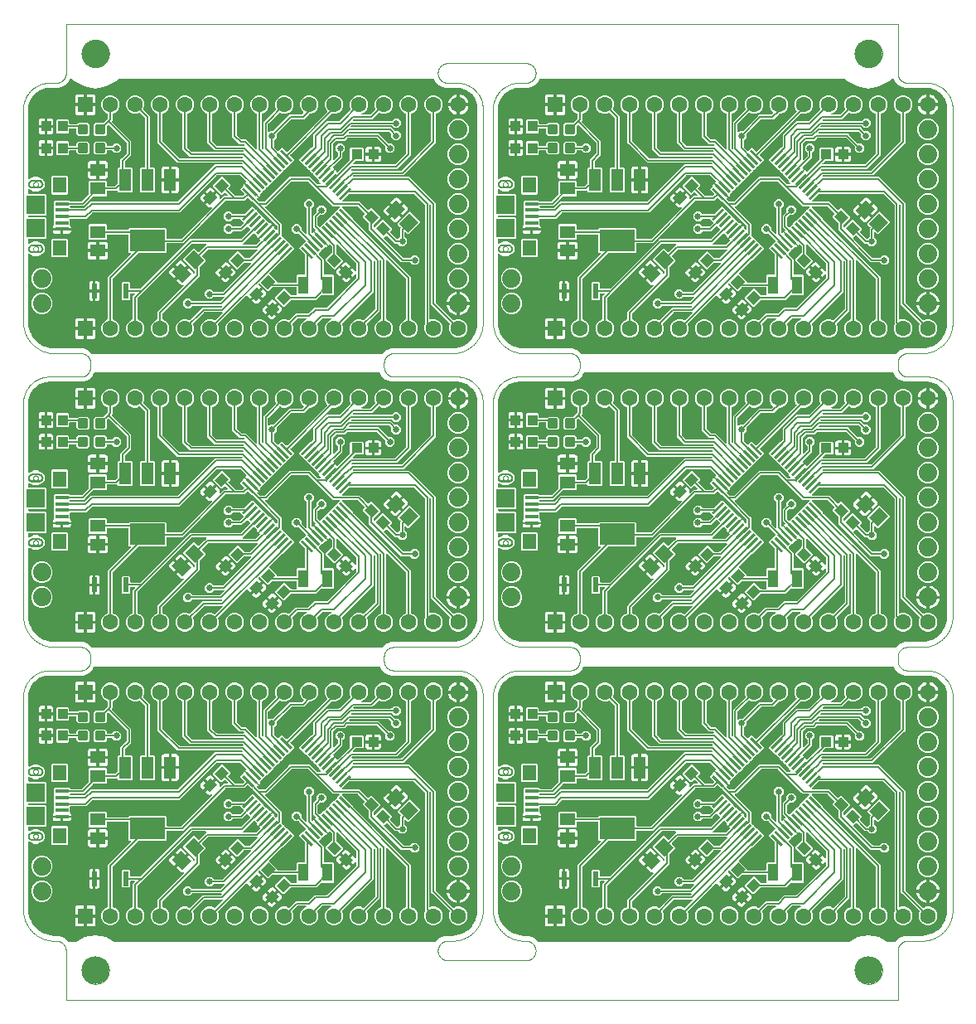
<source format=gtl>
G04 EAGLE Gerber X2 export*
%TF.Part,Single*%
%TF.FileFunction,Other,Top Layer*%
%TF.FilePolarity,Positive*%
%TF.GenerationSoftware,Autodesk,EAGLE,9.1.3*%
%TF.CreationDate,2019-01-27T15:07:08Z*%
G75*
%MOMM*%
%FSLAX34Y34*%
%LPD*%
%AMOC8*
5,1,8,0,0,1.08239X$1,22.5*%
G01*
%ADD10C,0.000000*%
%ADD11C,2.828425*%
%ADD12R,1.500000X1.300000*%
%ADD13R,1.100000X1.000000*%
%ADD14R,1.300000X1.500000*%
%ADD15R,1.350000X0.400000*%
%ADD16R,1.400000X1.600000*%
%ADD17R,1.900000X1.900000*%
%ADD18R,1.219200X2.235200*%
%ADD19R,3.600000X2.200000*%
%ADD20R,1.600000X1.600000*%
%ADD21C,1.600000*%
%ADD22R,1.500000X0.280000*%
%ADD23R,1.000000X1.800000*%
%ADD24C,1.879600*%
%ADD25R,0.550000X1.500000*%
%ADD26C,0.300000*%
%ADD27R,1.000000X1.100000*%
%ADD28C,0.152400*%
%ADD29C,0.654800*%

G36*
X897686Y599254D02*
X897686Y599254D01*
X897777Y599261D01*
X897807Y599273D01*
X897839Y599279D01*
X897919Y599321D01*
X898003Y599357D01*
X898035Y599383D01*
X898056Y599394D01*
X898078Y599417D01*
X898134Y599462D01*
X901457Y602785D01*
X907000Y605081D01*
X924702Y605081D01*
X924720Y605084D01*
X924752Y605082D01*
X928081Y605301D01*
X928104Y605306D01*
X928228Y605325D01*
X934660Y607048D01*
X934674Y607055D01*
X934690Y607057D01*
X934843Y607124D01*
X940610Y610454D01*
X940622Y610464D01*
X940636Y610470D01*
X940767Y610575D01*
X945475Y615283D01*
X945485Y615296D01*
X945497Y615305D01*
X945596Y615440D01*
X948926Y621207D01*
X948931Y621222D01*
X948941Y621234D01*
X949002Y621390D01*
X950635Y627487D01*
X950637Y627503D01*
X950643Y627517D01*
X950661Y627684D01*
X950661Y853171D01*
X950655Y853206D01*
X950658Y853242D01*
X950624Y853406D01*
X948702Y859321D01*
X948686Y859353D01*
X948677Y859388D01*
X948594Y859534D01*
X944831Y864713D01*
X944806Y864738D01*
X944787Y864768D01*
X944663Y864881D01*
X939484Y868644D01*
X939452Y868660D01*
X939424Y868683D01*
X939271Y868752D01*
X933183Y870730D01*
X933178Y870731D01*
X933173Y870734D01*
X933008Y870765D01*
X929807Y871017D01*
X929785Y871015D01*
X929747Y871019D01*
X907000Y871019D01*
X901457Y873315D01*
X897215Y877557D01*
X896331Y879691D01*
X896270Y879791D01*
X896210Y879891D01*
X896205Y879895D01*
X896202Y879900D01*
X896112Y879975D01*
X896023Y880051D01*
X896017Y880053D01*
X896012Y880057D01*
X895904Y880099D01*
X895795Y880143D01*
X895787Y880144D01*
X895783Y880145D01*
X895764Y880146D01*
X895628Y880161D01*
X894035Y880161D01*
X893945Y880147D01*
X893854Y880139D01*
X893824Y880127D01*
X893792Y880122D01*
X893711Y880079D01*
X893627Y880043D01*
X893595Y880017D01*
X893575Y880006D01*
X893555Y879986D01*
X893553Y879985D01*
X893548Y879980D01*
X893496Y879938D01*
X890897Y877338D01*
X880986Y872289D01*
X870000Y870549D01*
X859014Y872289D01*
X849103Y877338D01*
X846504Y879938D01*
X846430Y879991D01*
X846360Y880051D01*
X846330Y880063D01*
X846304Y880082D01*
X846217Y880109D01*
X846132Y880143D01*
X846091Y880147D01*
X846069Y880154D01*
X846037Y880153D01*
X845965Y880161D01*
X534372Y880161D01*
X534257Y880142D01*
X534141Y880125D01*
X534135Y880123D01*
X534129Y880122D01*
X534027Y880067D01*
X533922Y880014D01*
X533917Y880009D01*
X533912Y880006D01*
X533832Y879922D01*
X533750Y879838D01*
X533746Y879832D01*
X533743Y879828D01*
X533735Y879811D01*
X533669Y879691D01*
X532785Y877557D01*
X528543Y873315D01*
X523000Y871019D01*
X513026Y871019D01*
X513004Y871016D01*
X512966Y871017D01*
X509707Y870760D01*
X509702Y870759D01*
X509696Y870759D01*
X509532Y870726D01*
X503332Y868711D01*
X503301Y868695D01*
X503266Y868686D01*
X503120Y868603D01*
X497847Y864772D01*
X497838Y864763D01*
X497832Y864760D01*
X497816Y864743D01*
X497791Y864727D01*
X497678Y864603D01*
X493847Y859330D01*
X493831Y859298D01*
X493808Y859271D01*
X493739Y859118D01*
X491724Y852918D01*
X491724Y852913D01*
X491721Y852908D01*
X491690Y852743D01*
X491433Y849484D01*
X491435Y849462D01*
X491431Y849424D01*
X491431Y778684D01*
X491435Y778660D01*
X491432Y778636D01*
X491454Y778539D01*
X491470Y778442D01*
X491482Y778420D01*
X491487Y778396D01*
X491539Y778312D01*
X491586Y778224D01*
X491603Y778207D01*
X491616Y778187D01*
X491692Y778123D01*
X491764Y778055D01*
X491786Y778045D01*
X491805Y778029D01*
X491897Y777993D01*
X491987Y777951D01*
X492011Y777949D01*
X492034Y777940D01*
X492133Y777935D01*
X492231Y777924D01*
X492255Y777929D01*
X492280Y777928D01*
X492443Y777966D01*
X492851Y778109D01*
X492852Y778109D01*
X492854Y778109D01*
X493005Y778182D01*
X493378Y778417D01*
X493455Y778438D01*
X493549Y778456D01*
X493573Y778469D01*
X493600Y778477D01*
X493668Y778522D01*
X493948Y778554D01*
X493995Y778567D01*
X494044Y778571D01*
X494113Y778600D01*
X494185Y778621D01*
X494225Y778648D01*
X494270Y778667D01*
X494369Y778746D01*
X494388Y778759D01*
X494393Y778765D01*
X494401Y778772D01*
X494756Y779127D01*
X497542Y780281D01*
X500558Y780281D01*
X503344Y779127D01*
X503699Y778772D01*
X503738Y778744D01*
X503772Y778708D01*
X503838Y778672D01*
X503898Y778629D01*
X503945Y778614D01*
X503988Y778591D01*
X504111Y778563D01*
X504133Y778556D01*
X504141Y778556D01*
X504152Y778554D01*
X504416Y778524D01*
X504489Y778492D01*
X504574Y778448D01*
X504601Y778443D01*
X504627Y778432D01*
X504709Y778425D01*
X505095Y778183D01*
X505097Y778182D01*
X505098Y778181D01*
X505249Y778109D01*
X505665Y777963D01*
X505729Y777916D01*
X505802Y777853D01*
X505828Y777843D01*
X505850Y777827D01*
X505929Y777801D01*
X506252Y777478D01*
X506253Y777478D01*
X506254Y777477D01*
X506385Y777372D01*
X506758Y777138D01*
X506810Y777077D01*
X506867Y777000D01*
X506890Y776985D01*
X506908Y776964D01*
X506979Y776921D01*
X507222Y776535D01*
X507223Y776534D01*
X507224Y776533D01*
X507328Y776402D01*
X507640Y776090D01*
X507678Y776020D01*
X507716Y775932D01*
X507735Y775911D01*
X507748Y775887D01*
X507808Y775830D01*
X507959Y775399D01*
X507959Y775398D01*
X507959Y775396D01*
X508032Y775245D01*
X508267Y774872D01*
X508288Y774795D01*
X508306Y774701D01*
X508319Y774677D01*
X508327Y774650D01*
X508372Y774582D01*
X508423Y774128D01*
X508424Y774127D01*
X508424Y774125D01*
X508461Y773962D01*
X508607Y773546D01*
X508610Y773466D01*
X508607Y773370D01*
X508615Y773344D01*
X508616Y773316D01*
X508645Y773239D01*
X508594Y772785D01*
X508594Y772784D01*
X508594Y772783D01*
X508594Y772615D01*
X508643Y772176D01*
X508629Y772099D01*
X508604Y772006D01*
X508606Y771978D01*
X508601Y771951D01*
X508612Y771869D01*
X508461Y771438D01*
X508461Y771437D01*
X508461Y771436D01*
X508423Y771272D01*
X508374Y770834D01*
X508342Y770761D01*
X508298Y770676D01*
X508293Y770649D01*
X508282Y770623D01*
X508275Y770541D01*
X508032Y770155D01*
X508032Y770153D01*
X508031Y770152D01*
X507959Y770001D01*
X507813Y769585D01*
X507766Y769521D01*
X507703Y769448D01*
X507693Y769422D01*
X507677Y769400D01*
X507651Y769321D01*
X507328Y768998D01*
X507328Y768997D01*
X507327Y768996D01*
X507222Y768865D01*
X506988Y768492D01*
X506927Y768440D01*
X506850Y768383D01*
X506835Y768360D01*
X506814Y768342D01*
X506771Y768271D01*
X506385Y768028D01*
X506384Y768027D01*
X506383Y768026D01*
X506252Y767922D01*
X505940Y767610D01*
X505870Y767572D01*
X505782Y767534D01*
X505761Y767515D01*
X505737Y767502D01*
X505680Y767442D01*
X505249Y767291D01*
X505248Y767291D01*
X505246Y767291D01*
X505095Y767218D01*
X504722Y766983D01*
X504645Y766962D01*
X504551Y766944D01*
X504527Y766931D01*
X504500Y766923D01*
X504432Y766878D01*
X504152Y766846D01*
X504105Y766833D01*
X504056Y766829D01*
X503987Y766800D01*
X503915Y766779D01*
X503875Y766752D01*
X503830Y766733D01*
X503731Y766654D01*
X503712Y766641D01*
X503707Y766635D01*
X503699Y766628D01*
X503344Y766273D01*
X500558Y765119D01*
X497542Y765119D01*
X494756Y766273D01*
X494401Y766628D01*
X494362Y766656D01*
X494328Y766692D01*
X494262Y766728D01*
X494202Y766771D01*
X494155Y766786D01*
X494112Y766809D01*
X493989Y766837D01*
X493967Y766844D01*
X493959Y766844D01*
X493948Y766846D01*
X493684Y766876D01*
X493611Y766908D01*
X493526Y766952D01*
X493499Y766957D01*
X493473Y766968D01*
X493391Y766975D01*
X493005Y767218D01*
X493003Y767218D01*
X493002Y767219D01*
X492851Y767291D01*
X492443Y767434D01*
X492419Y767438D01*
X492397Y767449D01*
X492378Y767451D01*
X492364Y767457D01*
X492234Y767471D01*
X492201Y767477D01*
X492177Y767473D01*
X492153Y767476D01*
X492056Y767455D01*
X491958Y767440D01*
X491936Y767429D01*
X491912Y767424D01*
X491827Y767373D01*
X491739Y767327D01*
X491732Y767320D01*
X491722Y767310D01*
X491701Y767297D01*
X491637Y767222D01*
X491568Y767151D01*
X491564Y767143D01*
X491562Y767142D01*
X491556Y767128D01*
X491541Y767110D01*
X491504Y767018D01*
X491461Y766929D01*
X491461Y766922D01*
X491459Y766919D01*
X491457Y766901D01*
X491449Y766882D01*
X491431Y766716D01*
X491431Y763486D01*
X491434Y763466D01*
X491432Y763447D01*
X491454Y763345D01*
X491470Y763243D01*
X491480Y763226D01*
X491484Y763206D01*
X491537Y763117D01*
X491586Y763026D01*
X491600Y763012D01*
X491610Y762995D01*
X491689Y762928D01*
X491764Y762856D01*
X491782Y762848D01*
X491797Y762835D01*
X491893Y762796D01*
X491987Y762753D01*
X492007Y762751D01*
X492025Y762743D01*
X492192Y762725D01*
X509182Y762725D01*
X510075Y761832D01*
X510075Y741568D01*
X509182Y740675D01*
X492192Y740675D01*
X492172Y740672D01*
X492153Y740674D01*
X492051Y740652D01*
X491949Y740636D01*
X491932Y740626D01*
X491912Y740622D01*
X491823Y740569D01*
X491732Y740520D01*
X491718Y740506D01*
X491701Y740496D01*
X491634Y740417D01*
X491562Y740342D01*
X491554Y740324D01*
X491541Y740309D01*
X491502Y740213D01*
X491459Y740119D01*
X491457Y740099D01*
X491449Y740081D01*
X491431Y739914D01*
X491431Y739486D01*
X491434Y739466D01*
X491432Y739447D01*
X491454Y739345D01*
X491470Y739243D01*
X491480Y739226D01*
X491484Y739206D01*
X491537Y739117D01*
X491586Y739026D01*
X491600Y739012D01*
X491610Y738995D01*
X491689Y738928D01*
X491764Y738856D01*
X491782Y738848D01*
X491797Y738835D01*
X491893Y738796D01*
X491987Y738753D01*
X492007Y738751D01*
X492025Y738743D01*
X492192Y738725D01*
X509182Y738725D01*
X510075Y737832D01*
X510075Y717568D01*
X509182Y716675D01*
X492192Y716675D01*
X492172Y716672D01*
X492153Y716674D01*
X492051Y716652D01*
X491949Y716636D01*
X491932Y716626D01*
X491912Y716622D01*
X491823Y716569D01*
X491732Y716520D01*
X491718Y716506D01*
X491701Y716496D01*
X491634Y716417D01*
X491562Y716342D01*
X491554Y716324D01*
X491541Y716309D01*
X491502Y716213D01*
X491459Y716119D01*
X491457Y716099D01*
X491449Y716081D01*
X491431Y715914D01*
X491431Y712684D01*
X491435Y712660D01*
X491432Y712636D01*
X491454Y712539D01*
X491470Y712442D01*
X491482Y712420D01*
X491487Y712396D01*
X491539Y712312D01*
X491586Y712224D01*
X491603Y712207D01*
X491616Y712187D01*
X491692Y712123D01*
X491764Y712055D01*
X491786Y712045D01*
X491805Y712029D01*
X491897Y711993D01*
X491987Y711951D01*
X492011Y711949D01*
X492034Y711940D01*
X492133Y711935D01*
X492231Y711924D01*
X492255Y711929D01*
X492280Y711928D01*
X492443Y711966D01*
X492851Y712109D01*
X492852Y712109D01*
X492854Y712109D01*
X493005Y712182D01*
X493378Y712417D01*
X493455Y712438D01*
X493549Y712456D01*
X493573Y712469D01*
X493600Y712477D01*
X493668Y712522D01*
X493948Y712554D01*
X493995Y712567D01*
X494044Y712571D01*
X494113Y712600D01*
X494185Y712621D01*
X494225Y712648D01*
X494270Y712667D01*
X494369Y712746D01*
X494388Y712759D01*
X494393Y712765D01*
X494401Y712772D01*
X494756Y713127D01*
X497542Y714281D01*
X500558Y714281D01*
X503344Y713127D01*
X503699Y712772D01*
X503738Y712744D01*
X503772Y712708D01*
X503838Y712672D01*
X503898Y712629D01*
X503945Y712614D01*
X503988Y712591D01*
X504111Y712563D01*
X504133Y712556D01*
X504141Y712556D01*
X504152Y712554D01*
X504416Y712524D01*
X504489Y712492D01*
X504574Y712448D01*
X504601Y712443D01*
X504627Y712432D01*
X504709Y712425D01*
X505095Y712182D01*
X505097Y712182D01*
X505098Y712181D01*
X505249Y712109D01*
X505665Y711963D01*
X505729Y711916D01*
X505802Y711853D01*
X505828Y711843D01*
X505850Y711827D01*
X505929Y711801D01*
X506252Y711478D01*
X506253Y711478D01*
X506254Y711477D01*
X506385Y711372D01*
X506758Y711138D01*
X506810Y711077D01*
X506867Y711000D01*
X506890Y710985D01*
X506908Y710964D01*
X506979Y710921D01*
X507222Y710535D01*
X507223Y710534D01*
X507224Y710533D01*
X507328Y710402D01*
X507640Y710090D01*
X507678Y710020D01*
X507716Y709932D01*
X507735Y709911D01*
X507748Y709887D01*
X507808Y709830D01*
X507959Y709399D01*
X507959Y709398D01*
X507959Y709396D01*
X508032Y709245D01*
X508267Y708872D01*
X508288Y708795D01*
X508306Y708701D01*
X508319Y708677D01*
X508327Y708650D01*
X508372Y708582D01*
X508423Y708128D01*
X508424Y708127D01*
X508424Y708125D01*
X508461Y707962D01*
X508607Y707546D01*
X508610Y707466D01*
X508607Y707370D01*
X508615Y707344D01*
X508616Y707316D01*
X508645Y707239D01*
X508594Y706785D01*
X508594Y706784D01*
X508594Y706783D01*
X508594Y706615D01*
X508643Y706176D01*
X508629Y706099D01*
X508604Y706006D01*
X508606Y705978D01*
X508601Y705951D01*
X508612Y705869D01*
X508461Y705438D01*
X508461Y705437D01*
X508461Y705436D01*
X508423Y705272D01*
X508374Y704834D01*
X508342Y704761D01*
X508298Y704676D01*
X508293Y704649D01*
X508282Y704623D01*
X508275Y704541D01*
X508032Y704155D01*
X508032Y704153D01*
X508031Y704152D01*
X507959Y704001D01*
X507813Y703585D01*
X507766Y703521D01*
X507703Y703448D01*
X507693Y703422D01*
X507677Y703400D01*
X507651Y703321D01*
X507328Y702998D01*
X507328Y702997D01*
X507327Y702996D01*
X507222Y702865D01*
X506988Y702492D01*
X506927Y702440D01*
X506850Y702383D01*
X506835Y702360D01*
X506814Y702342D01*
X506771Y702271D01*
X506385Y702028D01*
X506384Y702027D01*
X506383Y702026D01*
X506252Y701922D01*
X505940Y701610D01*
X505870Y701572D01*
X505782Y701534D01*
X505761Y701515D01*
X505737Y701502D01*
X505680Y701442D01*
X505249Y701291D01*
X505248Y701291D01*
X505246Y701291D01*
X505095Y701218D01*
X504722Y700983D01*
X504645Y700962D01*
X504551Y700944D01*
X504527Y700931D01*
X504500Y700923D01*
X504432Y700878D01*
X504152Y700846D01*
X504105Y700833D01*
X504056Y700829D01*
X503987Y700800D01*
X503915Y700779D01*
X503875Y700752D01*
X503830Y700733D01*
X503732Y700654D01*
X503712Y700641D01*
X503707Y700635D01*
X503699Y700628D01*
X503344Y700273D01*
X500558Y699119D01*
X497542Y699119D01*
X494756Y700273D01*
X494401Y700628D01*
X494362Y700656D01*
X494328Y700692D01*
X494262Y700728D01*
X494202Y700771D01*
X494155Y700786D01*
X494112Y700809D01*
X493989Y700837D01*
X493967Y700844D01*
X493959Y700844D01*
X493948Y700846D01*
X493684Y700876D01*
X493611Y700908D01*
X493526Y700952D01*
X493499Y700957D01*
X493473Y700968D01*
X493391Y700975D01*
X493005Y701218D01*
X493003Y701218D01*
X493002Y701219D01*
X492851Y701291D01*
X492443Y701434D01*
X492419Y701438D01*
X492397Y701449D01*
X492299Y701460D01*
X492201Y701477D01*
X492177Y701473D01*
X492153Y701476D01*
X492056Y701455D01*
X491958Y701440D01*
X491936Y701429D01*
X491912Y701424D01*
X491827Y701373D01*
X491739Y701327D01*
X491722Y701310D01*
X491701Y701297D01*
X491637Y701222D01*
X491568Y701151D01*
X491557Y701129D01*
X491541Y701110D01*
X491504Y701018D01*
X491461Y700929D01*
X491458Y700905D01*
X491449Y700882D01*
X491431Y700716D01*
X491431Y631750D01*
X491434Y631731D01*
X491432Y631700D01*
X491654Y628319D01*
X491659Y628295D01*
X491678Y628171D01*
X493429Y621638D01*
X493435Y621624D01*
X493437Y621608D01*
X493505Y621455D01*
X496887Y615598D01*
X496897Y615585D01*
X496903Y615571D01*
X496948Y615514D01*
X496959Y615495D01*
X496971Y615485D01*
X497008Y615440D01*
X501790Y610658D01*
X501803Y610648D01*
X501812Y610636D01*
X501948Y610537D01*
X507805Y607155D01*
X507820Y607149D01*
X507832Y607140D01*
X507988Y607079D01*
X514521Y605328D01*
X514545Y605326D01*
X514669Y605304D01*
X518050Y605082D01*
X518069Y605084D01*
X518100Y605081D01*
X568000Y605081D01*
X573543Y602785D01*
X576866Y599462D01*
X576940Y599409D01*
X577009Y599349D01*
X577039Y599337D01*
X577065Y599318D01*
X577152Y599291D01*
X577237Y599257D01*
X577278Y599253D01*
X577300Y599246D01*
X577333Y599247D01*
X577404Y599239D01*
X897596Y599239D01*
X897686Y599254D01*
G37*
G36*
X849951Y-746D02*
X849951Y-746D01*
X850046Y-738D01*
X850079Y-725D01*
X850100Y-722D01*
X850129Y-706D01*
X850203Y-678D01*
X859014Y3811D01*
X870000Y5551D01*
X880986Y3811D01*
X889797Y-678D01*
X889888Y-707D01*
X889976Y-743D01*
X890012Y-747D01*
X890031Y-753D01*
X890064Y-753D01*
X890143Y-761D01*
X897596Y-761D01*
X897686Y-747D01*
X897777Y-739D01*
X897807Y-727D01*
X897839Y-722D01*
X897919Y-679D01*
X898003Y-643D01*
X898035Y-617D01*
X898056Y-606D01*
X898078Y-583D01*
X898134Y-538D01*
X901457Y2785D01*
X907000Y5081D01*
X924702Y5081D01*
X924720Y5084D01*
X924751Y5082D01*
X928081Y5301D01*
X928104Y5306D01*
X928228Y5325D01*
X934660Y7048D01*
X934674Y7055D01*
X934690Y7057D01*
X934843Y7124D01*
X940610Y10454D01*
X940622Y10464D01*
X940636Y10470D01*
X940767Y10575D01*
X945475Y15283D01*
X945485Y15296D01*
X945497Y15305D01*
X945596Y15440D01*
X948926Y21207D01*
X948931Y21222D01*
X948941Y21234D01*
X949002Y21390D01*
X950635Y27487D01*
X950637Y27503D01*
X950643Y27517D01*
X950661Y27684D01*
X950661Y253171D01*
X950655Y253206D01*
X950658Y253242D01*
X950624Y253406D01*
X948702Y259321D01*
X948686Y259353D01*
X948677Y259388D01*
X948594Y259534D01*
X944831Y264713D01*
X944806Y264738D01*
X944787Y264768D01*
X944663Y264881D01*
X939484Y268644D01*
X939452Y268660D01*
X939424Y268683D01*
X939271Y268752D01*
X933183Y270730D01*
X933178Y270731D01*
X933173Y270734D01*
X933008Y270765D01*
X929807Y271017D01*
X929785Y271015D01*
X929747Y271019D01*
X907000Y271019D01*
X901457Y273315D01*
X897215Y277557D01*
X896331Y279691D01*
X896270Y279791D01*
X896210Y279891D01*
X896205Y279895D01*
X896202Y279900D01*
X896112Y279975D01*
X896023Y280051D01*
X896017Y280053D01*
X896012Y280057D01*
X895904Y280099D01*
X895795Y280143D01*
X895787Y280144D01*
X895783Y280145D01*
X895764Y280146D01*
X895628Y280161D01*
X579372Y280161D01*
X579257Y280142D01*
X579141Y280125D01*
X579135Y280123D01*
X579129Y280122D01*
X579027Y280067D01*
X578922Y280014D01*
X578917Y280009D01*
X578912Y280006D01*
X578832Y279922D01*
X578750Y279838D01*
X578746Y279832D01*
X578743Y279828D01*
X578735Y279811D01*
X578669Y279691D01*
X577785Y277557D01*
X573543Y273315D01*
X568000Y271019D01*
X513026Y271019D01*
X513004Y271016D01*
X512966Y271017D01*
X509707Y270760D01*
X509702Y270759D01*
X509696Y270759D01*
X509532Y270726D01*
X503332Y268711D01*
X503301Y268695D01*
X503266Y268686D01*
X503120Y268603D01*
X497847Y264772D01*
X497838Y264763D01*
X497832Y264760D01*
X497816Y264743D01*
X497791Y264727D01*
X497678Y264603D01*
X493847Y259330D01*
X493831Y259298D01*
X493808Y259271D01*
X493739Y259118D01*
X491724Y252918D01*
X491724Y252913D01*
X491721Y252908D01*
X491690Y252743D01*
X491433Y249484D01*
X491435Y249462D01*
X491431Y249424D01*
X491431Y178684D01*
X491435Y178660D01*
X491432Y178636D01*
X491455Y178539D01*
X491470Y178442D01*
X491482Y178420D01*
X491487Y178396D01*
X491539Y178312D01*
X491586Y178224D01*
X491603Y178207D01*
X491616Y178187D01*
X491692Y178123D01*
X491764Y178055D01*
X491786Y178045D01*
X491805Y178029D01*
X491897Y177993D01*
X491987Y177951D01*
X492011Y177949D01*
X492034Y177940D01*
X492133Y177935D01*
X492231Y177924D01*
X492255Y177929D01*
X492280Y177928D01*
X492443Y177966D01*
X492851Y178109D01*
X492852Y178109D01*
X492854Y178109D01*
X493005Y178183D01*
X493378Y178417D01*
X493455Y178438D01*
X493549Y178456D01*
X493573Y178469D01*
X493600Y178477D01*
X493668Y178522D01*
X493948Y178554D01*
X493995Y178567D01*
X494044Y178571D01*
X494113Y178600D01*
X494185Y178621D01*
X494225Y178648D01*
X494270Y178667D01*
X494369Y178746D01*
X494388Y178759D01*
X494393Y178765D01*
X494401Y178772D01*
X494756Y179127D01*
X497542Y180281D01*
X500558Y180281D01*
X503344Y179127D01*
X503699Y178772D01*
X503738Y178744D01*
X503772Y178708D01*
X503838Y178672D01*
X503898Y178629D01*
X503945Y178614D01*
X503988Y178591D01*
X504111Y178563D01*
X504133Y178556D01*
X504141Y178556D01*
X504152Y178554D01*
X504416Y178524D01*
X504489Y178492D01*
X504574Y178448D01*
X504601Y178443D01*
X504627Y178432D01*
X504709Y178425D01*
X505095Y178182D01*
X505097Y178182D01*
X505098Y178181D01*
X505249Y178109D01*
X505665Y177963D01*
X505729Y177916D01*
X505802Y177853D01*
X505828Y177843D01*
X505850Y177827D01*
X505929Y177801D01*
X506252Y177478D01*
X506253Y177478D01*
X506254Y177477D01*
X506385Y177372D01*
X506758Y177138D01*
X506810Y177077D01*
X506867Y177001D01*
X506890Y176985D01*
X506908Y176964D01*
X506979Y176921D01*
X507222Y176535D01*
X507223Y176534D01*
X507224Y176533D01*
X507328Y176402D01*
X507640Y176090D01*
X507678Y176020D01*
X507716Y175932D01*
X507735Y175911D01*
X507748Y175887D01*
X507808Y175830D01*
X507959Y175399D01*
X507959Y175398D01*
X507959Y175396D01*
X508032Y175245D01*
X508267Y174872D01*
X508288Y174795D01*
X508306Y174701D01*
X508319Y174677D01*
X508327Y174650D01*
X508372Y174582D01*
X508423Y174128D01*
X508424Y174127D01*
X508424Y174125D01*
X508461Y173962D01*
X508607Y173546D01*
X508610Y173466D01*
X508607Y173370D01*
X508615Y173344D01*
X508616Y173316D01*
X508645Y173239D01*
X508594Y172785D01*
X508594Y172784D01*
X508594Y172783D01*
X508594Y172615D01*
X508643Y172176D01*
X508629Y172099D01*
X508604Y172006D01*
X508606Y171978D01*
X508601Y171951D01*
X508612Y171869D01*
X508461Y171438D01*
X508461Y171437D01*
X508461Y171436D01*
X508423Y171272D01*
X508374Y170834D01*
X508342Y170761D01*
X508298Y170676D01*
X508293Y170649D01*
X508282Y170623D01*
X508275Y170541D01*
X508032Y170155D01*
X508032Y170153D01*
X508031Y170152D01*
X507959Y170001D01*
X507813Y169585D01*
X507766Y169521D01*
X507703Y169448D01*
X507693Y169422D01*
X507677Y169400D01*
X507651Y169321D01*
X507328Y168998D01*
X507328Y168997D01*
X507327Y168996D01*
X507222Y168865D01*
X506988Y168492D01*
X506927Y168440D01*
X506850Y168383D01*
X506835Y168360D01*
X506814Y168342D01*
X506771Y168271D01*
X506385Y168028D01*
X506384Y168027D01*
X506383Y168026D01*
X506252Y167922D01*
X505940Y167610D01*
X505870Y167572D01*
X505782Y167534D01*
X505761Y167515D01*
X505737Y167502D01*
X505680Y167442D01*
X505249Y167291D01*
X505248Y167291D01*
X505246Y167291D01*
X505095Y167218D01*
X504722Y166983D01*
X504645Y166962D01*
X504551Y166944D01*
X504527Y166931D01*
X504500Y166923D01*
X504432Y166878D01*
X504152Y166846D01*
X504105Y166833D01*
X504056Y166829D01*
X503987Y166800D01*
X503915Y166779D01*
X503875Y166752D01*
X503830Y166733D01*
X503731Y166654D01*
X503712Y166641D01*
X503707Y166635D01*
X503699Y166628D01*
X503344Y166273D01*
X500558Y165119D01*
X497542Y165119D01*
X494756Y166273D01*
X494401Y166628D01*
X494362Y166656D01*
X494328Y166692D01*
X494262Y166728D01*
X494202Y166771D01*
X494155Y166786D01*
X494112Y166809D01*
X493989Y166837D01*
X493967Y166844D01*
X493959Y166844D01*
X493948Y166846D01*
X493684Y166876D01*
X493611Y166908D01*
X493526Y166952D01*
X493499Y166957D01*
X493473Y166968D01*
X493391Y166975D01*
X493005Y167218D01*
X493003Y167218D01*
X493002Y167219D01*
X492851Y167291D01*
X492443Y167434D01*
X492419Y167438D01*
X492397Y167449D01*
X492378Y167451D01*
X492364Y167457D01*
X492234Y167471D01*
X492201Y167477D01*
X492177Y167473D01*
X492153Y167476D01*
X492056Y167455D01*
X491958Y167440D01*
X491936Y167429D01*
X491912Y167424D01*
X491827Y167373D01*
X491739Y167327D01*
X491732Y167320D01*
X491722Y167310D01*
X491701Y167297D01*
X491637Y167222D01*
X491568Y167151D01*
X491564Y167143D01*
X491562Y167142D01*
X491556Y167128D01*
X491541Y167110D01*
X491504Y167018D01*
X491461Y166929D01*
X491461Y166922D01*
X491459Y166919D01*
X491457Y166901D01*
X491449Y166882D01*
X491431Y166716D01*
X491431Y163486D01*
X491434Y163466D01*
X491432Y163447D01*
X491454Y163345D01*
X491470Y163243D01*
X491480Y163226D01*
X491484Y163206D01*
X491537Y163117D01*
X491586Y163026D01*
X491600Y163012D01*
X491610Y162995D01*
X491689Y162928D01*
X491764Y162856D01*
X491782Y162848D01*
X491797Y162835D01*
X491893Y162796D01*
X491987Y162753D01*
X492007Y162751D01*
X492025Y162743D01*
X492192Y162725D01*
X509182Y162725D01*
X510075Y161832D01*
X510075Y141568D01*
X509182Y140675D01*
X492192Y140675D01*
X492172Y140672D01*
X492153Y140674D01*
X492051Y140652D01*
X491949Y140636D01*
X491932Y140626D01*
X491912Y140622D01*
X491823Y140569D01*
X491732Y140520D01*
X491718Y140506D01*
X491701Y140496D01*
X491634Y140417D01*
X491562Y140342D01*
X491554Y140324D01*
X491541Y140309D01*
X491502Y140213D01*
X491459Y140119D01*
X491457Y140099D01*
X491449Y140081D01*
X491431Y139914D01*
X491431Y139486D01*
X491434Y139466D01*
X491432Y139447D01*
X491454Y139345D01*
X491470Y139243D01*
X491480Y139226D01*
X491484Y139206D01*
X491537Y139117D01*
X491586Y139026D01*
X491600Y139012D01*
X491610Y138995D01*
X491689Y138928D01*
X491764Y138856D01*
X491782Y138848D01*
X491797Y138835D01*
X491893Y138796D01*
X491987Y138753D01*
X492007Y138751D01*
X492025Y138743D01*
X492192Y138725D01*
X509182Y138725D01*
X510075Y137832D01*
X510075Y117568D01*
X509182Y116675D01*
X492192Y116675D01*
X492172Y116672D01*
X492153Y116674D01*
X492051Y116652D01*
X491949Y116636D01*
X491932Y116626D01*
X491912Y116622D01*
X491823Y116569D01*
X491732Y116520D01*
X491718Y116506D01*
X491701Y116496D01*
X491634Y116417D01*
X491562Y116342D01*
X491554Y116324D01*
X491541Y116309D01*
X491502Y116213D01*
X491459Y116119D01*
X491457Y116099D01*
X491449Y116081D01*
X491431Y115914D01*
X491431Y112684D01*
X491435Y112660D01*
X491432Y112636D01*
X491454Y112539D01*
X491470Y112442D01*
X491482Y112420D01*
X491487Y112396D01*
X491539Y112312D01*
X491586Y112224D01*
X491603Y112207D01*
X491616Y112187D01*
X491692Y112123D01*
X491764Y112055D01*
X491786Y112045D01*
X491805Y112029D01*
X491897Y111993D01*
X491987Y111951D01*
X492011Y111949D01*
X492034Y111940D01*
X492133Y111935D01*
X492231Y111924D01*
X492255Y111929D01*
X492280Y111928D01*
X492443Y111966D01*
X492851Y112109D01*
X492852Y112109D01*
X492854Y112109D01*
X493005Y112182D01*
X493378Y112417D01*
X493455Y112438D01*
X493549Y112456D01*
X493573Y112469D01*
X493600Y112477D01*
X493668Y112522D01*
X493948Y112554D01*
X493995Y112567D01*
X494044Y112571D01*
X494113Y112600D01*
X494185Y112621D01*
X494225Y112648D01*
X494270Y112667D01*
X494369Y112746D01*
X494388Y112759D01*
X494393Y112765D01*
X494401Y112772D01*
X494756Y113127D01*
X497542Y114281D01*
X500558Y114281D01*
X503344Y113127D01*
X503699Y112772D01*
X503738Y112744D01*
X503772Y112708D01*
X503838Y112672D01*
X503898Y112629D01*
X503945Y112614D01*
X503988Y112591D01*
X504111Y112563D01*
X504133Y112556D01*
X504141Y112556D01*
X504152Y112554D01*
X504416Y112524D01*
X504489Y112492D01*
X504574Y112448D01*
X504601Y112443D01*
X504627Y112432D01*
X504709Y112425D01*
X505095Y112182D01*
X505097Y112182D01*
X505098Y112181D01*
X505249Y112109D01*
X505665Y111963D01*
X505729Y111916D01*
X505802Y111853D01*
X505828Y111843D01*
X505850Y111827D01*
X505929Y111801D01*
X506252Y111478D01*
X506253Y111478D01*
X506254Y111477D01*
X506385Y111372D01*
X506758Y111138D01*
X506810Y111077D01*
X506867Y111000D01*
X506890Y110985D01*
X506908Y110964D01*
X506979Y110921D01*
X507222Y110535D01*
X507223Y110534D01*
X507224Y110533D01*
X507328Y110402D01*
X507640Y110090D01*
X507678Y110020D01*
X507716Y109932D01*
X507735Y109911D01*
X507748Y109887D01*
X507808Y109830D01*
X507959Y109399D01*
X507959Y109398D01*
X507959Y109396D01*
X508032Y109245D01*
X508267Y108872D01*
X508288Y108795D01*
X508306Y108701D01*
X508319Y108677D01*
X508327Y108650D01*
X508372Y108582D01*
X508423Y108128D01*
X508424Y108127D01*
X508424Y108125D01*
X508461Y107962D01*
X508607Y107546D01*
X508610Y107466D01*
X508607Y107370D01*
X508615Y107344D01*
X508616Y107316D01*
X508645Y107239D01*
X508594Y106785D01*
X508594Y106784D01*
X508594Y106783D01*
X508594Y106615D01*
X508643Y106176D01*
X508629Y106099D01*
X508604Y106006D01*
X508606Y105978D01*
X508601Y105951D01*
X508612Y105869D01*
X508461Y105438D01*
X508461Y105437D01*
X508461Y105436D01*
X508423Y105272D01*
X508374Y104834D01*
X508342Y104761D01*
X508298Y104676D01*
X508293Y104649D01*
X508282Y104623D01*
X508275Y104541D01*
X508032Y104155D01*
X508032Y104153D01*
X508031Y104152D01*
X507959Y104001D01*
X507813Y103585D01*
X507766Y103521D01*
X507703Y103448D01*
X507693Y103422D01*
X507677Y103400D01*
X507651Y103321D01*
X507328Y102998D01*
X507328Y102997D01*
X507327Y102996D01*
X507222Y102865D01*
X506988Y102492D01*
X506927Y102440D01*
X506850Y102383D01*
X506835Y102360D01*
X506814Y102342D01*
X506771Y102271D01*
X506385Y102028D01*
X506384Y102027D01*
X506383Y102026D01*
X506252Y101922D01*
X505940Y101610D01*
X505870Y101572D01*
X505782Y101534D01*
X505761Y101515D01*
X505737Y101502D01*
X505680Y101442D01*
X505249Y101291D01*
X505248Y101291D01*
X505246Y101291D01*
X505095Y101218D01*
X504722Y100983D01*
X504645Y100962D01*
X504551Y100944D01*
X504527Y100931D01*
X504500Y100923D01*
X504432Y100878D01*
X504152Y100846D01*
X504105Y100833D01*
X504056Y100829D01*
X503987Y100800D01*
X503915Y100779D01*
X503875Y100752D01*
X503830Y100733D01*
X503732Y100654D01*
X503712Y100641D01*
X503707Y100635D01*
X503699Y100628D01*
X503344Y100273D01*
X500558Y99119D01*
X497542Y99119D01*
X494756Y100273D01*
X494401Y100628D01*
X494362Y100656D01*
X494328Y100692D01*
X494262Y100728D01*
X494202Y100771D01*
X494155Y100786D01*
X494112Y100809D01*
X493989Y100837D01*
X493967Y100844D01*
X493959Y100844D01*
X493948Y100846D01*
X493684Y100876D01*
X493611Y100908D01*
X493526Y100952D01*
X493499Y100957D01*
X493473Y100968D01*
X493391Y100975D01*
X493005Y101218D01*
X493003Y101218D01*
X493002Y101219D01*
X492851Y101291D01*
X492443Y101434D01*
X492419Y101438D01*
X492397Y101449D01*
X492299Y101460D01*
X492201Y101477D01*
X492177Y101473D01*
X492153Y101476D01*
X492056Y101455D01*
X491958Y101440D01*
X491936Y101429D01*
X491912Y101424D01*
X491827Y101373D01*
X491739Y101327D01*
X491722Y101310D01*
X491701Y101297D01*
X491637Y101222D01*
X491568Y101151D01*
X491557Y101129D01*
X491541Y101110D01*
X491504Y101018D01*
X491461Y100929D01*
X491458Y100905D01*
X491449Y100882D01*
X491431Y100716D01*
X491431Y31750D01*
X491434Y31731D01*
X491432Y31700D01*
X491654Y28319D01*
X491659Y28295D01*
X491678Y28171D01*
X493429Y21638D01*
X493435Y21624D01*
X493437Y21608D01*
X493505Y21455D01*
X496887Y15598D01*
X496897Y15585D01*
X496903Y15571D01*
X496948Y15514D01*
X496959Y15495D01*
X496971Y15485D01*
X497008Y15440D01*
X501790Y10658D01*
X501803Y10648D01*
X501812Y10636D01*
X501948Y10537D01*
X507805Y7155D01*
X507820Y7149D01*
X507832Y7140D01*
X507988Y7079D01*
X514521Y5328D01*
X514545Y5326D01*
X514669Y5304D01*
X518050Y5082D01*
X518069Y5084D01*
X518100Y5081D01*
X523000Y5081D01*
X528543Y2785D01*
X531866Y-538D01*
X531940Y-591D01*
X532009Y-651D01*
X532039Y-663D01*
X532065Y-682D01*
X532152Y-709D01*
X532237Y-743D01*
X532278Y-747D01*
X532300Y-754D01*
X532333Y-753D01*
X532404Y-761D01*
X849857Y-761D01*
X849951Y-746D01*
G37*
G36*
X372686Y599254D02*
X372686Y599254D01*
X372777Y599261D01*
X372807Y599273D01*
X372839Y599279D01*
X372919Y599321D01*
X373003Y599357D01*
X373035Y599383D01*
X373056Y599394D01*
X373078Y599417D01*
X373134Y599462D01*
X376457Y602785D01*
X382000Y605081D01*
X444702Y605081D01*
X444720Y605084D01*
X444752Y605082D01*
X448081Y605301D01*
X448104Y605306D01*
X448228Y605325D01*
X454660Y607048D01*
X454674Y607055D01*
X454690Y607057D01*
X454843Y607124D01*
X460610Y610454D01*
X460622Y610464D01*
X460636Y610470D01*
X460767Y610575D01*
X465475Y615283D01*
X465485Y615296D01*
X465497Y615305D01*
X465596Y615440D01*
X468926Y621207D01*
X468931Y621222D01*
X468941Y621234D01*
X469002Y621390D01*
X470635Y627487D01*
X470637Y627503D01*
X470643Y627517D01*
X470661Y627684D01*
X470661Y853171D01*
X470655Y853206D01*
X470658Y853242D01*
X470624Y853406D01*
X468702Y859321D01*
X468686Y859353D01*
X468677Y859388D01*
X468594Y859534D01*
X464831Y864713D01*
X464806Y864738D01*
X464787Y864768D01*
X464663Y864881D01*
X459484Y868644D01*
X459452Y868660D01*
X459424Y868683D01*
X459271Y868752D01*
X453183Y870730D01*
X453178Y870731D01*
X453173Y870734D01*
X453008Y870765D01*
X449807Y871017D01*
X449785Y871015D01*
X449747Y871019D01*
X437000Y871019D01*
X431457Y873315D01*
X427215Y877557D01*
X426331Y879691D01*
X426270Y879791D01*
X426210Y879891D01*
X426205Y879895D01*
X426202Y879900D01*
X426112Y879975D01*
X426023Y880051D01*
X426017Y880053D01*
X426012Y880057D01*
X425904Y880099D01*
X425795Y880143D01*
X425787Y880144D01*
X425783Y880145D01*
X425764Y880146D01*
X425628Y880161D01*
X104035Y880161D01*
X103945Y880147D01*
X103854Y880139D01*
X103824Y880127D01*
X103792Y880122D01*
X103711Y880079D01*
X103627Y880043D01*
X103595Y880017D01*
X103575Y880006D01*
X103555Y879986D01*
X103553Y879985D01*
X103548Y879980D01*
X103496Y879938D01*
X100897Y877338D01*
X90986Y872289D01*
X80000Y870549D01*
X69014Y872289D01*
X59103Y877338D01*
X56504Y879938D01*
X56430Y879991D01*
X56360Y880051D01*
X56330Y880063D01*
X56304Y880082D01*
X56217Y880109D01*
X56132Y880143D01*
X56091Y880147D01*
X56069Y880154D01*
X56037Y880153D01*
X55965Y880161D01*
X54372Y880161D01*
X54257Y880142D01*
X54141Y880125D01*
X54135Y880123D01*
X54129Y880122D01*
X54027Y880067D01*
X53922Y880014D01*
X53917Y880009D01*
X53912Y880006D01*
X53832Y879922D01*
X53750Y879838D01*
X53746Y879832D01*
X53743Y879828D01*
X53735Y879811D01*
X53669Y879691D01*
X52785Y877557D01*
X48543Y873315D01*
X43000Y871019D01*
X33026Y871019D01*
X33004Y871016D01*
X32966Y871017D01*
X29707Y870760D01*
X29702Y870759D01*
X29696Y870759D01*
X29532Y870726D01*
X23332Y868711D01*
X23301Y868695D01*
X23266Y868686D01*
X23120Y868603D01*
X17847Y864772D01*
X17838Y864763D01*
X17832Y864760D01*
X17816Y864743D01*
X17791Y864727D01*
X17678Y864603D01*
X13847Y859330D01*
X13831Y859298D01*
X13808Y859271D01*
X13739Y859118D01*
X11724Y852918D01*
X11724Y852913D01*
X11721Y852908D01*
X11690Y852743D01*
X11433Y849484D01*
X11435Y849462D01*
X11431Y849424D01*
X11431Y778684D01*
X11435Y778660D01*
X11432Y778636D01*
X11454Y778539D01*
X11470Y778442D01*
X11482Y778420D01*
X11487Y778396D01*
X11539Y778312D01*
X11586Y778224D01*
X11603Y778207D01*
X11616Y778187D01*
X11692Y778123D01*
X11764Y778055D01*
X11786Y778045D01*
X11805Y778029D01*
X11897Y777993D01*
X11987Y777951D01*
X12011Y777949D01*
X12034Y777940D01*
X12133Y777935D01*
X12231Y777924D01*
X12255Y777929D01*
X12280Y777928D01*
X12443Y777966D01*
X12851Y778109D01*
X12852Y778109D01*
X12854Y778109D01*
X13005Y778182D01*
X13378Y778417D01*
X13455Y778438D01*
X13549Y778456D01*
X13573Y778469D01*
X13600Y778477D01*
X13668Y778522D01*
X13948Y778554D01*
X13995Y778567D01*
X14044Y778571D01*
X14113Y778600D01*
X14185Y778621D01*
X14225Y778648D01*
X14270Y778667D01*
X14369Y778746D01*
X14388Y778759D01*
X14393Y778765D01*
X14401Y778772D01*
X14756Y779127D01*
X17542Y780281D01*
X20558Y780281D01*
X23344Y779127D01*
X23699Y778772D01*
X23738Y778744D01*
X23772Y778708D01*
X23838Y778672D01*
X23898Y778629D01*
X23945Y778614D01*
X23988Y778591D01*
X24111Y778563D01*
X24133Y778556D01*
X24141Y778556D01*
X24152Y778554D01*
X24416Y778524D01*
X24489Y778492D01*
X24574Y778448D01*
X24601Y778443D01*
X24627Y778432D01*
X24709Y778425D01*
X25095Y778182D01*
X25097Y778182D01*
X25098Y778181D01*
X25249Y778109D01*
X25665Y777963D01*
X25729Y777916D01*
X25802Y777853D01*
X25828Y777843D01*
X25850Y777827D01*
X25929Y777801D01*
X26252Y777478D01*
X26253Y777478D01*
X26254Y777477D01*
X26385Y777372D01*
X26758Y777138D01*
X26810Y777077D01*
X26867Y777000D01*
X26890Y776985D01*
X26908Y776964D01*
X26979Y776921D01*
X27222Y776535D01*
X27223Y776534D01*
X27224Y776533D01*
X27328Y776402D01*
X27640Y776090D01*
X27678Y776020D01*
X27716Y775932D01*
X27735Y775911D01*
X27748Y775887D01*
X27808Y775830D01*
X27959Y775399D01*
X27959Y775398D01*
X27959Y775396D01*
X28032Y775245D01*
X28267Y774872D01*
X28288Y774795D01*
X28306Y774701D01*
X28319Y774677D01*
X28327Y774650D01*
X28372Y774582D01*
X28423Y774128D01*
X28424Y774127D01*
X28424Y774125D01*
X28461Y773962D01*
X28607Y773546D01*
X28610Y773466D01*
X28607Y773370D01*
X28615Y773344D01*
X28616Y773316D01*
X28645Y773239D01*
X28594Y772785D01*
X28594Y772784D01*
X28594Y772783D01*
X28594Y772615D01*
X28643Y772176D01*
X28629Y772099D01*
X28604Y772006D01*
X28606Y771978D01*
X28601Y771951D01*
X28612Y771869D01*
X28461Y771438D01*
X28461Y771437D01*
X28461Y771436D01*
X28423Y771272D01*
X28374Y770834D01*
X28342Y770761D01*
X28298Y770676D01*
X28293Y770649D01*
X28282Y770623D01*
X28275Y770541D01*
X28032Y770155D01*
X28032Y770153D01*
X28031Y770152D01*
X27959Y770001D01*
X27813Y769585D01*
X27766Y769521D01*
X27703Y769448D01*
X27693Y769422D01*
X27677Y769400D01*
X27651Y769321D01*
X27328Y768998D01*
X27328Y768997D01*
X27327Y768996D01*
X27222Y768865D01*
X26988Y768492D01*
X26927Y768440D01*
X26850Y768383D01*
X26835Y768360D01*
X26814Y768342D01*
X26771Y768271D01*
X26385Y768028D01*
X26384Y768027D01*
X26383Y768026D01*
X26252Y767922D01*
X25940Y767610D01*
X25870Y767572D01*
X25782Y767534D01*
X25761Y767515D01*
X25737Y767502D01*
X25680Y767442D01*
X25249Y767291D01*
X25248Y767291D01*
X25246Y767291D01*
X25095Y767218D01*
X24722Y766983D01*
X24645Y766962D01*
X24551Y766944D01*
X24527Y766931D01*
X24500Y766923D01*
X24432Y766878D01*
X24152Y766846D01*
X24105Y766833D01*
X24056Y766829D01*
X23987Y766800D01*
X23915Y766779D01*
X23875Y766752D01*
X23830Y766733D01*
X23731Y766654D01*
X23712Y766641D01*
X23707Y766635D01*
X23699Y766628D01*
X23344Y766273D01*
X20558Y765119D01*
X17542Y765119D01*
X14756Y766273D01*
X14401Y766628D01*
X14362Y766656D01*
X14328Y766692D01*
X14262Y766728D01*
X14202Y766771D01*
X14155Y766786D01*
X14112Y766809D01*
X13989Y766837D01*
X13967Y766844D01*
X13959Y766844D01*
X13948Y766846D01*
X13684Y766876D01*
X13611Y766908D01*
X13526Y766952D01*
X13499Y766957D01*
X13473Y766968D01*
X13391Y766975D01*
X13005Y767218D01*
X13003Y767218D01*
X13002Y767219D01*
X12851Y767291D01*
X12443Y767434D01*
X12419Y767438D01*
X12397Y767449D01*
X12378Y767451D01*
X12364Y767457D01*
X12234Y767471D01*
X12201Y767477D01*
X12177Y767473D01*
X12153Y767476D01*
X12056Y767455D01*
X11958Y767440D01*
X11936Y767429D01*
X11912Y767424D01*
X11827Y767373D01*
X11739Y767327D01*
X11732Y767320D01*
X11722Y767310D01*
X11701Y767297D01*
X11637Y767222D01*
X11568Y767151D01*
X11564Y767143D01*
X11562Y767142D01*
X11556Y767128D01*
X11541Y767110D01*
X11504Y767018D01*
X11461Y766929D01*
X11461Y766922D01*
X11459Y766919D01*
X11457Y766901D01*
X11449Y766882D01*
X11431Y766716D01*
X11431Y763486D01*
X11434Y763466D01*
X11432Y763447D01*
X11454Y763345D01*
X11470Y763243D01*
X11480Y763226D01*
X11484Y763206D01*
X11537Y763117D01*
X11586Y763026D01*
X11600Y763012D01*
X11610Y762995D01*
X11689Y762928D01*
X11764Y762856D01*
X11782Y762848D01*
X11797Y762835D01*
X11893Y762796D01*
X11987Y762753D01*
X12007Y762751D01*
X12025Y762743D01*
X12192Y762725D01*
X29182Y762725D01*
X30075Y761832D01*
X30075Y741568D01*
X29182Y740675D01*
X12192Y740675D01*
X12172Y740672D01*
X12153Y740674D01*
X12051Y740652D01*
X11949Y740636D01*
X11932Y740626D01*
X11912Y740622D01*
X11823Y740569D01*
X11732Y740520D01*
X11718Y740506D01*
X11701Y740496D01*
X11634Y740417D01*
X11562Y740342D01*
X11554Y740324D01*
X11541Y740309D01*
X11502Y740213D01*
X11459Y740119D01*
X11457Y740099D01*
X11449Y740081D01*
X11431Y739914D01*
X11431Y739486D01*
X11434Y739466D01*
X11432Y739447D01*
X11454Y739345D01*
X11470Y739243D01*
X11480Y739226D01*
X11484Y739206D01*
X11537Y739117D01*
X11586Y739026D01*
X11600Y739012D01*
X11610Y738995D01*
X11689Y738928D01*
X11764Y738856D01*
X11782Y738848D01*
X11797Y738835D01*
X11893Y738796D01*
X11987Y738753D01*
X12007Y738751D01*
X12025Y738743D01*
X12192Y738725D01*
X29182Y738725D01*
X30075Y737832D01*
X30075Y717568D01*
X29182Y716675D01*
X12192Y716675D01*
X12172Y716672D01*
X12153Y716674D01*
X12051Y716652D01*
X11949Y716636D01*
X11932Y716626D01*
X11912Y716622D01*
X11823Y716569D01*
X11732Y716520D01*
X11718Y716506D01*
X11701Y716496D01*
X11634Y716417D01*
X11562Y716342D01*
X11554Y716324D01*
X11541Y716309D01*
X11502Y716213D01*
X11459Y716119D01*
X11457Y716099D01*
X11449Y716081D01*
X11431Y715914D01*
X11431Y712684D01*
X11435Y712660D01*
X11432Y712636D01*
X11454Y712539D01*
X11470Y712442D01*
X11482Y712420D01*
X11487Y712396D01*
X11539Y712312D01*
X11586Y712224D01*
X11603Y712207D01*
X11616Y712187D01*
X11692Y712123D01*
X11764Y712055D01*
X11786Y712045D01*
X11805Y712029D01*
X11897Y711993D01*
X11987Y711951D01*
X12011Y711949D01*
X12034Y711940D01*
X12133Y711935D01*
X12231Y711924D01*
X12255Y711929D01*
X12280Y711928D01*
X12443Y711966D01*
X12851Y712109D01*
X12852Y712109D01*
X12854Y712109D01*
X13005Y712182D01*
X13378Y712417D01*
X13455Y712438D01*
X13549Y712456D01*
X13573Y712469D01*
X13600Y712477D01*
X13668Y712522D01*
X13948Y712554D01*
X13995Y712567D01*
X14044Y712571D01*
X14113Y712600D01*
X14185Y712621D01*
X14225Y712648D01*
X14270Y712667D01*
X14369Y712746D01*
X14388Y712759D01*
X14393Y712765D01*
X14401Y712772D01*
X14756Y713127D01*
X17542Y714281D01*
X20558Y714281D01*
X23344Y713127D01*
X23699Y712772D01*
X23738Y712744D01*
X23772Y712708D01*
X23838Y712672D01*
X23898Y712629D01*
X23945Y712614D01*
X23988Y712591D01*
X24111Y712563D01*
X24133Y712556D01*
X24141Y712556D01*
X24152Y712554D01*
X24416Y712524D01*
X24489Y712492D01*
X24574Y712448D01*
X24601Y712443D01*
X24627Y712432D01*
X24709Y712425D01*
X25095Y712182D01*
X25097Y712182D01*
X25098Y712181D01*
X25249Y712109D01*
X25665Y711963D01*
X25729Y711916D01*
X25802Y711853D01*
X25828Y711843D01*
X25850Y711827D01*
X25929Y711801D01*
X26252Y711478D01*
X26253Y711478D01*
X26254Y711477D01*
X26385Y711372D01*
X26758Y711138D01*
X26810Y711077D01*
X26867Y711000D01*
X26890Y710985D01*
X26908Y710964D01*
X26979Y710921D01*
X27222Y710535D01*
X27223Y710534D01*
X27224Y710533D01*
X27328Y710402D01*
X27640Y710090D01*
X27678Y710020D01*
X27716Y709932D01*
X27735Y709911D01*
X27748Y709887D01*
X27808Y709830D01*
X27959Y709399D01*
X27959Y709398D01*
X27959Y709396D01*
X28032Y709245D01*
X28267Y708872D01*
X28288Y708795D01*
X28306Y708701D01*
X28319Y708677D01*
X28327Y708650D01*
X28372Y708582D01*
X28423Y708128D01*
X28424Y708127D01*
X28424Y708125D01*
X28461Y707962D01*
X28607Y707546D01*
X28610Y707466D01*
X28607Y707370D01*
X28615Y707344D01*
X28616Y707316D01*
X28645Y707239D01*
X28594Y706785D01*
X28594Y706784D01*
X28594Y706783D01*
X28594Y706615D01*
X28643Y706176D01*
X28629Y706099D01*
X28604Y706006D01*
X28606Y705978D01*
X28601Y705951D01*
X28612Y705869D01*
X28461Y705438D01*
X28461Y705437D01*
X28461Y705436D01*
X28423Y705272D01*
X28374Y704834D01*
X28342Y704761D01*
X28298Y704676D01*
X28293Y704649D01*
X28282Y704623D01*
X28275Y704541D01*
X28032Y704155D01*
X28032Y704153D01*
X28031Y704152D01*
X27959Y704001D01*
X27813Y703585D01*
X27766Y703521D01*
X27703Y703448D01*
X27693Y703422D01*
X27677Y703400D01*
X27651Y703321D01*
X27328Y702998D01*
X27328Y702997D01*
X27327Y702996D01*
X27222Y702865D01*
X26988Y702492D01*
X26927Y702440D01*
X26850Y702383D01*
X26835Y702360D01*
X26814Y702342D01*
X26771Y702271D01*
X26385Y702028D01*
X26384Y702027D01*
X26383Y702026D01*
X26252Y701922D01*
X25940Y701610D01*
X25870Y701572D01*
X25782Y701534D01*
X25761Y701515D01*
X25737Y701502D01*
X25680Y701442D01*
X25249Y701291D01*
X25248Y701291D01*
X25246Y701291D01*
X25095Y701218D01*
X24722Y700983D01*
X24645Y700962D01*
X24551Y700944D01*
X24527Y700931D01*
X24500Y700923D01*
X24432Y700878D01*
X24152Y700846D01*
X24105Y700833D01*
X24056Y700829D01*
X23987Y700800D01*
X23915Y700779D01*
X23875Y700752D01*
X23830Y700733D01*
X23732Y700654D01*
X23712Y700641D01*
X23707Y700635D01*
X23699Y700628D01*
X23344Y700273D01*
X20558Y699119D01*
X17542Y699119D01*
X14756Y700273D01*
X14401Y700628D01*
X14362Y700656D01*
X14328Y700692D01*
X14262Y700728D01*
X14202Y700771D01*
X14155Y700786D01*
X14112Y700809D01*
X13989Y700837D01*
X13967Y700844D01*
X13959Y700844D01*
X13948Y700846D01*
X13684Y700876D01*
X13611Y700908D01*
X13526Y700952D01*
X13499Y700957D01*
X13473Y700968D01*
X13391Y700975D01*
X13005Y701217D01*
X13003Y701218D01*
X13002Y701219D01*
X12851Y701291D01*
X12443Y701434D01*
X12419Y701438D01*
X12397Y701449D01*
X12299Y701460D01*
X12201Y701477D01*
X12177Y701473D01*
X12153Y701476D01*
X12056Y701455D01*
X11958Y701440D01*
X11936Y701429D01*
X11912Y701424D01*
X11827Y701373D01*
X11739Y701328D01*
X11722Y701310D01*
X11701Y701297D01*
X11637Y701222D01*
X11568Y701151D01*
X11557Y701129D01*
X11541Y701110D01*
X11504Y701018D01*
X11461Y700929D01*
X11458Y700905D01*
X11449Y700882D01*
X11431Y700716D01*
X11431Y631750D01*
X11434Y631731D01*
X11432Y631700D01*
X11654Y628319D01*
X11659Y628295D01*
X11678Y628171D01*
X13429Y621638D01*
X13435Y621624D01*
X13437Y621608D01*
X13505Y621455D01*
X16887Y615598D01*
X16897Y615585D01*
X16903Y615571D01*
X16948Y615514D01*
X16959Y615495D01*
X16971Y615485D01*
X17008Y615440D01*
X21790Y610658D01*
X21803Y610648D01*
X21812Y610636D01*
X21948Y610537D01*
X27805Y607155D01*
X27820Y607149D01*
X27832Y607140D01*
X27988Y607079D01*
X34521Y605328D01*
X34545Y605326D01*
X34669Y605304D01*
X38050Y605082D01*
X38069Y605084D01*
X38100Y605081D01*
X68000Y605081D01*
X73543Y602785D01*
X76866Y599462D01*
X76940Y599409D01*
X77009Y599349D01*
X77039Y599337D01*
X77065Y599318D01*
X77153Y599291D01*
X77237Y599257D01*
X77278Y599253D01*
X77300Y599246D01*
X77333Y599247D01*
X77404Y599239D01*
X372596Y599239D01*
X372686Y599254D01*
G37*
G36*
X897686Y299254D02*
X897686Y299254D01*
X897777Y299261D01*
X897807Y299273D01*
X897839Y299279D01*
X897919Y299321D01*
X898003Y299357D01*
X898035Y299383D01*
X898056Y299394D01*
X898078Y299417D01*
X898134Y299462D01*
X901457Y302785D01*
X907000Y305081D01*
X924702Y305081D01*
X924720Y305084D01*
X924751Y305082D01*
X928081Y305301D01*
X928104Y305306D01*
X928228Y305325D01*
X934660Y307048D01*
X934674Y307055D01*
X934690Y307057D01*
X934843Y307124D01*
X940610Y310454D01*
X940622Y310464D01*
X940636Y310470D01*
X940767Y310575D01*
X945475Y315283D01*
X945485Y315296D01*
X945497Y315305D01*
X945596Y315440D01*
X948926Y321207D01*
X948931Y321222D01*
X948941Y321234D01*
X949002Y321390D01*
X950635Y327487D01*
X950637Y327503D01*
X950643Y327517D01*
X950661Y327684D01*
X950661Y553171D01*
X950655Y553206D01*
X950658Y553242D01*
X950624Y553406D01*
X948702Y559321D01*
X948686Y559353D01*
X948677Y559388D01*
X948594Y559534D01*
X944831Y564713D01*
X944806Y564738D01*
X944787Y564768D01*
X944663Y564881D01*
X939484Y568644D01*
X939452Y568660D01*
X939424Y568683D01*
X939271Y568752D01*
X933183Y570730D01*
X933178Y570731D01*
X933173Y570734D01*
X933008Y570765D01*
X929807Y571017D01*
X929785Y571015D01*
X929747Y571019D01*
X907000Y571019D01*
X901457Y573315D01*
X897215Y577557D01*
X896331Y579691D01*
X896270Y579791D01*
X896210Y579891D01*
X896205Y579895D01*
X896202Y579900D01*
X896112Y579975D01*
X896023Y580051D01*
X896017Y580053D01*
X896012Y580057D01*
X895904Y580099D01*
X895795Y580143D01*
X895787Y580144D01*
X895783Y580145D01*
X895764Y580146D01*
X895628Y580161D01*
X579372Y580161D01*
X579257Y580142D01*
X579141Y580125D01*
X579135Y580123D01*
X579129Y580122D01*
X579027Y580067D01*
X578922Y580014D01*
X578917Y580009D01*
X578912Y580006D01*
X578832Y579922D01*
X578750Y579838D01*
X578746Y579832D01*
X578743Y579828D01*
X578735Y579811D01*
X578669Y579691D01*
X577785Y577557D01*
X573543Y573315D01*
X568000Y571019D01*
X513026Y571019D01*
X513004Y571016D01*
X512966Y571017D01*
X509707Y570760D01*
X509702Y570759D01*
X509696Y570759D01*
X509532Y570726D01*
X503332Y568711D01*
X503301Y568695D01*
X503266Y568686D01*
X503120Y568603D01*
X497847Y564772D01*
X497838Y564763D01*
X497832Y564760D01*
X497816Y564743D01*
X497791Y564727D01*
X497678Y564603D01*
X493847Y559330D01*
X493831Y559298D01*
X493808Y559271D01*
X493739Y559118D01*
X491724Y552918D01*
X491724Y552913D01*
X491721Y552908D01*
X491690Y552743D01*
X491433Y549484D01*
X491435Y549462D01*
X491431Y549424D01*
X491431Y478684D01*
X491435Y478660D01*
X491432Y478636D01*
X491454Y478539D01*
X491470Y478442D01*
X491482Y478420D01*
X491487Y478396D01*
X491539Y478312D01*
X491586Y478224D01*
X491603Y478207D01*
X491616Y478187D01*
X491692Y478123D01*
X491764Y478055D01*
X491786Y478045D01*
X491805Y478029D01*
X491897Y477993D01*
X491987Y477951D01*
X492011Y477949D01*
X492034Y477940D01*
X492133Y477935D01*
X492231Y477924D01*
X492255Y477929D01*
X492280Y477928D01*
X492443Y477966D01*
X492851Y478109D01*
X492852Y478109D01*
X492854Y478109D01*
X493005Y478182D01*
X493378Y478417D01*
X493455Y478438D01*
X493549Y478456D01*
X493573Y478469D01*
X493600Y478477D01*
X493668Y478522D01*
X493948Y478554D01*
X493995Y478567D01*
X494044Y478571D01*
X494113Y478600D01*
X494185Y478621D01*
X494225Y478648D01*
X494270Y478667D01*
X494368Y478746D01*
X494388Y478759D01*
X494393Y478765D01*
X494401Y478772D01*
X494756Y479127D01*
X497542Y480281D01*
X500558Y480281D01*
X503344Y479127D01*
X503699Y478772D01*
X503738Y478744D01*
X503772Y478708D01*
X503838Y478672D01*
X503898Y478629D01*
X503945Y478614D01*
X503988Y478591D01*
X504111Y478563D01*
X504133Y478556D01*
X504141Y478556D01*
X504152Y478554D01*
X504416Y478524D01*
X504489Y478492D01*
X504574Y478448D01*
X504601Y478443D01*
X504627Y478432D01*
X504709Y478425D01*
X505095Y478182D01*
X505097Y478182D01*
X505098Y478181D01*
X505249Y478109D01*
X505665Y477963D01*
X505729Y477916D01*
X505802Y477853D01*
X505828Y477843D01*
X505850Y477827D01*
X505929Y477801D01*
X506252Y477478D01*
X506253Y477478D01*
X506254Y477477D01*
X506385Y477372D01*
X506758Y477138D01*
X506810Y477077D01*
X506867Y477000D01*
X506890Y476985D01*
X506908Y476964D01*
X506979Y476921D01*
X507222Y476535D01*
X507223Y476534D01*
X507224Y476533D01*
X507328Y476402D01*
X507640Y476090D01*
X507678Y476020D01*
X507716Y475932D01*
X507735Y475911D01*
X507748Y475887D01*
X507808Y475830D01*
X507959Y475399D01*
X507959Y475398D01*
X507959Y475396D01*
X508032Y475245D01*
X508267Y474872D01*
X508288Y474795D01*
X508306Y474701D01*
X508319Y474677D01*
X508327Y474650D01*
X508372Y474582D01*
X508423Y474128D01*
X508424Y474127D01*
X508424Y474125D01*
X508461Y473962D01*
X508607Y473546D01*
X508610Y473466D01*
X508607Y473370D01*
X508615Y473344D01*
X508616Y473316D01*
X508645Y473239D01*
X508594Y472785D01*
X508594Y472784D01*
X508594Y472783D01*
X508594Y472615D01*
X508643Y472176D01*
X508629Y472099D01*
X508604Y472006D01*
X508606Y471978D01*
X508601Y471951D01*
X508612Y471869D01*
X508461Y471438D01*
X508461Y471437D01*
X508461Y471436D01*
X508423Y471272D01*
X508374Y470834D01*
X508342Y470761D01*
X508298Y470676D01*
X508293Y470649D01*
X508282Y470623D01*
X508275Y470541D01*
X508032Y470155D01*
X508032Y470153D01*
X508031Y470152D01*
X507959Y470001D01*
X507813Y469585D01*
X507766Y469521D01*
X507703Y469448D01*
X507693Y469422D01*
X507677Y469400D01*
X507651Y469321D01*
X507328Y468998D01*
X507328Y468997D01*
X507327Y468996D01*
X507222Y468865D01*
X506988Y468492D01*
X506927Y468440D01*
X506850Y468383D01*
X506835Y468360D01*
X506814Y468342D01*
X506771Y468271D01*
X506385Y468028D01*
X506384Y468027D01*
X506383Y468026D01*
X506252Y467922D01*
X505940Y467610D01*
X505870Y467572D01*
X505782Y467534D01*
X505761Y467515D01*
X505737Y467502D01*
X505680Y467442D01*
X505249Y467291D01*
X505248Y467291D01*
X505246Y467291D01*
X505095Y467218D01*
X504722Y466983D01*
X504645Y466962D01*
X504551Y466944D01*
X504527Y466931D01*
X504500Y466923D01*
X504432Y466878D01*
X504152Y466846D01*
X504105Y466833D01*
X504056Y466829D01*
X503987Y466800D01*
X503915Y466779D01*
X503875Y466752D01*
X503830Y466733D01*
X503732Y466654D01*
X503712Y466641D01*
X503707Y466635D01*
X503699Y466628D01*
X503344Y466273D01*
X500558Y465119D01*
X497542Y465119D01*
X494756Y466273D01*
X494401Y466628D01*
X494362Y466656D01*
X494328Y466692D01*
X494262Y466728D01*
X494202Y466771D01*
X494155Y466786D01*
X494112Y466809D01*
X493989Y466837D01*
X493967Y466844D01*
X493959Y466844D01*
X493948Y466846D01*
X493684Y466876D01*
X493611Y466908D01*
X493526Y466952D01*
X493499Y466957D01*
X493473Y466968D01*
X493391Y466975D01*
X493005Y467218D01*
X493003Y467218D01*
X493002Y467219D01*
X492851Y467291D01*
X492443Y467434D01*
X492419Y467438D01*
X492397Y467449D01*
X492378Y467451D01*
X492364Y467457D01*
X492234Y467471D01*
X492201Y467477D01*
X492177Y467473D01*
X492153Y467476D01*
X492056Y467455D01*
X491958Y467440D01*
X491936Y467429D01*
X491912Y467424D01*
X491827Y467373D01*
X491739Y467327D01*
X491732Y467320D01*
X491722Y467310D01*
X491701Y467297D01*
X491637Y467222D01*
X491568Y467151D01*
X491564Y467143D01*
X491562Y467142D01*
X491556Y467128D01*
X491541Y467110D01*
X491504Y467018D01*
X491461Y466929D01*
X491461Y466922D01*
X491459Y466919D01*
X491457Y466901D01*
X491449Y466882D01*
X491431Y466716D01*
X491431Y463486D01*
X491434Y463466D01*
X491432Y463447D01*
X491454Y463345D01*
X491470Y463243D01*
X491480Y463226D01*
X491484Y463206D01*
X491537Y463117D01*
X491586Y463026D01*
X491600Y463012D01*
X491610Y462995D01*
X491689Y462928D01*
X491764Y462856D01*
X491782Y462848D01*
X491797Y462835D01*
X491893Y462796D01*
X491987Y462753D01*
X492007Y462751D01*
X492025Y462743D01*
X492192Y462725D01*
X509182Y462725D01*
X510075Y461832D01*
X510075Y441568D01*
X509182Y440675D01*
X492192Y440675D01*
X492172Y440672D01*
X492153Y440674D01*
X492051Y440652D01*
X491949Y440636D01*
X491932Y440626D01*
X491912Y440622D01*
X491823Y440569D01*
X491732Y440520D01*
X491718Y440506D01*
X491701Y440496D01*
X491634Y440417D01*
X491562Y440342D01*
X491554Y440324D01*
X491541Y440309D01*
X491502Y440213D01*
X491459Y440119D01*
X491457Y440099D01*
X491449Y440081D01*
X491431Y439914D01*
X491431Y439486D01*
X491434Y439466D01*
X491432Y439447D01*
X491454Y439345D01*
X491470Y439243D01*
X491480Y439226D01*
X491484Y439206D01*
X491537Y439117D01*
X491586Y439026D01*
X491600Y439012D01*
X491610Y438995D01*
X491689Y438928D01*
X491764Y438856D01*
X491782Y438848D01*
X491797Y438835D01*
X491893Y438796D01*
X491987Y438753D01*
X492007Y438751D01*
X492025Y438743D01*
X492192Y438725D01*
X509182Y438725D01*
X510075Y437832D01*
X510075Y417568D01*
X509182Y416675D01*
X492192Y416675D01*
X492172Y416672D01*
X492153Y416674D01*
X492051Y416652D01*
X491949Y416636D01*
X491932Y416626D01*
X491912Y416622D01*
X491823Y416569D01*
X491732Y416520D01*
X491718Y416506D01*
X491701Y416496D01*
X491634Y416417D01*
X491562Y416342D01*
X491554Y416324D01*
X491541Y416309D01*
X491502Y416213D01*
X491459Y416119D01*
X491457Y416099D01*
X491449Y416081D01*
X491431Y415914D01*
X491431Y412684D01*
X491435Y412660D01*
X491432Y412636D01*
X491454Y412539D01*
X491470Y412442D01*
X491482Y412420D01*
X491487Y412396D01*
X491539Y412312D01*
X491586Y412224D01*
X491603Y412207D01*
X491616Y412187D01*
X491692Y412123D01*
X491764Y412055D01*
X491786Y412045D01*
X491805Y412029D01*
X491897Y411993D01*
X491987Y411951D01*
X492011Y411949D01*
X492034Y411940D01*
X492133Y411935D01*
X492231Y411924D01*
X492255Y411929D01*
X492280Y411928D01*
X492443Y411966D01*
X492851Y412109D01*
X492852Y412109D01*
X492854Y412109D01*
X493005Y412182D01*
X493378Y412417D01*
X493455Y412438D01*
X493549Y412456D01*
X493573Y412469D01*
X493600Y412477D01*
X493668Y412522D01*
X493948Y412554D01*
X493995Y412567D01*
X494044Y412571D01*
X494113Y412600D01*
X494185Y412621D01*
X494225Y412648D01*
X494270Y412667D01*
X494369Y412746D01*
X494388Y412759D01*
X494393Y412765D01*
X494401Y412772D01*
X494756Y413127D01*
X497542Y414281D01*
X500558Y414281D01*
X503344Y413127D01*
X503699Y412772D01*
X503738Y412744D01*
X503772Y412708D01*
X503838Y412672D01*
X503898Y412629D01*
X503945Y412614D01*
X503988Y412591D01*
X504111Y412563D01*
X504133Y412556D01*
X504141Y412556D01*
X504152Y412554D01*
X504416Y412524D01*
X504489Y412492D01*
X504574Y412448D01*
X504601Y412443D01*
X504627Y412432D01*
X504709Y412425D01*
X505095Y412182D01*
X505097Y412182D01*
X505098Y412181D01*
X505249Y412109D01*
X505665Y411963D01*
X505729Y411916D01*
X505802Y411853D01*
X505828Y411843D01*
X505850Y411827D01*
X505929Y411801D01*
X506252Y411478D01*
X506253Y411478D01*
X506254Y411477D01*
X506385Y411372D01*
X506758Y411138D01*
X506810Y411077D01*
X506867Y411000D01*
X506890Y410985D01*
X506908Y410964D01*
X506979Y410921D01*
X507222Y410535D01*
X507223Y410534D01*
X507224Y410533D01*
X507328Y410402D01*
X507640Y410090D01*
X507678Y410020D01*
X507716Y409932D01*
X507735Y409911D01*
X507748Y409887D01*
X507808Y409830D01*
X507959Y409399D01*
X507959Y409398D01*
X507959Y409396D01*
X508032Y409245D01*
X508267Y408872D01*
X508288Y408795D01*
X508306Y408701D01*
X508319Y408677D01*
X508327Y408650D01*
X508372Y408582D01*
X508423Y408128D01*
X508424Y408127D01*
X508424Y408125D01*
X508461Y407962D01*
X508607Y407546D01*
X508610Y407466D01*
X508607Y407370D01*
X508615Y407344D01*
X508616Y407316D01*
X508645Y407239D01*
X508594Y406785D01*
X508594Y406784D01*
X508594Y406783D01*
X508594Y406615D01*
X508643Y406176D01*
X508629Y406099D01*
X508604Y406006D01*
X508606Y405978D01*
X508601Y405951D01*
X508612Y405869D01*
X508461Y405438D01*
X508461Y405437D01*
X508461Y405436D01*
X508423Y405272D01*
X508374Y404834D01*
X508342Y404761D01*
X508298Y404676D01*
X508293Y404649D01*
X508282Y404623D01*
X508275Y404541D01*
X508032Y404155D01*
X508032Y404153D01*
X508031Y404152D01*
X507959Y404001D01*
X507813Y403585D01*
X507766Y403521D01*
X507703Y403448D01*
X507693Y403422D01*
X507677Y403400D01*
X507651Y403321D01*
X507328Y402998D01*
X507328Y402997D01*
X507327Y402996D01*
X507222Y402865D01*
X506988Y402492D01*
X506927Y402440D01*
X506851Y402383D01*
X506835Y402360D01*
X506814Y402342D01*
X506771Y402271D01*
X506385Y402028D01*
X506384Y402027D01*
X506383Y402026D01*
X506252Y401922D01*
X505940Y401610D01*
X505870Y401572D01*
X505782Y401534D01*
X505761Y401515D01*
X505737Y401502D01*
X505680Y401442D01*
X505249Y401291D01*
X505248Y401291D01*
X505246Y401291D01*
X505095Y401218D01*
X504722Y400983D01*
X504645Y400962D01*
X504551Y400944D01*
X504527Y400931D01*
X504500Y400923D01*
X504432Y400878D01*
X504152Y400846D01*
X504105Y400833D01*
X504056Y400829D01*
X503987Y400800D01*
X503915Y400779D01*
X503875Y400752D01*
X503830Y400733D01*
X503731Y400654D01*
X503712Y400641D01*
X503707Y400635D01*
X503699Y400628D01*
X503344Y400273D01*
X500558Y399119D01*
X497542Y399119D01*
X494756Y400273D01*
X494401Y400628D01*
X494362Y400656D01*
X494328Y400692D01*
X494262Y400728D01*
X494202Y400771D01*
X494155Y400786D01*
X494112Y400809D01*
X493989Y400837D01*
X493967Y400844D01*
X493959Y400844D01*
X493948Y400846D01*
X493684Y400876D01*
X493611Y400908D01*
X493526Y400952D01*
X493499Y400957D01*
X493473Y400968D01*
X493391Y400975D01*
X493005Y401218D01*
X493003Y401218D01*
X493002Y401219D01*
X492851Y401291D01*
X492443Y401434D01*
X492419Y401438D01*
X492397Y401449D01*
X492299Y401460D01*
X492201Y401477D01*
X492177Y401473D01*
X492153Y401476D01*
X492056Y401455D01*
X491958Y401440D01*
X491936Y401429D01*
X491912Y401424D01*
X491827Y401373D01*
X491739Y401327D01*
X491722Y401310D01*
X491701Y401297D01*
X491637Y401222D01*
X491568Y401151D01*
X491557Y401129D01*
X491541Y401110D01*
X491504Y401018D01*
X491461Y400929D01*
X491458Y400905D01*
X491449Y400882D01*
X491431Y400716D01*
X491431Y331750D01*
X491434Y331731D01*
X491432Y331700D01*
X491654Y328319D01*
X491659Y328295D01*
X491678Y328171D01*
X493429Y321638D01*
X493435Y321624D01*
X493437Y321608D01*
X493505Y321455D01*
X496887Y315598D01*
X496897Y315585D01*
X496903Y315571D01*
X496948Y315514D01*
X496959Y315495D01*
X496971Y315485D01*
X497008Y315440D01*
X501790Y310658D01*
X501803Y310648D01*
X501812Y310636D01*
X501948Y310537D01*
X507805Y307155D01*
X507820Y307149D01*
X507832Y307140D01*
X507988Y307079D01*
X514521Y305328D01*
X514545Y305326D01*
X514669Y305304D01*
X518050Y305082D01*
X518069Y305084D01*
X518100Y305081D01*
X568000Y305081D01*
X573543Y302785D01*
X576866Y299462D01*
X576940Y299409D01*
X577009Y299349D01*
X577039Y299337D01*
X577065Y299318D01*
X577152Y299291D01*
X577237Y299257D01*
X577278Y299253D01*
X577300Y299246D01*
X577333Y299247D01*
X577404Y299239D01*
X897596Y299239D01*
X897686Y299254D01*
G37*
G36*
X59951Y-746D02*
X59951Y-746D01*
X60046Y-738D01*
X60079Y-725D01*
X60100Y-722D01*
X60129Y-706D01*
X60203Y-678D01*
X69014Y3811D01*
X80000Y5551D01*
X90986Y3811D01*
X99797Y-678D01*
X99888Y-707D01*
X99976Y-743D01*
X100012Y-747D01*
X100031Y-753D01*
X100064Y-753D01*
X100143Y-761D01*
X427596Y-761D01*
X427686Y-747D01*
X427777Y-739D01*
X427807Y-727D01*
X427839Y-722D01*
X427919Y-679D01*
X428003Y-643D01*
X428035Y-617D01*
X428056Y-606D01*
X428078Y-583D01*
X428134Y-538D01*
X431457Y2785D01*
X437000Y5081D01*
X444702Y5081D01*
X444720Y5084D01*
X444751Y5082D01*
X448081Y5301D01*
X448104Y5306D01*
X448228Y5325D01*
X454660Y7048D01*
X454674Y7055D01*
X454690Y7057D01*
X454843Y7124D01*
X460610Y10454D01*
X460622Y10464D01*
X460636Y10470D01*
X460767Y10575D01*
X465475Y15283D01*
X465485Y15296D01*
X465497Y15305D01*
X465596Y15440D01*
X468926Y21207D01*
X468931Y21222D01*
X468941Y21234D01*
X469002Y21390D01*
X470635Y27487D01*
X470637Y27503D01*
X470643Y27517D01*
X470661Y27684D01*
X470661Y253171D01*
X470655Y253206D01*
X470658Y253242D01*
X470624Y253406D01*
X468702Y259321D01*
X468686Y259353D01*
X468677Y259388D01*
X468594Y259534D01*
X464831Y264713D01*
X464806Y264738D01*
X464787Y264768D01*
X464663Y264881D01*
X459484Y268644D01*
X459452Y268660D01*
X459424Y268683D01*
X459271Y268752D01*
X453183Y270730D01*
X453178Y270731D01*
X453173Y270734D01*
X453008Y270765D01*
X449807Y271017D01*
X449785Y271015D01*
X449747Y271019D01*
X382000Y271019D01*
X376457Y273315D01*
X372215Y277557D01*
X371331Y279691D01*
X371270Y279791D01*
X371210Y279891D01*
X371205Y279895D01*
X371202Y279900D01*
X371112Y279975D01*
X371023Y280051D01*
X371017Y280053D01*
X371012Y280057D01*
X370904Y280099D01*
X370795Y280143D01*
X370787Y280144D01*
X370783Y280145D01*
X370764Y280146D01*
X370628Y280161D01*
X79372Y280161D01*
X79257Y280142D01*
X79141Y280125D01*
X79135Y280123D01*
X79129Y280122D01*
X79027Y280067D01*
X78922Y280014D01*
X78917Y280009D01*
X78912Y280006D01*
X78832Y279922D01*
X78750Y279838D01*
X78746Y279832D01*
X78743Y279828D01*
X78735Y279811D01*
X78669Y279691D01*
X77785Y277557D01*
X73543Y273315D01*
X68000Y271019D01*
X33026Y271019D01*
X33004Y271016D01*
X32966Y271017D01*
X29707Y270760D01*
X29702Y270759D01*
X29696Y270759D01*
X29532Y270726D01*
X23332Y268711D01*
X23301Y268695D01*
X23266Y268686D01*
X23120Y268603D01*
X17847Y264772D01*
X17838Y264763D01*
X17832Y264760D01*
X17816Y264743D01*
X17791Y264727D01*
X17678Y264603D01*
X13847Y259330D01*
X13831Y259298D01*
X13808Y259271D01*
X13739Y259118D01*
X11724Y252918D01*
X11724Y252913D01*
X11721Y252908D01*
X11690Y252743D01*
X11433Y249484D01*
X11435Y249462D01*
X11431Y249424D01*
X11431Y178684D01*
X11435Y178660D01*
X11432Y178636D01*
X11454Y178539D01*
X11470Y178442D01*
X11482Y178420D01*
X11487Y178396D01*
X11539Y178312D01*
X11586Y178224D01*
X11603Y178207D01*
X11616Y178187D01*
X11692Y178123D01*
X11764Y178055D01*
X11786Y178045D01*
X11805Y178029D01*
X11897Y177993D01*
X11987Y177951D01*
X12011Y177949D01*
X12034Y177940D01*
X12133Y177935D01*
X12231Y177924D01*
X12255Y177929D01*
X12280Y177928D01*
X12443Y177966D01*
X12851Y178109D01*
X12852Y178109D01*
X12854Y178109D01*
X13005Y178182D01*
X13378Y178417D01*
X13455Y178438D01*
X13549Y178456D01*
X13573Y178469D01*
X13600Y178477D01*
X13668Y178522D01*
X13948Y178554D01*
X13995Y178567D01*
X14044Y178571D01*
X14113Y178600D01*
X14185Y178621D01*
X14225Y178648D01*
X14270Y178667D01*
X14369Y178746D01*
X14388Y178759D01*
X14393Y178765D01*
X14401Y178772D01*
X14756Y179127D01*
X17542Y180281D01*
X20558Y180281D01*
X23344Y179127D01*
X23699Y178772D01*
X23738Y178744D01*
X23772Y178708D01*
X23838Y178672D01*
X23898Y178629D01*
X23945Y178614D01*
X23988Y178591D01*
X24111Y178563D01*
X24133Y178556D01*
X24141Y178556D01*
X24152Y178554D01*
X24416Y178524D01*
X24489Y178492D01*
X24574Y178448D01*
X24601Y178443D01*
X24627Y178432D01*
X24709Y178425D01*
X25095Y178182D01*
X25097Y178182D01*
X25098Y178181D01*
X25249Y178109D01*
X25665Y177963D01*
X25729Y177916D01*
X25802Y177853D01*
X25828Y177843D01*
X25850Y177827D01*
X25929Y177801D01*
X26252Y177478D01*
X26253Y177478D01*
X26254Y177477D01*
X26385Y177372D01*
X26758Y177138D01*
X26810Y177077D01*
X26867Y177000D01*
X26890Y176985D01*
X26908Y176964D01*
X26979Y176921D01*
X27222Y176535D01*
X27223Y176534D01*
X27224Y176533D01*
X27328Y176402D01*
X27640Y176090D01*
X27678Y176020D01*
X27716Y175932D01*
X27735Y175911D01*
X27748Y175887D01*
X27808Y175830D01*
X27959Y175399D01*
X27959Y175398D01*
X27959Y175396D01*
X28032Y175245D01*
X28267Y174872D01*
X28288Y174795D01*
X28306Y174701D01*
X28319Y174677D01*
X28327Y174650D01*
X28372Y174582D01*
X28423Y174128D01*
X28424Y174127D01*
X28424Y174125D01*
X28461Y173962D01*
X28607Y173546D01*
X28610Y173466D01*
X28607Y173370D01*
X28615Y173344D01*
X28616Y173316D01*
X28645Y173239D01*
X28594Y172785D01*
X28594Y172784D01*
X28594Y172783D01*
X28594Y172615D01*
X28643Y172176D01*
X28629Y172099D01*
X28604Y172006D01*
X28606Y171978D01*
X28601Y171951D01*
X28612Y171869D01*
X28461Y171438D01*
X28461Y171437D01*
X28461Y171436D01*
X28423Y171272D01*
X28374Y170834D01*
X28342Y170761D01*
X28298Y170676D01*
X28293Y170649D01*
X28282Y170623D01*
X28275Y170541D01*
X28032Y170155D01*
X28032Y170153D01*
X28031Y170152D01*
X27959Y170001D01*
X27813Y169585D01*
X27766Y169521D01*
X27703Y169448D01*
X27693Y169422D01*
X27677Y169400D01*
X27651Y169321D01*
X27328Y168998D01*
X27328Y168997D01*
X27327Y168996D01*
X27222Y168865D01*
X26988Y168492D01*
X26927Y168440D01*
X26850Y168383D01*
X26835Y168360D01*
X26814Y168342D01*
X26771Y168271D01*
X26385Y168028D01*
X26384Y168027D01*
X26383Y168026D01*
X26252Y167922D01*
X25940Y167610D01*
X25870Y167572D01*
X25782Y167534D01*
X25761Y167515D01*
X25737Y167502D01*
X25680Y167442D01*
X25249Y167291D01*
X25248Y167291D01*
X25246Y167291D01*
X25095Y167218D01*
X24722Y166983D01*
X24645Y166962D01*
X24551Y166944D01*
X24527Y166931D01*
X24500Y166923D01*
X24432Y166878D01*
X24152Y166846D01*
X24105Y166833D01*
X24056Y166829D01*
X23987Y166800D01*
X23915Y166779D01*
X23875Y166752D01*
X23830Y166733D01*
X23731Y166654D01*
X23712Y166641D01*
X23707Y166635D01*
X23699Y166628D01*
X23344Y166273D01*
X20558Y165119D01*
X17542Y165119D01*
X14756Y166273D01*
X14401Y166628D01*
X14362Y166656D01*
X14328Y166692D01*
X14262Y166728D01*
X14202Y166771D01*
X14155Y166786D01*
X14112Y166809D01*
X13989Y166837D01*
X13967Y166844D01*
X13959Y166844D01*
X13948Y166846D01*
X13684Y166876D01*
X13611Y166908D01*
X13526Y166952D01*
X13499Y166957D01*
X13473Y166968D01*
X13391Y166975D01*
X13005Y167218D01*
X13003Y167218D01*
X13002Y167219D01*
X12851Y167291D01*
X12443Y167434D01*
X12419Y167438D01*
X12397Y167449D01*
X12378Y167451D01*
X12364Y167457D01*
X12234Y167471D01*
X12201Y167477D01*
X12177Y167473D01*
X12153Y167476D01*
X12056Y167455D01*
X11958Y167440D01*
X11936Y167429D01*
X11912Y167424D01*
X11827Y167373D01*
X11739Y167327D01*
X11732Y167320D01*
X11722Y167310D01*
X11701Y167297D01*
X11637Y167222D01*
X11568Y167151D01*
X11564Y167143D01*
X11562Y167142D01*
X11556Y167128D01*
X11541Y167110D01*
X11504Y167018D01*
X11461Y166929D01*
X11461Y166922D01*
X11459Y166919D01*
X11457Y166901D01*
X11449Y166882D01*
X11431Y166716D01*
X11431Y163486D01*
X11434Y163466D01*
X11432Y163447D01*
X11454Y163345D01*
X11470Y163243D01*
X11480Y163226D01*
X11484Y163206D01*
X11537Y163117D01*
X11586Y163026D01*
X11600Y163012D01*
X11610Y162995D01*
X11689Y162928D01*
X11764Y162856D01*
X11782Y162848D01*
X11797Y162835D01*
X11893Y162796D01*
X11987Y162753D01*
X12007Y162751D01*
X12025Y162743D01*
X12192Y162725D01*
X29182Y162725D01*
X30075Y161832D01*
X30075Y141568D01*
X29182Y140675D01*
X12192Y140675D01*
X12172Y140672D01*
X12153Y140674D01*
X12051Y140652D01*
X11949Y140636D01*
X11932Y140626D01*
X11912Y140622D01*
X11823Y140569D01*
X11732Y140520D01*
X11718Y140506D01*
X11701Y140496D01*
X11634Y140417D01*
X11562Y140342D01*
X11554Y140324D01*
X11541Y140309D01*
X11502Y140213D01*
X11459Y140119D01*
X11457Y140099D01*
X11449Y140081D01*
X11431Y139914D01*
X11431Y139486D01*
X11434Y139466D01*
X11432Y139447D01*
X11454Y139345D01*
X11470Y139243D01*
X11480Y139226D01*
X11484Y139206D01*
X11537Y139117D01*
X11586Y139026D01*
X11600Y139012D01*
X11610Y138995D01*
X11689Y138928D01*
X11764Y138856D01*
X11782Y138848D01*
X11797Y138835D01*
X11893Y138796D01*
X11987Y138753D01*
X12007Y138751D01*
X12025Y138743D01*
X12192Y138725D01*
X29182Y138725D01*
X30075Y137832D01*
X30075Y117568D01*
X29182Y116675D01*
X12192Y116675D01*
X12172Y116672D01*
X12153Y116674D01*
X12051Y116652D01*
X11949Y116636D01*
X11932Y116626D01*
X11912Y116622D01*
X11823Y116569D01*
X11732Y116520D01*
X11718Y116506D01*
X11701Y116496D01*
X11634Y116417D01*
X11562Y116342D01*
X11554Y116324D01*
X11541Y116309D01*
X11502Y116213D01*
X11459Y116119D01*
X11457Y116099D01*
X11449Y116081D01*
X11431Y115914D01*
X11431Y112684D01*
X11435Y112660D01*
X11432Y112636D01*
X11454Y112539D01*
X11470Y112442D01*
X11482Y112420D01*
X11487Y112396D01*
X11539Y112312D01*
X11586Y112224D01*
X11603Y112207D01*
X11616Y112187D01*
X11692Y112123D01*
X11764Y112055D01*
X11786Y112045D01*
X11805Y112029D01*
X11897Y111993D01*
X11987Y111951D01*
X12011Y111949D01*
X12034Y111940D01*
X12133Y111935D01*
X12231Y111924D01*
X12255Y111929D01*
X12280Y111928D01*
X12443Y111966D01*
X12851Y112109D01*
X12852Y112109D01*
X12854Y112109D01*
X13005Y112182D01*
X13378Y112417D01*
X13455Y112438D01*
X13549Y112456D01*
X13573Y112469D01*
X13600Y112477D01*
X13668Y112522D01*
X13948Y112554D01*
X13995Y112567D01*
X14044Y112571D01*
X14113Y112600D01*
X14185Y112621D01*
X14225Y112648D01*
X14270Y112667D01*
X14369Y112746D01*
X14388Y112759D01*
X14393Y112765D01*
X14401Y112772D01*
X14756Y113127D01*
X17542Y114281D01*
X20558Y114281D01*
X23344Y113127D01*
X23699Y112772D01*
X23738Y112744D01*
X23772Y112708D01*
X23838Y112672D01*
X23898Y112629D01*
X23945Y112614D01*
X23988Y112591D01*
X24111Y112563D01*
X24133Y112556D01*
X24141Y112556D01*
X24152Y112554D01*
X24416Y112524D01*
X24489Y112492D01*
X24574Y112448D01*
X24601Y112443D01*
X24627Y112432D01*
X24709Y112425D01*
X25095Y112182D01*
X25097Y112182D01*
X25098Y112181D01*
X25249Y112109D01*
X25665Y111963D01*
X25729Y111916D01*
X25802Y111853D01*
X25828Y111843D01*
X25850Y111827D01*
X25929Y111801D01*
X26252Y111478D01*
X26253Y111478D01*
X26254Y111477D01*
X26385Y111372D01*
X26758Y111138D01*
X26810Y111077D01*
X26867Y111000D01*
X26890Y110985D01*
X26908Y110964D01*
X26979Y110921D01*
X27222Y110535D01*
X27223Y110534D01*
X27224Y110533D01*
X27328Y110402D01*
X27640Y110090D01*
X27678Y110020D01*
X27716Y109932D01*
X27735Y109911D01*
X27748Y109887D01*
X27808Y109830D01*
X27959Y109399D01*
X27959Y109398D01*
X27959Y109396D01*
X28032Y109245D01*
X28267Y108872D01*
X28288Y108795D01*
X28306Y108701D01*
X28319Y108677D01*
X28327Y108650D01*
X28372Y108582D01*
X28423Y108128D01*
X28424Y108127D01*
X28424Y108125D01*
X28461Y107962D01*
X28607Y107546D01*
X28610Y107466D01*
X28607Y107370D01*
X28615Y107344D01*
X28616Y107316D01*
X28645Y107239D01*
X28594Y106785D01*
X28594Y106784D01*
X28594Y106783D01*
X28594Y106615D01*
X28643Y106176D01*
X28629Y106099D01*
X28604Y106006D01*
X28606Y105978D01*
X28601Y105951D01*
X28612Y105869D01*
X28461Y105438D01*
X28461Y105437D01*
X28461Y105436D01*
X28423Y105272D01*
X28374Y104834D01*
X28342Y104761D01*
X28298Y104676D01*
X28293Y104649D01*
X28282Y104623D01*
X28275Y104541D01*
X28032Y104155D01*
X28032Y104153D01*
X28031Y104152D01*
X27959Y104001D01*
X27813Y103585D01*
X27766Y103521D01*
X27703Y103448D01*
X27693Y103422D01*
X27677Y103400D01*
X27651Y103321D01*
X27328Y102998D01*
X27328Y102997D01*
X27327Y102996D01*
X27222Y102865D01*
X26988Y102492D01*
X26927Y102440D01*
X26850Y102383D01*
X26835Y102360D01*
X26814Y102342D01*
X26771Y102271D01*
X26385Y102028D01*
X26384Y102027D01*
X26383Y102026D01*
X26252Y101922D01*
X25940Y101610D01*
X25870Y101572D01*
X25782Y101534D01*
X25761Y101515D01*
X25737Y101502D01*
X25680Y101442D01*
X25249Y101291D01*
X25248Y101291D01*
X25246Y101291D01*
X25095Y101218D01*
X24722Y100983D01*
X24645Y100962D01*
X24551Y100944D01*
X24527Y100931D01*
X24500Y100923D01*
X24432Y100878D01*
X24152Y100846D01*
X24105Y100833D01*
X24056Y100829D01*
X23987Y100800D01*
X23915Y100779D01*
X23875Y100752D01*
X23830Y100733D01*
X23732Y100654D01*
X23712Y100641D01*
X23707Y100635D01*
X23699Y100628D01*
X23344Y100273D01*
X20558Y99119D01*
X17542Y99119D01*
X14756Y100273D01*
X14401Y100628D01*
X14362Y100656D01*
X14328Y100692D01*
X14262Y100728D01*
X14202Y100771D01*
X14155Y100786D01*
X14112Y100809D01*
X13989Y100837D01*
X13967Y100844D01*
X13959Y100844D01*
X13948Y100846D01*
X13684Y100876D01*
X13611Y100908D01*
X13526Y100952D01*
X13499Y100957D01*
X13473Y100968D01*
X13391Y100975D01*
X13005Y101218D01*
X13003Y101218D01*
X13002Y101219D01*
X12851Y101291D01*
X12443Y101434D01*
X12419Y101438D01*
X12397Y101449D01*
X12299Y101460D01*
X12201Y101477D01*
X12177Y101473D01*
X12153Y101476D01*
X12056Y101455D01*
X11958Y101440D01*
X11936Y101429D01*
X11912Y101424D01*
X11827Y101373D01*
X11739Y101327D01*
X11722Y101310D01*
X11701Y101297D01*
X11637Y101222D01*
X11568Y101151D01*
X11557Y101129D01*
X11541Y101110D01*
X11504Y101018D01*
X11461Y100929D01*
X11458Y100905D01*
X11449Y100882D01*
X11431Y100716D01*
X11431Y31750D01*
X11434Y31732D01*
X11432Y31700D01*
X11654Y28319D01*
X11659Y28295D01*
X11678Y28171D01*
X13429Y21638D01*
X13435Y21624D01*
X13437Y21608D01*
X13505Y21455D01*
X16887Y15598D01*
X16897Y15585D01*
X16903Y15571D01*
X16948Y15514D01*
X16959Y15495D01*
X16971Y15485D01*
X17008Y15440D01*
X21790Y10658D01*
X21803Y10648D01*
X21812Y10636D01*
X21948Y10537D01*
X27805Y7155D01*
X27820Y7149D01*
X27832Y7140D01*
X27988Y7079D01*
X34521Y5328D01*
X34545Y5326D01*
X34669Y5304D01*
X38050Y5082D01*
X38069Y5084D01*
X38100Y5081D01*
X43000Y5081D01*
X48543Y2785D01*
X51866Y-538D01*
X51940Y-591D01*
X52009Y-651D01*
X52039Y-663D01*
X52065Y-682D01*
X52152Y-709D01*
X52237Y-743D01*
X52278Y-747D01*
X52300Y-754D01*
X52333Y-753D01*
X52404Y-761D01*
X59857Y-761D01*
X59951Y-746D01*
G37*
G36*
X372686Y299254D02*
X372686Y299254D01*
X372777Y299261D01*
X372807Y299273D01*
X372839Y299279D01*
X372919Y299321D01*
X373003Y299357D01*
X373035Y299383D01*
X373056Y299394D01*
X373078Y299417D01*
X373134Y299462D01*
X376457Y302785D01*
X382000Y305081D01*
X444702Y305081D01*
X444720Y305084D01*
X444751Y305082D01*
X448081Y305301D01*
X448104Y305306D01*
X448228Y305325D01*
X454660Y307048D01*
X454674Y307055D01*
X454690Y307057D01*
X454843Y307124D01*
X460610Y310454D01*
X460622Y310464D01*
X460636Y310470D01*
X460767Y310575D01*
X465475Y315283D01*
X465485Y315296D01*
X465497Y315305D01*
X465596Y315440D01*
X468926Y321207D01*
X468931Y321222D01*
X468941Y321234D01*
X469002Y321390D01*
X470635Y327487D01*
X470637Y327503D01*
X470643Y327517D01*
X470661Y327684D01*
X470661Y553171D01*
X470655Y553206D01*
X470658Y553242D01*
X470624Y553406D01*
X468702Y559321D01*
X468686Y559353D01*
X468677Y559388D01*
X468594Y559534D01*
X464831Y564713D01*
X464806Y564738D01*
X464787Y564768D01*
X464663Y564881D01*
X459484Y568644D01*
X459452Y568660D01*
X459424Y568683D01*
X459271Y568752D01*
X453183Y570730D01*
X453178Y570731D01*
X453173Y570734D01*
X453008Y570765D01*
X449807Y571017D01*
X449785Y571015D01*
X449747Y571019D01*
X382000Y571019D01*
X376457Y573315D01*
X372215Y577557D01*
X371331Y579691D01*
X371270Y579791D01*
X371210Y579891D01*
X371205Y579895D01*
X371202Y579900D01*
X371112Y579975D01*
X371023Y580051D01*
X371017Y580053D01*
X371012Y580057D01*
X370904Y580099D01*
X370795Y580143D01*
X370787Y580144D01*
X370783Y580145D01*
X370764Y580146D01*
X370628Y580161D01*
X79372Y580161D01*
X79257Y580142D01*
X79141Y580125D01*
X79135Y580123D01*
X79129Y580122D01*
X79027Y580067D01*
X78922Y580014D01*
X78917Y580009D01*
X78912Y580006D01*
X78832Y579922D01*
X78750Y579838D01*
X78746Y579832D01*
X78743Y579828D01*
X78735Y579811D01*
X78669Y579691D01*
X77785Y577557D01*
X73543Y573315D01*
X68000Y571019D01*
X33026Y571019D01*
X33004Y571016D01*
X32966Y571017D01*
X29707Y570760D01*
X29702Y570759D01*
X29696Y570759D01*
X29532Y570726D01*
X23332Y568711D01*
X23301Y568695D01*
X23266Y568686D01*
X23120Y568603D01*
X17847Y564772D01*
X17838Y564763D01*
X17832Y564760D01*
X17816Y564743D01*
X17791Y564727D01*
X17678Y564603D01*
X13847Y559330D01*
X13831Y559298D01*
X13808Y559271D01*
X13739Y559118D01*
X11724Y552918D01*
X11724Y552913D01*
X11721Y552908D01*
X11690Y552743D01*
X11433Y549484D01*
X11435Y549462D01*
X11431Y549424D01*
X11431Y478684D01*
X11435Y478660D01*
X11432Y478636D01*
X11454Y478539D01*
X11470Y478442D01*
X11482Y478420D01*
X11487Y478396D01*
X11539Y478312D01*
X11586Y478224D01*
X11603Y478207D01*
X11616Y478187D01*
X11692Y478123D01*
X11764Y478055D01*
X11786Y478045D01*
X11805Y478029D01*
X11897Y477993D01*
X11987Y477951D01*
X12011Y477949D01*
X12034Y477940D01*
X12133Y477935D01*
X12231Y477924D01*
X12255Y477929D01*
X12280Y477928D01*
X12443Y477966D01*
X12851Y478109D01*
X12852Y478109D01*
X12854Y478109D01*
X13005Y478182D01*
X13378Y478417D01*
X13455Y478438D01*
X13549Y478456D01*
X13573Y478469D01*
X13600Y478477D01*
X13668Y478522D01*
X13948Y478554D01*
X13995Y478567D01*
X14044Y478571D01*
X14113Y478600D01*
X14185Y478621D01*
X14225Y478648D01*
X14270Y478667D01*
X14368Y478746D01*
X14388Y478759D01*
X14393Y478765D01*
X14401Y478772D01*
X14756Y479127D01*
X17542Y480281D01*
X20558Y480281D01*
X23344Y479127D01*
X23699Y478772D01*
X23738Y478744D01*
X23772Y478708D01*
X23838Y478672D01*
X23898Y478629D01*
X23945Y478614D01*
X23988Y478591D01*
X24111Y478563D01*
X24133Y478556D01*
X24141Y478556D01*
X24152Y478554D01*
X24416Y478524D01*
X24489Y478492D01*
X24574Y478448D01*
X24601Y478443D01*
X24627Y478432D01*
X24709Y478425D01*
X25095Y478182D01*
X25097Y478182D01*
X25098Y478181D01*
X25249Y478109D01*
X25665Y477963D01*
X25729Y477916D01*
X25802Y477853D01*
X25828Y477843D01*
X25850Y477827D01*
X25929Y477801D01*
X26252Y477478D01*
X26253Y477478D01*
X26254Y477477D01*
X26385Y477372D01*
X26758Y477138D01*
X26810Y477077D01*
X26867Y477000D01*
X26890Y476985D01*
X26908Y476964D01*
X26979Y476921D01*
X27222Y476535D01*
X27223Y476534D01*
X27224Y476533D01*
X27328Y476402D01*
X27640Y476090D01*
X27678Y476020D01*
X27716Y475932D01*
X27735Y475911D01*
X27748Y475887D01*
X27808Y475830D01*
X27959Y475399D01*
X27959Y475398D01*
X27959Y475396D01*
X28032Y475245D01*
X28267Y474872D01*
X28288Y474795D01*
X28306Y474701D01*
X28319Y474677D01*
X28327Y474650D01*
X28372Y474582D01*
X28423Y474128D01*
X28424Y474127D01*
X28424Y474125D01*
X28461Y473962D01*
X28607Y473546D01*
X28610Y473466D01*
X28607Y473370D01*
X28615Y473344D01*
X28616Y473316D01*
X28645Y473239D01*
X28594Y472785D01*
X28594Y472784D01*
X28594Y472783D01*
X28594Y472615D01*
X28643Y472176D01*
X28629Y472099D01*
X28604Y472006D01*
X28606Y471978D01*
X28601Y471951D01*
X28612Y471869D01*
X28461Y471438D01*
X28461Y471437D01*
X28461Y471436D01*
X28423Y471272D01*
X28374Y470834D01*
X28342Y470761D01*
X28298Y470676D01*
X28293Y470649D01*
X28282Y470623D01*
X28275Y470541D01*
X28032Y470154D01*
X28032Y470153D01*
X28031Y470152D01*
X27959Y470001D01*
X27813Y469585D01*
X27766Y469521D01*
X27703Y469448D01*
X27693Y469422D01*
X27677Y469400D01*
X27651Y469321D01*
X27328Y468998D01*
X27328Y468997D01*
X27327Y468996D01*
X27222Y468865D01*
X26988Y468492D01*
X26928Y468440D01*
X26850Y468383D01*
X26835Y468360D01*
X26814Y468342D01*
X26771Y468271D01*
X26385Y468028D01*
X26384Y468027D01*
X26383Y468026D01*
X26252Y467922D01*
X25940Y467610D01*
X25870Y467572D01*
X25782Y467534D01*
X25761Y467515D01*
X25737Y467502D01*
X25680Y467442D01*
X25249Y467291D01*
X25248Y467291D01*
X25246Y467291D01*
X25095Y467218D01*
X24722Y466983D01*
X24645Y466962D01*
X24551Y466944D01*
X24527Y466931D01*
X24500Y466923D01*
X24432Y466878D01*
X24152Y466846D01*
X24105Y466833D01*
X24056Y466829D01*
X23987Y466800D01*
X23915Y466779D01*
X23875Y466752D01*
X23830Y466733D01*
X23732Y466654D01*
X23712Y466641D01*
X23707Y466635D01*
X23699Y466628D01*
X23344Y466273D01*
X20558Y465119D01*
X17542Y465119D01*
X14756Y466273D01*
X14401Y466628D01*
X14362Y466656D01*
X14328Y466692D01*
X14262Y466728D01*
X14202Y466771D01*
X14155Y466786D01*
X14112Y466809D01*
X13989Y466837D01*
X13967Y466844D01*
X13959Y466844D01*
X13948Y466846D01*
X13684Y466876D01*
X13611Y466908D01*
X13526Y466952D01*
X13499Y466957D01*
X13473Y466968D01*
X13391Y466975D01*
X13005Y467218D01*
X13003Y467218D01*
X13002Y467219D01*
X12851Y467291D01*
X12443Y467434D01*
X12419Y467438D01*
X12397Y467449D01*
X12378Y467451D01*
X12364Y467457D01*
X12234Y467471D01*
X12201Y467477D01*
X12177Y467473D01*
X12153Y467476D01*
X12056Y467455D01*
X11958Y467440D01*
X11936Y467429D01*
X11912Y467424D01*
X11827Y467373D01*
X11739Y467327D01*
X11732Y467320D01*
X11722Y467310D01*
X11701Y467297D01*
X11637Y467222D01*
X11568Y467151D01*
X11564Y467143D01*
X11562Y467142D01*
X11556Y467128D01*
X11541Y467110D01*
X11504Y467018D01*
X11461Y466929D01*
X11461Y466922D01*
X11459Y466919D01*
X11457Y466901D01*
X11449Y466882D01*
X11431Y466716D01*
X11431Y463486D01*
X11434Y463466D01*
X11432Y463447D01*
X11454Y463345D01*
X11470Y463243D01*
X11480Y463226D01*
X11484Y463206D01*
X11537Y463117D01*
X11586Y463026D01*
X11600Y463012D01*
X11610Y462995D01*
X11689Y462928D01*
X11764Y462856D01*
X11782Y462848D01*
X11797Y462835D01*
X11893Y462796D01*
X11987Y462753D01*
X12007Y462751D01*
X12025Y462743D01*
X12192Y462725D01*
X29182Y462725D01*
X30075Y461832D01*
X30075Y441568D01*
X29182Y440675D01*
X12192Y440675D01*
X12172Y440672D01*
X12153Y440674D01*
X12051Y440652D01*
X11949Y440636D01*
X11932Y440626D01*
X11912Y440622D01*
X11823Y440569D01*
X11732Y440520D01*
X11718Y440506D01*
X11701Y440496D01*
X11634Y440417D01*
X11562Y440342D01*
X11554Y440324D01*
X11541Y440309D01*
X11502Y440213D01*
X11459Y440119D01*
X11457Y440099D01*
X11449Y440081D01*
X11431Y439914D01*
X11431Y439486D01*
X11434Y439466D01*
X11432Y439447D01*
X11454Y439345D01*
X11470Y439243D01*
X11480Y439226D01*
X11484Y439206D01*
X11537Y439117D01*
X11586Y439026D01*
X11600Y439012D01*
X11610Y438995D01*
X11689Y438928D01*
X11764Y438856D01*
X11782Y438848D01*
X11797Y438835D01*
X11893Y438796D01*
X11987Y438753D01*
X12007Y438751D01*
X12025Y438743D01*
X12192Y438725D01*
X29182Y438725D01*
X30075Y437832D01*
X30075Y417568D01*
X29182Y416675D01*
X12192Y416675D01*
X12172Y416672D01*
X12153Y416674D01*
X12051Y416652D01*
X11949Y416636D01*
X11932Y416626D01*
X11912Y416622D01*
X11823Y416569D01*
X11732Y416520D01*
X11718Y416506D01*
X11701Y416496D01*
X11634Y416417D01*
X11562Y416342D01*
X11554Y416324D01*
X11541Y416309D01*
X11502Y416213D01*
X11459Y416119D01*
X11457Y416099D01*
X11449Y416081D01*
X11431Y415914D01*
X11431Y412684D01*
X11435Y412660D01*
X11432Y412636D01*
X11455Y412539D01*
X11470Y412442D01*
X11482Y412420D01*
X11487Y412396D01*
X11539Y412312D01*
X11586Y412224D01*
X11603Y412207D01*
X11616Y412187D01*
X11692Y412123D01*
X11764Y412055D01*
X11786Y412045D01*
X11805Y412029D01*
X11897Y411993D01*
X11987Y411951D01*
X12011Y411949D01*
X12034Y411940D01*
X12133Y411935D01*
X12231Y411924D01*
X12255Y411929D01*
X12280Y411928D01*
X12443Y411966D01*
X12851Y412109D01*
X12852Y412109D01*
X12854Y412109D01*
X13005Y412183D01*
X13378Y412417D01*
X13455Y412438D01*
X13549Y412456D01*
X13573Y412469D01*
X13600Y412477D01*
X13668Y412522D01*
X13948Y412554D01*
X13995Y412567D01*
X14044Y412571D01*
X14113Y412600D01*
X14185Y412621D01*
X14225Y412648D01*
X14270Y412667D01*
X14368Y412746D01*
X14388Y412759D01*
X14393Y412765D01*
X14401Y412772D01*
X14756Y413127D01*
X17542Y414281D01*
X20558Y414281D01*
X23344Y413127D01*
X23699Y412772D01*
X23738Y412744D01*
X23772Y412708D01*
X23838Y412672D01*
X23898Y412629D01*
X23945Y412614D01*
X23988Y412591D01*
X24111Y412563D01*
X24133Y412556D01*
X24141Y412556D01*
X24152Y412554D01*
X24416Y412524D01*
X24489Y412492D01*
X24574Y412448D01*
X24601Y412443D01*
X24627Y412432D01*
X24709Y412425D01*
X25095Y412183D01*
X25097Y412182D01*
X25098Y412181D01*
X25249Y412109D01*
X25665Y411963D01*
X25729Y411916D01*
X25802Y411853D01*
X25828Y411843D01*
X25850Y411827D01*
X25929Y411801D01*
X26252Y411478D01*
X26253Y411478D01*
X26254Y411477D01*
X26385Y411372D01*
X26758Y411138D01*
X26810Y411078D01*
X26867Y411000D01*
X26890Y410985D01*
X26908Y410964D01*
X26979Y410921D01*
X27222Y410535D01*
X27223Y410534D01*
X27224Y410533D01*
X27328Y410402D01*
X27640Y410090D01*
X27678Y410020D01*
X27716Y409932D01*
X27735Y409911D01*
X27748Y409887D01*
X27808Y409830D01*
X27959Y409399D01*
X27959Y409398D01*
X27959Y409396D01*
X28032Y409245D01*
X28267Y408872D01*
X28288Y408795D01*
X28306Y408701D01*
X28319Y408677D01*
X28327Y408650D01*
X28372Y408582D01*
X28423Y408128D01*
X28424Y408127D01*
X28424Y408125D01*
X28461Y407962D01*
X28607Y407546D01*
X28610Y407466D01*
X28607Y407370D01*
X28615Y407344D01*
X28616Y407316D01*
X28645Y407239D01*
X28594Y406785D01*
X28594Y406784D01*
X28594Y406783D01*
X28594Y406615D01*
X28643Y406176D01*
X28629Y406099D01*
X28604Y406006D01*
X28606Y405978D01*
X28601Y405951D01*
X28612Y405869D01*
X28461Y405438D01*
X28461Y405437D01*
X28461Y405436D01*
X28423Y405272D01*
X28374Y404834D01*
X28342Y404761D01*
X28298Y404676D01*
X28293Y404649D01*
X28282Y404623D01*
X28275Y404541D01*
X28032Y404155D01*
X28032Y404153D01*
X28031Y404152D01*
X27959Y404001D01*
X27813Y403585D01*
X27766Y403521D01*
X27703Y403448D01*
X27693Y403422D01*
X27677Y403400D01*
X27651Y403321D01*
X27328Y402998D01*
X27328Y402997D01*
X27327Y402996D01*
X27222Y402865D01*
X26988Y402492D01*
X26927Y402440D01*
X26850Y402383D01*
X26835Y402360D01*
X26814Y402342D01*
X26771Y402271D01*
X26385Y402028D01*
X26384Y402027D01*
X26383Y402026D01*
X26252Y401922D01*
X25940Y401610D01*
X25870Y401572D01*
X25782Y401534D01*
X25761Y401515D01*
X25737Y401502D01*
X25680Y401442D01*
X25249Y401291D01*
X25248Y401291D01*
X25246Y401291D01*
X25095Y401218D01*
X24722Y400983D01*
X24645Y400962D01*
X24551Y400944D01*
X24527Y400931D01*
X24500Y400923D01*
X24432Y400878D01*
X24152Y400846D01*
X24105Y400833D01*
X24056Y400829D01*
X23987Y400800D01*
X23915Y400779D01*
X23875Y400752D01*
X23830Y400733D01*
X23732Y400654D01*
X23712Y400641D01*
X23707Y400635D01*
X23699Y400628D01*
X23344Y400273D01*
X20558Y399119D01*
X17542Y399119D01*
X14756Y400273D01*
X14401Y400628D01*
X14362Y400656D01*
X14328Y400692D01*
X14262Y400728D01*
X14202Y400771D01*
X14155Y400786D01*
X14112Y400809D01*
X13989Y400837D01*
X13967Y400844D01*
X13959Y400844D01*
X13948Y400846D01*
X13684Y400876D01*
X13611Y400908D01*
X13526Y400952D01*
X13499Y400957D01*
X13473Y400968D01*
X13391Y400975D01*
X13005Y401218D01*
X13003Y401218D01*
X13002Y401219D01*
X12851Y401291D01*
X12443Y401434D01*
X12419Y401438D01*
X12397Y401449D01*
X12299Y401460D01*
X12201Y401477D01*
X12177Y401473D01*
X12153Y401476D01*
X12056Y401455D01*
X11958Y401440D01*
X11936Y401429D01*
X11912Y401424D01*
X11827Y401373D01*
X11739Y401327D01*
X11722Y401310D01*
X11701Y401297D01*
X11637Y401222D01*
X11568Y401151D01*
X11557Y401129D01*
X11541Y401110D01*
X11504Y401018D01*
X11461Y400929D01*
X11458Y400905D01*
X11449Y400882D01*
X11431Y400716D01*
X11431Y331750D01*
X11434Y331731D01*
X11432Y331700D01*
X11654Y328319D01*
X11659Y328295D01*
X11678Y328171D01*
X13429Y321638D01*
X13435Y321624D01*
X13437Y321608D01*
X13505Y321455D01*
X16887Y315598D01*
X16897Y315585D01*
X16903Y315571D01*
X16948Y315514D01*
X16959Y315495D01*
X16971Y315485D01*
X17008Y315440D01*
X21790Y310658D01*
X21803Y310648D01*
X21812Y310636D01*
X21948Y310537D01*
X27805Y307155D01*
X27820Y307149D01*
X27832Y307140D01*
X27988Y307079D01*
X34521Y305328D01*
X34545Y305326D01*
X34669Y305304D01*
X38050Y305082D01*
X38069Y305084D01*
X38100Y305081D01*
X68000Y305081D01*
X73543Y302785D01*
X76866Y299462D01*
X76940Y299409D01*
X77009Y299349D01*
X77039Y299337D01*
X77065Y299318D01*
X77152Y299291D01*
X77237Y299257D01*
X77278Y299253D01*
X77300Y299246D01*
X77333Y299247D01*
X77404Y299239D01*
X372596Y299239D01*
X372686Y299254D01*
G37*
%LPC*%
G36*
X93355Y615875D02*
X93355Y615875D01*
X89855Y617325D01*
X87175Y620005D01*
X85725Y623505D01*
X85725Y627295D01*
X87175Y630795D01*
X89855Y633475D01*
X92493Y634568D01*
X92593Y634629D01*
X92693Y634689D01*
X92697Y634694D01*
X92702Y634697D01*
X92777Y634787D01*
X92853Y634876D01*
X92855Y634882D01*
X92859Y634887D01*
X92901Y634995D01*
X92945Y635104D01*
X92946Y635112D01*
X92947Y635116D01*
X92948Y635135D01*
X92963Y635271D01*
X92963Y677907D01*
X116292Y701236D01*
X116334Y701294D01*
X116383Y701346D01*
X116405Y701393D01*
X116435Y701435D01*
X116456Y701504D01*
X116487Y701569D01*
X116492Y701621D01*
X116508Y701671D01*
X116506Y701742D01*
X116514Y701813D01*
X116503Y701864D01*
X116501Y701916D01*
X116477Y701984D01*
X116462Y702054D01*
X116435Y702099D01*
X116417Y702147D01*
X116372Y702203D01*
X116335Y702265D01*
X116296Y702299D01*
X116263Y702339D01*
X116203Y702378D01*
X116148Y702425D01*
X116100Y702444D01*
X116056Y702472D01*
X115987Y702490D01*
X115920Y702517D01*
X115849Y702525D01*
X115818Y702533D01*
X115794Y702531D01*
X115754Y702535D01*
X114718Y702535D01*
X113825Y703428D01*
X113825Y720752D01*
X113822Y720772D01*
X113824Y720791D01*
X113802Y720893D01*
X113786Y720995D01*
X113776Y721012D01*
X113772Y721032D01*
X113719Y721121D01*
X113670Y721212D01*
X113656Y721226D01*
X113646Y721243D01*
X113567Y721310D01*
X113492Y721382D01*
X113474Y721390D01*
X113459Y721403D01*
X113363Y721442D01*
X113269Y721485D01*
X113249Y721487D01*
X113231Y721495D01*
X113064Y721513D01*
X92336Y721513D01*
X92316Y721510D01*
X92297Y721512D01*
X92195Y721490D01*
X92093Y721474D01*
X92076Y721464D01*
X92056Y721460D01*
X91967Y721407D01*
X91876Y721358D01*
X91862Y721344D01*
X91845Y721334D01*
X91778Y721255D01*
X91706Y721180D01*
X91698Y721162D01*
X91685Y721147D01*
X91646Y721051D01*
X91603Y720957D01*
X91601Y720937D01*
X91593Y720919D01*
X91575Y720752D01*
X91575Y716668D01*
X90682Y715775D01*
X74418Y715775D01*
X73525Y716668D01*
X73525Y730932D01*
X74418Y731825D01*
X90682Y731825D01*
X91575Y730932D01*
X91575Y726848D01*
X91578Y726828D01*
X91576Y726809D01*
X91598Y726707D01*
X91614Y726605D01*
X91624Y726588D01*
X91628Y726568D01*
X91681Y726479D01*
X91730Y726388D01*
X91744Y726374D01*
X91754Y726357D01*
X91833Y726290D01*
X91908Y726218D01*
X91926Y726210D01*
X91941Y726197D01*
X92037Y726158D01*
X92131Y726115D01*
X92151Y726113D01*
X92169Y726105D01*
X92336Y726087D01*
X113064Y726087D01*
X113084Y726090D01*
X113103Y726088D01*
X113205Y726110D01*
X113307Y726126D01*
X113324Y726136D01*
X113344Y726140D01*
X113433Y726193D01*
X113524Y726242D01*
X113538Y726256D01*
X113555Y726266D01*
X113622Y726345D01*
X113694Y726420D01*
X113702Y726438D01*
X113715Y726453D01*
X113754Y726549D01*
X113797Y726643D01*
X113799Y726663D01*
X113801Y726668D01*
X114718Y727585D01*
X151982Y727585D01*
X152875Y726692D01*
X152875Y717728D01*
X152878Y717708D01*
X152876Y717689D01*
X152898Y717587D01*
X152914Y717485D01*
X152924Y717468D01*
X152928Y717448D01*
X152981Y717359D01*
X153030Y717268D01*
X153044Y717254D01*
X153054Y717237D01*
X153133Y717170D01*
X153208Y717098D01*
X153226Y717090D01*
X153241Y717077D01*
X153337Y717038D01*
X153431Y716995D01*
X153451Y716993D01*
X153469Y716985D01*
X153636Y716967D01*
X167392Y716967D01*
X167483Y716981D01*
X167573Y716989D01*
X167603Y717001D01*
X167635Y717006D01*
X167716Y717049D01*
X167800Y717085D01*
X167832Y717111D01*
X167853Y717122D01*
X167875Y717145D01*
X167931Y717190D01*
X198985Y748244D01*
X198999Y748263D01*
X199018Y748279D01*
X199070Y748363D01*
X199128Y748443D01*
X199135Y748466D01*
X199148Y748487D01*
X199172Y748584D01*
X199201Y748679D01*
X199200Y748703D01*
X199206Y748726D01*
X199197Y748825D01*
X199194Y748924D01*
X199186Y748947D01*
X199184Y748971D01*
X199144Y749062D01*
X199110Y749155D01*
X199095Y749174D01*
X199085Y749196D01*
X199018Y749270D01*
X198956Y749347D01*
X198936Y749361D01*
X198920Y749378D01*
X198833Y749427D01*
X198749Y749480D01*
X198726Y749486D01*
X198705Y749498D01*
X198607Y749516D01*
X198511Y749541D01*
X198487Y749539D01*
X198463Y749543D01*
X198365Y749529D01*
X198266Y749521D01*
X198243Y749512D01*
X198220Y749509D01*
X198066Y749441D01*
X197817Y749297D01*
X197171Y749124D01*
X196502Y749124D01*
X195855Y749297D01*
X195276Y749632D01*
X192581Y752327D01*
X197728Y757474D01*
X197739Y757490D01*
X197755Y757502D01*
X197811Y757589D01*
X197871Y757673D01*
X197877Y757692D01*
X197888Y757709D01*
X197913Y757810D01*
X197944Y757908D01*
X197943Y757928D01*
X197948Y757948D01*
X197940Y758051D01*
X197937Y758154D01*
X197930Y758173D01*
X197929Y758193D01*
X197888Y758288D01*
X197853Y758385D01*
X197840Y758401D01*
X197833Y758419D01*
X197728Y758550D01*
X197188Y759090D01*
X197190Y759091D01*
X197729Y758551D01*
X197745Y758540D01*
X197758Y758524D01*
X197826Y758480D01*
X197861Y758450D01*
X197881Y758442D01*
X197929Y758408D01*
X197948Y758402D01*
X197964Y758391D01*
X198065Y758366D01*
X198088Y758359D01*
X198089Y758358D01*
X198164Y758335D01*
X198184Y758336D01*
X198203Y758331D01*
X198306Y758339D01*
X198410Y758342D01*
X198428Y758349D01*
X198448Y758350D01*
X198515Y758379D01*
X198522Y758380D01*
X198538Y758388D01*
X198543Y758391D01*
X198641Y758426D01*
X198656Y758439D01*
X198675Y758447D01*
X198727Y758488D01*
X198739Y758495D01*
X198752Y758509D01*
X198806Y758551D01*
X203952Y763698D01*
X206647Y761003D01*
X206982Y760424D01*
X207155Y759778D01*
X207155Y759109D01*
X206982Y758462D01*
X206838Y758213D01*
X206829Y758191D01*
X206815Y758171D01*
X206786Y758076D01*
X206751Y757983D01*
X206750Y757959D01*
X206743Y757936D01*
X206745Y757837D01*
X206742Y757737D01*
X206749Y757714D01*
X206749Y757690D01*
X206783Y757597D01*
X206812Y757501D01*
X206826Y757482D01*
X206834Y757459D01*
X206896Y757382D01*
X206953Y757300D01*
X206972Y757286D01*
X206987Y757267D01*
X207071Y757213D01*
X207151Y757154D01*
X207174Y757147D01*
X207194Y757134D01*
X207291Y757110D01*
X207385Y757080D01*
X207409Y757080D01*
X207433Y757074D01*
X207532Y757082D01*
X207631Y757083D01*
X207654Y757091D01*
X207678Y757093D01*
X207770Y757132D01*
X207863Y757165D01*
X207882Y757180D01*
X207904Y757189D01*
X208035Y757294D01*
X211438Y760697D01*
X214552Y760697D01*
X214623Y760709D01*
X214694Y760711D01*
X214743Y760728D01*
X214795Y760737D01*
X214858Y760770D01*
X214925Y760795D01*
X214966Y760828D01*
X215012Y760852D01*
X215061Y760904D01*
X215117Y760949D01*
X215146Y760993D01*
X215181Y761030D01*
X215212Y761095D01*
X215250Y761156D01*
X215263Y761206D01*
X215285Y761253D01*
X215293Y761325D01*
X215310Y761394D01*
X215306Y761446D01*
X215312Y761498D01*
X215297Y761568D01*
X215291Y761639D01*
X215271Y761687D01*
X215260Y761738D01*
X215223Y761800D01*
X215195Y761866D01*
X215150Y761922D01*
X215134Y761949D01*
X215116Y761965D01*
X215090Y761997D01*
X212745Y764341D01*
X212729Y764353D01*
X212717Y764369D01*
X212629Y764425D01*
X212546Y764485D01*
X212527Y764491D01*
X212510Y764502D01*
X212409Y764527D01*
X212311Y764557D01*
X212291Y764557D01*
X212271Y764562D01*
X212168Y764554D01*
X212065Y764551D01*
X212046Y764544D01*
X212026Y764543D01*
X211931Y764502D01*
X211834Y764467D01*
X211818Y764454D01*
X211800Y764446D01*
X211669Y764341D01*
X209488Y762161D01*
X208225Y762161D01*
X200261Y770125D01*
X200261Y771388D01*
X208932Y780060D01*
X210196Y780060D01*
X218160Y772096D01*
X218160Y770832D01*
X215979Y768652D01*
X215968Y768636D01*
X215952Y768623D01*
X215896Y768536D01*
X215836Y768452D01*
X215830Y768433D01*
X215819Y768416D01*
X215794Y768316D01*
X215763Y768217D01*
X215764Y768197D01*
X215759Y768178D01*
X215767Y768075D01*
X215770Y767971D01*
X215777Y767952D01*
X215778Y767933D01*
X215819Y767838D01*
X215854Y767740D01*
X215867Y767725D01*
X215875Y767706D01*
X215979Y767575D01*
X222635Y760920D01*
X222709Y760867D01*
X222778Y760808D01*
X222808Y760795D01*
X222834Y760777D01*
X222921Y760750D01*
X223006Y760716D01*
X223047Y760711D01*
X223069Y760704D01*
X223102Y760705D01*
X223173Y760697D01*
X230394Y760697D01*
X230484Y760712D01*
X230575Y760719D01*
X230605Y760732D01*
X230637Y760737D01*
X230717Y760779D01*
X230801Y760815D01*
X230833Y760841D01*
X230854Y760852D01*
X230876Y760875D01*
X230932Y760920D01*
X232029Y762017D01*
X232041Y762033D01*
X232056Y762046D01*
X232112Y762133D01*
X232173Y762217D01*
X232179Y762236D01*
X232189Y762253D01*
X232215Y762353D01*
X232245Y762452D01*
X232245Y762472D01*
X232249Y762491D01*
X232241Y762594D01*
X232239Y762698D01*
X232232Y762717D01*
X232230Y762736D01*
X232190Y762831D01*
X232154Y762929D01*
X232142Y762945D01*
X232134Y762963D01*
X232029Y763094D01*
X228435Y766688D01*
X228435Y767952D01*
X230731Y770248D01*
X230784Y770322D01*
X230844Y770391D01*
X230856Y770422D01*
X230875Y770448D01*
X230901Y770535D01*
X230936Y770620D01*
X230940Y770661D01*
X230947Y770683D01*
X230946Y770715D01*
X230954Y770786D01*
X230954Y771190D01*
X231127Y771836D01*
X231462Y772416D01*
X232150Y773104D01*
X239249Y766004D01*
X239250Y766004D01*
X239250Y766003D01*
X246349Y758904D01*
X245661Y758216D01*
X245643Y758205D01*
X245552Y758131D01*
X245458Y758056D01*
X245456Y758052D01*
X245453Y758049D01*
X245390Y757949D01*
X245325Y757849D01*
X245324Y757845D01*
X245322Y757841D01*
X245294Y757725D01*
X245265Y757610D01*
X245265Y757606D01*
X245264Y757602D01*
X245275Y757482D01*
X245284Y757365D01*
X245286Y757361D01*
X245286Y757357D01*
X245335Y757246D01*
X245381Y757139D01*
X245384Y757135D01*
X245385Y757132D01*
X245395Y757121D01*
X245485Y757008D01*
X247583Y754910D01*
X247657Y754857D01*
X247727Y754797D01*
X247757Y754785D01*
X247783Y754766D01*
X247870Y754739D01*
X247955Y754705D01*
X247996Y754701D01*
X248018Y754694D01*
X248050Y754695D01*
X248122Y754687D01*
X252737Y754687D01*
X252828Y754701D01*
X252918Y754709D01*
X252948Y754721D01*
X252980Y754726D01*
X253061Y754769D01*
X253145Y754805D01*
X253177Y754831D01*
X253198Y754842D01*
X253220Y754865D01*
X253276Y754910D01*
X278453Y780087D01*
X299397Y780087D01*
X300960Y778524D01*
X306727Y772756D01*
X306801Y772703D01*
X306871Y772644D01*
X306901Y772632D01*
X306927Y772613D01*
X307014Y772586D01*
X307099Y772552D01*
X307140Y772547D01*
X307162Y772541D01*
X307194Y772541D01*
X307266Y772533D01*
X309683Y772533D01*
X309754Y772545D01*
X309825Y772547D01*
X309874Y772565D01*
X309926Y772573D01*
X309989Y772607D01*
X310056Y772631D01*
X310097Y772664D01*
X310143Y772688D01*
X310192Y772740D01*
X310248Y772785D01*
X310277Y772829D01*
X310312Y772867D01*
X310343Y772932D01*
X310381Y772992D01*
X310394Y773043D01*
X310416Y773090D01*
X310424Y773161D01*
X310442Y773231D01*
X310437Y773282D01*
X310443Y773334D01*
X310428Y773404D01*
X310422Y773476D01*
X310402Y773524D01*
X310391Y773575D01*
X310354Y773636D01*
X310326Y773702D01*
X310281Y773758D01*
X310265Y773786D01*
X310247Y773801D01*
X310221Y773833D01*
X309243Y774811D01*
X308909Y775390D01*
X308736Y776036D01*
X308736Y776440D01*
X308721Y776530D01*
X308714Y776621D01*
X308701Y776651D01*
X308696Y776683D01*
X308653Y776763D01*
X308618Y776847D01*
X308592Y776879D01*
X308581Y776900D01*
X308558Y776922D01*
X308513Y776978D01*
X306198Y779293D01*
X306193Y779317D01*
X306177Y779419D01*
X306167Y779436D01*
X306163Y779456D01*
X306110Y779545D01*
X306061Y779636D01*
X306047Y779650D01*
X306037Y779667D01*
X305958Y779734D01*
X305883Y779806D01*
X305865Y779814D01*
X305850Y779827D01*
X305754Y779866D01*
X305660Y779909D01*
X305640Y779911D01*
X305622Y779919D01*
X305566Y779925D01*
X302663Y782828D01*
X302658Y782852D01*
X302641Y782954D01*
X302632Y782972D01*
X302627Y782991D01*
X302574Y783080D01*
X302526Y783172D01*
X302511Y783185D01*
X302501Y783203D01*
X302423Y783270D01*
X302348Y783341D01*
X302330Y783349D01*
X302314Y783362D01*
X302218Y783401D01*
X302124Y783445D01*
X302105Y783447D01*
X302086Y783454D01*
X302031Y783461D01*
X299127Y786364D01*
X299122Y786388D01*
X299105Y786490D01*
X299096Y786507D01*
X299092Y786527D01*
X299039Y786616D01*
X298990Y786707D01*
X298976Y786721D01*
X298966Y786738D01*
X298887Y786805D01*
X298812Y786877D01*
X298794Y786885D01*
X298779Y786898D01*
X298683Y786937D01*
X298589Y786980D01*
X298569Y786982D01*
X298551Y786990D01*
X298495Y786996D01*
X295592Y789899D01*
X295587Y789923D01*
X295570Y790025D01*
X295561Y790043D01*
X295556Y790063D01*
X295503Y790152D01*
X295455Y790243D01*
X295440Y790257D01*
X295430Y790274D01*
X295351Y790341D01*
X295276Y790412D01*
X295258Y790421D01*
X295243Y790434D01*
X295147Y790472D01*
X295053Y790516D01*
X295034Y790518D01*
X295015Y790525D01*
X294960Y790532D01*
X292056Y793435D01*
X292051Y793459D01*
X292034Y793561D01*
X292025Y793579D01*
X292021Y793598D01*
X291968Y793687D01*
X291919Y793778D01*
X291905Y793792D01*
X291895Y793809D01*
X291816Y793877D01*
X291741Y793948D01*
X291723Y793956D01*
X291708Y793969D01*
X291612Y794008D01*
X291518Y794051D01*
X291498Y794054D01*
X291480Y794061D01*
X291424Y794067D01*
X288539Y796953D01*
X288539Y798216D01*
X300038Y809715D01*
X300625Y809715D01*
X300715Y809730D01*
X300806Y809737D01*
X300836Y809750D01*
X300868Y809755D01*
X300949Y809798D01*
X301033Y809834D01*
X301065Y809859D01*
X301085Y809870D01*
X301108Y809894D01*
X301164Y809938D01*
X302290Y811065D01*
X302343Y811139D01*
X302403Y811209D01*
X302415Y811239D01*
X302434Y811265D01*
X302461Y811352D01*
X302495Y811437D01*
X302499Y811478D01*
X302506Y811500D01*
X302505Y811532D01*
X302513Y811603D01*
X302513Y823197D01*
X316553Y837237D01*
X328937Y837237D01*
X329028Y837251D01*
X329118Y837259D01*
X329148Y837271D01*
X329180Y837276D01*
X329261Y837319D01*
X329345Y837355D01*
X329377Y837381D01*
X329398Y837392D01*
X329420Y837415D01*
X329476Y837460D01*
X340653Y848637D01*
X340721Y848732D01*
X340791Y848826D01*
X340793Y848832D01*
X340797Y848837D01*
X340831Y848947D01*
X340867Y849060D01*
X340867Y849066D01*
X340869Y849072D01*
X340866Y849189D01*
X340865Y849306D01*
X340863Y849313D01*
X340863Y849318D01*
X340856Y849335D01*
X340818Y849467D01*
X339725Y852105D01*
X339725Y855895D01*
X341175Y859395D01*
X343855Y862075D01*
X347355Y863525D01*
X351145Y863525D01*
X354645Y862075D01*
X357325Y859395D01*
X358775Y855895D01*
X358775Y852105D01*
X357325Y848605D01*
X354645Y845925D01*
X352535Y845051D01*
X352452Y845000D01*
X352366Y844954D01*
X352348Y844936D01*
X352326Y844922D01*
X352264Y844846D01*
X352197Y844776D01*
X352186Y844752D01*
X352169Y844732D01*
X352134Y844641D01*
X352093Y844553D01*
X352090Y844527D01*
X352081Y844503D01*
X352077Y844405D01*
X352066Y844309D01*
X352072Y844283D01*
X352071Y844257D01*
X352098Y844163D01*
X352119Y844068D01*
X352132Y844046D01*
X352139Y844021D01*
X352195Y843941D01*
X352245Y843857D01*
X352265Y843840D01*
X352279Y843819D01*
X352358Y843760D01*
X352432Y843697D01*
X352456Y843687D01*
X352477Y843672D01*
X352569Y843642D01*
X352660Y843605D01*
X352692Y843602D01*
X352711Y843596D01*
X352744Y843596D01*
X352826Y843587D01*
X360687Y843587D01*
X360778Y843601D01*
X360868Y843609D01*
X360898Y843621D01*
X360930Y843626D01*
X361011Y843669D01*
X361095Y843705D01*
X361127Y843731D01*
X361148Y843742D01*
X361160Y843754D01*
X361161Y843755D01*
X361173Y843767D01*
X361226Y843810D01*
X366053Y848637D01*
X366121Y848732D01*
X366191Y848826D01*
X366193Y848832D01*
X366197Y848837D01*
X366231Y848947D01*
X366267Y849060D01*
X366267Y849066D01*
X366269Y849072D01*
X366266Y849189D01*
X366265Y849306D01*
X366263Y849313D01*
X366263Y849318D01*
X366256Y849335D01*
X366218Y849467D01*
X365125Y852105D01*
X365125Y855895D01*
X366575Y859395D01*
X369255Y862075D01*
X372755Y863525D01*
X376545Y863525D01*
X380045Y862075D01*
X382725Y859395D01*
X384175Y855895D01*
X384175Y852105D01*
X382725Y848605D01*
X380045Y845925D01*
X376545Y844475D01*
X372755Y844475D01*
X370117Y845568D01*
X370003Y845595D01*
X369890Y845623D01*
X369883Y845623D01*
X369877Y845624D01*
X369761Y845613D01*
X369644Y845604D01*
X369639Y845602D01*
X369632Y845601D01*
X369525Y845553D01*
X369418Y845508D01*
X369412Y845503D01*
X369408Y845501D01*
X369394Y845489D01*
X369287Y845403D01*
X364460Y840576D01*
X362897Y839013D01*
X344163Y839013D01*
X344073Y838999D01*
X343982Y838991D01*
X343952Y838979D01*
X343920Y838974D01*
X343839Y838931D01*
X343755Y838895D01*
X343723Y838869D01*
X343702Y838858D01*
X343680Y838835D01*
X343624Y838790D01*
X343370Y838536D01*
X343328Y838478D01*
X343279Y838426D01*
X343257Y838379D01*
X343227Y838337D01*
X343206Y838268D01*
X343175Y838203D01*
X343170Y838151D01*
X343154Y838101D01*
X343156Y838030D01*
X343148Y837959D01*
X343159Y837908D01*
X343161Y837856D01*
X343185Y837788D01*
X343200Y837718D01*
X343227Y837673D01*
X343245Y837625D01*
X343290Y837569D01*
X343327Y837507D01*
X343366Y837473D01*
X343399Y837433D01*
X343459Y837394D01*
X343514Y837347D01*
X343562Y837328D01*
X343606Y837300D01*
X343675Y837282D01*
X343742Y837255D01*
X343813Y837247D01*
X343844Y837239D01*
X343868Y837241D01*
X343908Y837237D01*
X382535Y837237D01*
X382625Y837251D01*
X382716Y837259D01*
X382746Y837271D01*
X382778Y837276D01*
X382858Y837319D01*
X382942Y837355D01*
X382974Y837381D01*
X382995Y837392D01*
X383017Y837415D01*
X383073Y837460D01*
X385362Y839749D01*
X389338Y839749D01*
X392149Y836938D01*
X392149Y832962D01*
X389338Y830151D01*
X385362Y830151D01*
X383073Y832440D01*
X382999Y832493D01*
X382930Y832553D01*
X382900Y832565D01*
X382874Y832584D01*
X382787Y832611D01*
X382702Y832645D01*
X382661Y832649D01*
X382638Y832656D01*
X382606Y832655D01*
X382535Y832663D01*
X342123Y832663D01*
X342033Y832649D01*
X341942Y832641D01*
X341912Y832629D01*
X341880Y832624D01*
X341800Y832581D01*
X341716Y832545D01*
X341684Y832519D01*
X341663Y832508D01*
X341641Y832485D01*
X341585Y832440D01*
X341331Y832186D01*
X341289Y832128D01*
X341240Y832076D01*
X341218Y832029D01*
X341187Y831987D01*
X341166Y831918D01*
X341136Y831853D01*
X341130Y831801D01*
X341115Y831751D01*
X341117Y831680D01*
X341109Y831609D01*
X341120Y831558D01*
X341121Y831506D01*
X341146Y831438D01*
X341161Y831368D01*
X341188Y831323D01*
X341206Y831275D01*
X341250Y831219D01*
X341287Y831157D01*
X341327Y831123D01*
X341359Y831083D01*
X341420Y831044D01*
X341474Y830997D01*
X341523Y830978D01*
X341566Y830950D01*
X341636Y830932D01*
X341702Y830905D01*
X341774Y830897D01*
X341805Y830889D01*
X341828Y830891D01*
X341869Y830887D01*
X381947Y830887D01*
X385562Y827272D01*
X385636Y827219D01*
X385706Y827159D01*
X385736Y827147D01*
X385762Y827128D01*
X385849Y827101D01*
X385934Y827067D01*
X385975Y827063D01*
X385997Y827056D01*
X386029Y827057D01*
X386101Y827049D01*
X389338Y827049D01*
X392149Y824238D01*
X392149Y820262D01*
X389338Y817451D01*
X385362Y817451D01*
X382551Y820262D01*
X382551Y823499D01*
X382537Y823590D01*
X382529Y823680D01*
X382517Y823710D01*
X382512Y823742D01*
X382469Y823823D01*
X382433Y823907D01*
X382407Y823939D01*
X382396Y823960D01*
X382373Y823982D01*
X382328Y824038D01*
X380276Y826090D01*
X380202Y826143D01*
X380132Y826203D01*
X380102Y826215D01*
X380076Y826234D01*
X379989Y826261D01*
X379904Y826295D01*
X379863Y826299D01*
X379841Y826306D01*
X379809Y826305D01*
X379737Y826313D01*
X340084Y826313D01*
X339994Y826299D01*
X339903Y826291D01*
X339873Y826279D01*
X339841Y826274D01*
X339760Y826231D01*
X339676Y826195D01*
X339644Y826169D01*
X339624Y826158D01*
X339601Y826135D01*
X339545Y826090D01*
X339291Y825836D01*
X339249Y825778D01*
X339200Y825726D01*
X339178Y825679D01*
X339148Y825637D01*
X339127Y825568D01*
X339096Y825503D01*
X339091Y825451D01*
X339075Y825401D01*
X339077Y825330D01*
X339069Y825259D01*
X339080Y825208D01*
X339082Y825156D01*
X339106Y825088D01*
X339122Y825018D01*
X339148Y824973D01*
X339166Y824925D01*
X339211Y824869D01*
X339248Y824807D01*
X339287Y824773D01*
X339320Y824733D01*
X339380Y824694D01*
X339435Y824647D01*
X339483Y824628D01*
X339527Y824600D01*
X339596Y824582D01*
X339663Y824555D01*
X339734Y824547D01*
X339765Y824539D01*
X339789Y824541D01*
X339830Y824537D01*
X369247Y824537D01*
X370810Y822974D01*
X379212Y814572D01*
X379286Y814519D01*
X379356Y814459D01*
X379386Y814447D01*
X379412Y814428D01*
X379499Y814401D01*
X379584Y814367D01*
X379625Y814363D01*
X379647Y814356D01*
X379679Y814357D01*
X379751Y814349D01*
X382988Y814349D01*
X385799Y811538D01*
X385799Y807562D01*
X382988Y804751D01*
X379012Y804751D01*
X376201Y807562D01*
X376201Y810799D01*
X376187Y810890D01*
X376179Y810980D01*
X376167Y811010D01*
X376162Y811042D01*
X376119Y811123D01*
X376083Y811207D01*
X376057Y811239D01*
X376046Y811260D01*
X376023Y811282D01*
X375978Y811338D01*
X367576Y819740D01*
X367502Y819793D01*
X367432Y819853D01*
X367402Y819865D01*
X367376Y819884D01*
X367289Y819911D01*
X367204Y819945D01*
X367163Y819949D01*
X367141Y819956D01*
X367109Y819955D01*
X367038Y819963D01*
X338044Y819963D01*
X337954Y819949D01*
X337863Y819941D01*
X337833Y819929D01*
X337801Y819924D01*
X337721Y819881D01*
X337637Y819845D01*
X337605Y819819D01*
X337584Y819808D01*
X337562Y819785D01*
X337506Y819740D01*
X334935Y817169D01*
X326629Y817169D01*
X326539Y817155D01*
X326448Y817147D01*
X326418Y817135D01*
X326386Y817130D01*
X326306Y817087D01*
X326222Y817051D01*
X326190Y817025D01*
X326169Y817014D01*
X326147Y816991D01*
X326091Y816946D01*
X323058Y813913D01*
X323005Y813839D01*
X322945Y813770D01*
X322933Y813740D01*
X322914Y813714D01*
X322887Y813627D01*
X322853Y813542D01*
X322849Y813501D01*
X322842Y813478D01*
X322843Y813446D01*
X322835Y813375D01*
X322835Y798092D01*
X322846Y798021D01*
X322848Y797950D01*
X322866Y797901D01*
X322875Y797849D01*
X322908Y797786D01*
X322933Y797719D01*
X322965Y797678D01*
X322990Y797632D01*
X323042Y797583D01*
X323086Y797527D01*
X323130Y797498D01*
X323168Y797463D01*
X323233Y797432D01*
X323293Y797394D01*
X323344Y797381D01*
X323391Y797359D01*
X323462Y797351D01*
X323532Y797334D01*
X323584Y797338D01*
X323636Y797332D01*
X323706Y797347D01*
X323777Y797353D01*
X323825Y797373D01*
X323876Y797384D01*
X323937Y797421D01*
X324003Y797449D01*
X324059Y797494D01*
X324087Y797510D01*
X324102Y797528D01*
X324134Y797554D01*
X327690Y801110D01*
X327743Y801184D01*
X327803Y801253D01*
X327815Y801283D01*
X327834Y801310D01*
X327861Y801397D01*
X327895Y801481D01*
X327899Y801522D01*
X327906Y801545D01*
X327905Y801577D01*
X327913Y801648D01*
X327913Y804735D01*
X327899Y804825D01*
X327891Y804916D01*
X327879Y804946D01*
X327874Y804978D01*
X327831Y805058D01*
X327795Y805142D01*
X327769Y805174D01*
X327758Y805195D01*
X327735Y805217D01*
X327690Y805273D01*
X325401Y807562D01*
X325401Y811538D01*
X328212Y814349D01*
X332188Y814349D01*
X334999Y811538D01*
X334999Y807562D01*
X332710Y805273D01*
X332661Y805206D01*
X332660Y805204D01*
X332659Y805203D01*
X332657Y805199D01*
X332597Y805130D01*
X332585Y805100D01*
X332566Y805074D01*
X332539Y804987D01*
X332505Y804902D01*
X332501Y804861D01*
X332494Y804838D01*
X332495Y804806D01*
X332487Y804735D01*
X332487Y799438D01*
X330924Y797876D01*
X323267Y790219D01*
X323198Y790123D01*
X323127Y790026D01*
X323126Y790022D01*
X323124Y790019D01*
X323089Y789905D01*
X323052Y789792D01*
X323052Y789788D01*
X323051Y789784D01*
X323054Y789662D01*
X323056Y789546D01*
X323057Y789542D01*
X323058Y789538D01*
X323099Y789426D01*
X323138Y789314D01*
X323141Y789311D01*
X323142Y789307D01*
X323217Y789214D01*
X323290Y789120D01*
X323294Y789118D01*
X323296Y789115D01*
X323307Y789108D01*
X323425Y789021D01*
X323443Y789011D01*
X324131Y788322D01*
X317032Y781223D01*
X317020Y781207D01*
X317004Y781194D01*
X316948Y781107D01*
X316888Y781023D01*
X316882Y781004D01*
X316871Y780987D01*
X316846Y780887D01*
X316816Y780788D01*
X316816Y780768D01*
X316811Y780749D01*
X316819Y780646D01*
X316822Y780542D01*
X316829Y780523D01*
X316830Y780504D01*
X316871Y780409D01*
X316907Y780311D01*
X316919Y780296D01*
X316927Y780277D01*
X317032Y780146D01*
X317048Y780135D01*
X317060Y780119D01*
X317148Y780063D01*
X317232Y780003D01*
X317251Y779997D01*
X317267Y779986D01*
X317368Y779961D01*
X317467Y779930D01*
X317487Y779931D01*
X317506Y779926D01*
X317609Y779934D01*
X317713Y779937D01*
X317731Y779943D01*
X317751Y779945D01*
X317846Y779985D01*
X317944Y780021D01*
X317959Y780034D01*
X317977Y780041D01*
X318108Y780146D01*
X325208Y787246D01*
X325896Y786558D01*
X326231Y785978D01*
X326381Y785415D01*
X326421Y785328D01*
X326453Y785239D01*
X326471Y785217D01*
X326483Y785191D01*
X326548Y785121D01*
X326607Y785047D01*
X326631Y785032D01*
X326650Y785011D01*
X326734Y784965D01*
X326814Y784914D01*
X326841Y784907D01*
X326866Y784894D01*
X326960Y784877D01*
X327053Y784854D01*
X327081Y784856D01*
X327108Y784851D01*
X327203Y784866D01*
X327298Y784873D01*
X327324Y784884D01*
X327352Y784888D01*
X327436Y784932D01*
X327524Y784969D01*
X327552Y784991D01*
X327570Y785001D01*
X327593Y785025D01*
X327655Y785074D01*
X339852Y797271D01*
X339905Y797345D01*
X339965Y797415D01*
X339977Y797445D01*
X339996Y797471D01*
X340023Y797558D01*
X340057Y797643D01*
X340061Y797684D01*
X340068Y797706D01*
X340067Y797738D01*
X340075Y797810D01*
X340075Y808832D01*
X340968Y809725D01*
X353232Y809725D01*
X354125Y808832D01*
X354125Y797568D01*
X353232Y796675D01*
X346039Y796675D01*
X345949Y796661D01*
X345858Y796653D01*
X345829Y796641D01*
X345797Y796636D01*
X345716Y796593D01*
X345632Y796557D01*
X345600Y796531D01*
X345579Y796520D01*
X345557Y796497D01*
X345501Y796452D01*
X343135Y794086D01*
X343093Y794028D01*
X343044Y793976D01*
X343022Y793929D01*
X342992Y793887D01*
X342970Y793818D01*
X342940Y793753D01*
X342934Y793701D01*
X342919Y793651D01*
X342921Y793580D01*
X342913Y793509D01*
X342924Y793458D01*
X342926Y793406D01*
X342950Y793338D01*
X342965Y793268D01*
X342992Y793223D01*
X343010Y793175D01*
X343055Y793119D01*
X343092Y793057D01*
X343131Y793023D01*
X343164Y792983D01*
X343224Y792944D01*
X343278Y792897D01*
X343327Y792878D01*
X343371Y792850D01*
X343440Y792832D01*
X343507Y792805D01*
X343578Y792797D01*
X343609Y792789D01*
X343632Y792791D01*
X343673Y792787D01*
X386087Y792787D01*
X386178Y792801D01*
X386268Y792809D01*
X386298Y792821D01*
X386330Y792826D01*
X386411Y792869D01*
X386495Y792905D01*
X386527Y792931D01*
X386548Y792942D01*
X386570Y792965D01*
X386626Y793010D01*
X397540Y803924D01*
X397593Y803998D01*
X397653Y804068D01*
X397665Y804098D01*
X397684Y804124D01*
X397711Y804211D01*
X397745Y804296D01*
X397749Y804337D01*
X397756Y804359D01*
X397755Y804391D01*
X397763Y804463D01*
X397763Y844129D01*
X397745Y844243D01*
X397727Y844360D01*
X397725Y844366D01*
X397724Y844372D01*
X397669Y844474D01*
X397616Y844579D01*
X397611Y844584D01*
X397608Y844589D01*
X397524Y844669D01*
X397440Y844751D01*
X397434Y844755D01*
X397430Y844759D01*
X397413Y844766D01*
X397293Y844832D01*
X394655Y845925D01*
X391975Y848605D01*
X390525Y852105D01*
X390525Y855895D01*
X391975Y859395D01*
X394655Y862075D01*
X398155Y863525D01*
X401945Y863525D01*
X405445Y862075D01*
X408125Y859395D01*
X409575Y855895D01*
X409575Y852105D01*
X408125Y848605D01*
X405445Y845925D01*
X402807Y844832D01*
X402707Y844771D01*
X402607Y844711D01*
X402603Y844706D01*
X402598Y844703D01*
X402523Y844613D01*
X402447Y844524D01*
X402445Y844518D01*
X402441Y844513D01*
X402399Y844405D01*
X402355Y844296D01*
X402354Y844288D01*
X402353Y844284D01*
X402352Y844265D01*
X402337Y844129D01*
X402337Y802253D01*
X388297Y788213D01*
X342790Y788213D01*
X342700Y788199D01*
X342609Y788191D01*
X342579Y788179D01*
X342547Y788174D01*
X342467Y788131D01*
X342383Y788095D01*
X342351Y788069D01*
X342330Y788058D01*
X342308Y788035D01*
X342252Y787990D01*
X341998Y787736D01*
X341956Y787678D01*
X341907Y787626D01*
X341885Y787579D01*
X341854Y787537D01*
X341833Y787468D01*
X341803Y787403D01*
X341797Y787351D01*
X341782Y787301D01*
X341784Y787230D01*
X341776Y787159D01*
X341787Y787108D01*
X341788Y787056D01*
X341813Y786988D01*
X341828Y786918D01*
X341855Y786873D01*
X341873Y786825D01*
X341918Y786769D01*
X341954Y786707D01*
X341994Y786673D01*
X342026Y786633D01*
X342087Y786594D01*
X342141Y786547D01*
X342190Y786528D01*
X342233Y786500D01*
X342303Y786482D01*
X342369Y786455D01*
X342441Y786447D01*
X342472Y786439D01*
X342495Y786441D01*
X342536Y786437D01*
X392437Y786437D01*
X392528Y786451D01*
X392618Y786459D01*
X392648Y786471D01*
X392680Y786476D01*
X392761Y786519D01*
X392845Y786555D01*
X392877Y786581D01*
X392898Y786592D01*
X392920Y786615D01*
X392976Y786660D01*
X422940Y816624D01*
X422993Y816698D01*
X423053Y816768D01*
X423065Y816798D01*
X423084Y816824D01*
X423111Y816911D01*
X423145Y816996D01*
X423149Y817037D01*
X423156Y817059D01*
X423155Y817091D01*
X423163Y817163D01*
X423163Y844129D01*
X423145Y844243D01*
X423127Y844360D01*
X423125Y844366D01*
X423124Y844372D01*
X423069Y844474D01*
X423016Y844579D01*
X423011Y844584D01*
X423008Y844589D01*
X422924Y844669D01*
X422840Y844751D01*
X422834Y844755D01*
X422830Y844759D01*
X422813Y844766D01*
X422693Y844832D01*
X420055Y845925D01*
X417375Y848605D01*
X415925Y852105D01*
X415925Y855895D01*
X417375Y859395D01*
X420055Y862075D01*
X423555Y863525D01*
X427345Y863525D01*
X430845Y862075D01*
X433525Y859395D01*
X434975Y855895D01*
X434975Y852105D01*
X433525Y848605D01*
X430845Y845925D01*
X428207Y844832D01*
X428107Y844771D01*
X428007Y844711D01*
X428003Y844706D01*
X427998Y844703D01*
X427923Y844613D01*
X427847Y844524D01*
X427845Y844518D01*
X427841Y844513D01*
X427799Y844405D01*
X427755Y844296D01*
X427754Y844288D01*
X427753Y844284D01*
X427752Y844265D01*
X427737Y844129D01*
X427737Y814953D01*
X394647Y781863D01*
X344162Y781863D01*
X344072Y781849D01*
X343981Y781841D01*
X343952Y781829D01*
X343920Y781824D01*
X343839Y781781D01*
X343755Y781745D01*
X343723Y781719D01*
X343702Y781708D01*
X343680Y781685D01*
X343624Y781640D01*
X343370Y781386D01*
X343328Y781328D01*
X343279Y781276D01*
X343257Y781229D01*
X343227Y781187D01*
X343206Y781118D01*
X343175Y781053D01*
X343170Y781001D01*
X343154Y780951D01*
X343156Y780880D01*
X343148Y780809D01*
X343159Y780758D01*
X343161Y780706D01*
X343185Y780638D01*
X343200Y780568D01*
X343227Y780524D01*
X343245Y780475D01*
X343290Y780419D01*
X343327Y780357D01*
X343366Y780323D01*
X343399Y780283D01*
X343459Y780244D01*
X343514Y780197D01*
X343562Y780178D01*
X343606Y780150D01*
X343675Y780132D01*
X343742Y780105D01*
X343813Y780097D01*
X343844Y780089D01*
X343868Y780091D01*
X343908Y780087D01*
X400997Y780087D01*
X427737Y753347D01*
X427737Y652063D01*
X427751Y651972D01*
X427759Y651882D01*
X427771Y651852D01*
X427776Y651820D01*
X427819Y651739D01*
X427855Y651655D01*
X427881Y651623D01*
X427892Y651602D01*
X427915Y651580D01*
X427960Y651524D01*
X445487Y633997D01*
X445581Y633929D01*
X445676Y633859D01*
X445682Y633857D01*
X445687Y633853D01*
X445798Y633819D01*
X445910Y633783D01*
X445916Y633783D01*
X445922Y633781D01*
X446039Y633784D01*
X446156Y633785D01*
X446163Y633787D01*
X446168Y633787D01*
X446185Y633794D01*
X446317Y633832D01*
X448955Y634925D01*
X452745Y634925D01*
X456245Y633475D01*
X458925Y630795D01*
X460375Y627295D01*
X460375Y623505D01*
X458925Y620005D01*
X456245Y617325D01*
X452745Y615875D01*
X448955Y615875D01*
X445455Y617325D01*
X442775Y620005D01*
X441325Y623505D01*
X441325Y627295D01*
X442418Y629933D01*
X442445Y630047D01*
X442473Y630160D01*
X442473Y630167D01*
X442474Y630173D01*
X442463Y630289D01*
X442454Y630406D01*
X442452Y630411D01*
X442451Y630418D01*
X442403Y630525D01*
X442358Y630632D01*
X442353Y630638D01*
X442351Y630642D01*
X442339Y630656D01*
X442253Y630763D01*
X423163Y649853D01*
X423163Y751137D01*
X423149Y751227D01*
X423141Y751318D01*
X423129Y751348D01*
X423124Y751380D01*
X423081Y751461D01*
X423045Y751545D01*
X423019Y751577D01*
X423008Y751598D01*
X422985Y751620D01*
X422940Y751676D01*
X422686Y751930D01*
X422628Y751972D01*
X422576Y752021D01*
X422529Y752043D01*
X422487Y752073D01*
X422418Y752094D01*
X422353Y752125D01*
X422301Y752130D01*
X422251Y752146D01*
X422180Y752144D01*
X422109Y752152D01*
X422058Y752141D01*
X422006Y752139D01*
X421938Y752115D01*
X421868Y752100D01*
X421823Y752073D01*
X421775Y752055D01*
X421719Y752010D01*
X421657Y751973D01*
X421623Y751934D01*
X421583Y751901D01*
X421544Y751841D01*
X421497Y751786D01*
X421478Y751738D01*
X421450Y751694D01*
X421432Y751625D01*
X421405Y751558D01*
X421397Y751487D01*
X421389Y751456D01*
X421391Y751432D01*
X421387Y751392D01*
X421387Y635166D01*
X421394Y635120D01*
X421392Y635075D01*
X421414Y635000D01*
X421426Y634923D01*
X421448Y634882D01*
X421461Y634838D01*
X421505Y634774D01*
X421542Y634706D01*
X421575Y634674D01*
X421601Y634636D01*
X421664Y634590D01*
X421720Y634536D01*
X421762Y634517D01*
X421798Y634490D01*
X421872Y634465D01*
X421943Y634433D01*
X421989Y634428D01*
X422032Y634413D01*
X422110Y634414D01*
X422187Y634406D01*
X422232Y634415D01*
X422278Y634416D01*
X422410Y634454D01*
X422428Y634458D01*
X422432Y634460D01*
X422439Y634462D01*
X423555Y634925D01*
X427345Y634925D01*
X430845Y633475D01*
X433525Y630795D01*
X434975Y627295D01*
X434975Y623505D01*
X433525Y620005D01*
X430845Y617325D01*
X427345Y615875D01*
X423555Y615875D01*
X420055Y617325D01*
X417375Y620005D01*
X415925Y623505D01*
X415925Y627295D01*
X417018Y629933D01*
X417045Y630047D01*
X417073Y630160D01*
X417073Y630167D01*
X417074Y630173D01*
X417063Y630289D01*
X417054Y630406D01*
X417052Y630411D01*
X417051Y630418D01*
X417003Y630525D01*
X416958Y630632D01*
X416953Y630638D01*
X416951Y630642D01*
X416939Y630656D01*
X416853Y630763D01*
X416813Y630803D01*
X416813Y751137D01*
X416799Y751228D01*
X416791Y751318D01*
X416779Y751348D01*
X416774Y751380D01*
X416731Y751461D01*
X416695Y751545D01*
X416669Y751577D01*
X416658Y751598D01*
X416635Y751620D01*
X416590Y751676D01*
X405676Y762590D01*
X405602Y762643D01*
X405532Y762703D01*
X405502Y762715D01*
X405476Y762734D01*
X405389Y762761D01*
X405304Y762795D01*
X405263Y762799D01*
X405241Y762806D01*
X405209Y762805D01*
X405137Y762813D01*
X339506Y762813D01*
X339416Y762799D01*
X339325Y762791D01*
X339295Y762779D01*
X339263Y762774D01*
X339182Y762731D01*
X339098Y762695D01*
X339066Y762669D01*
X339046Y762658D01*
X339023Y762635D01*
X338967Y762590D01*
X332363Y755986D01*
X332322Y755928D01*
X332272Y755876D01*
X332250Y755829D01*
X332220Y755787D01*
X332199Y755718D01*
X332168Y755653D01*
X332163Y755601D01*
X332147Y755551D01*
X332149Y755480D01*
X332141Y755409D01*
X332152Y755358D01*
X332154Y755306D01*
X332178Y755238D01*
X332194Y755168D01*
X332220Y755124D01*
X332238Y755075D01*
X332283Y755019D01*
X332320Y754957D01*
X332359Y754923D01*
X332392Y754883D01*
X332452Y754844D01*
X332507Y754797D01*
X332555Y754778D01*
X332599Y754750D01*
X332668Y754732D01*
X332735Y754705D01*
X332806Y754697D01*
X332837Y754689D01*
X332861Y754691D01*
X332902Y754687D01*
X350197Y754687D01*
X351760Y753124D01*
X358401Y746483D01*
X358417Y746471D01*
X358430Y746456D01*
X358517Y746400D01*
X358601Y746339D01*
X358620Y746333D01*
X358637Y746323D01*
X358737Y746297D01*
X358836Y746267D01*
X358856Y746267D01*
X358875Y746263D01*
X358978Y746271D01*
X359082Y746273D01*
X359101Y746280D01*
X359120Y746282D01*
X359215Y746322D01*
X359313Y746358D01*
X359328Y746370D01*
X359347Y746378D01*
X359478Y746483D01*
X361304Y748310D01*
X362568Y748310D01*
X371239Y739638D01*
X371239Y738375D01*
X364460Y731596D01*
X364407Y731522D01*
X364347Y731453D01*
X364335Y731423D01*
X364316Y731396D01*
X364289Y731309D01*
X364255Y731225D01*
X364251Y731184D01*
X364244Y731161D01*
X364245Y731129D01*
X364237Y731058D01*
X364237Y729038D01*
X364248Y728967D01*
X364250Y728896D01*
X364268Y728847D01*
X364276Y728795D01*
X364310Y728732D01*
X364335Y728665D01*
X364367Y728624D01*
X364392Y728578D01*
X364444Y728529D01*
X364488Y728473D01*
X364532Y728444D01*
X364570Y728409D01*
X364635Y728378D01*
X364695Y728340D01*
X364746Y728327D01*
X364793Y728305D01*
X364864Y728297D01*
X364934Y728280D01*
X364986Y728284D01*
X365037Y728278D01*
X365108Y728293D01*
X365179Y728299D01*
X365227Y728319D01*
X365278Y728330D01*
X365339Y728367D01*
X365405Y728395D01*
X365461Y728440D01*
X365489Y728456D01*
X365504Y728474D01*
X365536Y728500D01*
X373325Y736289D01*
X374588Y736289D01*
X383260Y727618D01*
X383260Y726354D01*
X381433Y724528D01*
X381421Y724511D01*
X381406Y724499D01*
X381350Y724412D01*
X381289Y724328D01*
X381283Y724309D01*
X381273Y724292D01*
X381247Y724192D01*
X381217Y724093D01*
X381217Y724073D01*
X381213Y724054D01*
X381221Y723951D01*
X381223Y723847D01*
X381230Y723828D01*
X381232Y723808D01*
X381272Y723713D01*
X381308Y723616D01*
X381320Y723600D01*
X381328Y723582D01*
X381433Y723451D01*
X388074Y716810D01*
X388148Y716757D01*
X388218Y716697D01*
X388248Y716685D01*
X388274Y716666D01*
X388361Y716639D01*
X388446Y716605D01*
X388487Y716601D01*
X388509Y716594D01*
X388541Y716595D01*
X388612Y716587D01*
X388885Y716587D01*
X388975Y716601D01*
X389066Y716609D01*
X389096Y716621D01*
X389128Y716626D01*
X389208Y716669D01*
X389292Y716705D01*
X389324Y716731D01*
X389345Y716742D01*
X389367Y716765D01*
X389423Y716810D01*
X391190Y718577D01*
X391243Y718651D01*
X391303Y718720D01*
X391315Y718750D01*
X391334Y718776D01*
X391361Y718863D01*
X391395Y718948D01*
X391399Y718989D01*
X391406Y719012D01*
X391405Y719044D01*
X391413Y719115D01*
X391413Y727212D01*
X391881Y727680D01*
X391892Y727696D01*
X391908Y727708D01*
X391964Y727795D01*
X392024Y727879D01*
X392030Y727898D01*
X392041Y727915D01*
X392066Y728016D01*
X392097Y728115D01*
X392096Y728134D01*
X392101Y728154D01*
X392093Y728257D01*
X392090Y728360D01*
X392083Y728379D01*
X392082Y728399D01*
X392042Y728494D01*
X392006Y728591D01*
X391993Y728607D01*
X391986Y728625D01*
X391881Y728756D01*
X388993Y731644D01*
X388993Y732907D01*
X400493Y744407D01*
X401756Y744407D01*
X411842Y734321D01*
X411842Y733058D01*
X400342Y721558D01*
X399079Y721558D01*
X397286Y723351D01*
X397228Y723393D01*
X397176Y723442D01*
X397129Y723464D01*
X397087Y723494D01*
X397018Y723515D01*
X396953Y723546D01*
X396901Y723551D01*
X396851Y723567D01*
X396780Y723565D01*
X396709Y723573D01*
X396658Y723562D01*
X396606Y723560D01*
X396538Y723536D01*
X396468Y723521D01*
X396423Y723494D01*
X396375Y723476D01*
X396319Y723431D01*
X396257Y723394D01*
X396223Y723355D01*
X396183Y723322D01*
X396144Y723262D01*
X396097Y723207D01*
X396078Y723159D01*
X396050Y723115D01*
X396032Y723046D01*
X396005Y722979D01*
X395997Y722908D01*
X395989Y722877D01*
X395991Y722854D01*
X395987Y722813D01*
X395987Y719115D01*
X396001Y719025D01*
X396009Y718934D01*
X396021Y718904D01*
X396026Y718872D01*
X396069Y718792D01*
X396105Y718708D01*
X396131Y718676D01*
X396142Y718655D01*
X396165Y718633D01*
X396210Y718577D01*
X398499Y716288D01*
X398499Y712312D01*
X395688Y709501D01*
X391712Y709501D01*
X389423Y711790D01*
X389349Y711843D01*
X389280Y711903D01*
X389250Y711915D01*
X389224Y711934D01*
X389137Y711961D01*
X389052Y711995D01*
X389011Y711999D01*
X388988Y712006D01*
X388956Y712005D01*
X388885Y712013D01*
X386403Y712013D01*
X378199Y720217D01*
X378183Y720229D01*
X378170Y720244D01*
X378083Y720300D01*
X377999Y720361D01*
X377980Y720366D01*
X377963Y720377D01*
X377863Y720403D01*
X377764Y720433D01*
X377744Y720432D01*
X377725Y720437D01*
X377622Y720429D01*
X377518Y720427D01*
X377499Y720420D01*
X377480Y720418D01*
X377385Y720378D01*
X377287Y720342D01*
X377272Y720330D01*
X377253Y720322D01*
X377122Y720217D01*
X375083Y718178D01*
X375071Y718161D01*
X375056Y718149D01*
X375000Y718062D01*
X374939Y717978D01*
X374933Y717959D01*
X374923Y717942D01*
X374897Y717842D01*
X374867Y717743D01*
X374867Y717723D01*
X374863Y717704D01*
X374871Y717601D01*
X374873Y717497D01*
X374880Y717478D01*
X374882Y717458D01*
X374922Y717364D01*
X374958Y717266D01*
X374970Y717250D01*
X374978Y717232D01*
X375083Y717101D01*
X394424Y697760D01*
X394498Y697707D01*
X394568Y697647D01*
X394598Y697635D01*
X394624Y697616D01*
X394711Y697589D01*
X394796Y697555D01*
X394837Y697551D01*
X394859Y697544D01*
X394891Y697545D01*
X394963Y697537D01*
X401585Y697537D01*
X401675Y697551D01*
X401766Y697559D01*
X401796Y697571D01*
X401828Y697576D01*
X401908Y697619D01*
X401992Y697655D01*
X402024Y697681D01*
X402045Y697692D01*
X402067Y697715D01*
X402123Y697760D01*
X404412Y700049D01*
X408388Y700049D01*
X411199Y697238D01*
X411199Y693262D01*
X408388Y690451D01*
X404412Y690451D01*
X402123Y692740D01*
X402049Y692793D01*
X401980Y692853D01*
X401950Y692865D01*
X401924Y692884D01*
X401837Y692911D01*
X401752Y692945D01*
X401711Y692949D01*
X401688Y692956D01*
X401656Y692955D01*
X401585Y692963D01*
X392753Y692963D01*
X359663Y726053D01*
X359663Y732444D01*
X359649Y732534D01*
X359641Y732625D01*
X359629Y732655D01*
X359624Y732687D01*
X359581Y732767D01*
X359545Y732851D01*
X359519Y732883D01*
X359508Y732904D01*
X359485Y732926D01*
X359479Y732934D01*
X359470Y732948D01*
X359461Y732956D01*
X359440Y732982D01*
X353340Y739082D01*
X353340Y740346D01*
X355167Y742172D01*
X355179Y742189D01*
X355194Y742201D01*
X355250Y742288D01*
X355311Y742372D01*
X355316Y742391D01*
X355327Y742408D01*
X355353Y742508D01*
X355383Y742607D01*
X355382Y742627D01*
X355387Y742646D01*
X355379Y742749D01*
X355377Y742853D01*
X355370Y742872D01*
X355368Y742892D01*
X355328Y742986D01*
X355292Y743084D01*
X355280Y743100D01*
X355272Y743118D01*
X355167Y743249D01*
X348526Y749890D01*
X348452Y749943D01*
X348382Y750003D01*
X348352Y750015D01*
X348326Y750034D01*
X348239Y750061D01*
X348154Y750095D01*
X348113Y750099D01*
X348091Y750106D01*
X348059Y750105D01*
X347987Y750113D01*
X332902Y750113D01*
X332831Y750102D01*
X332759Y750100D01*
X332710Y750082D01*
X332659Y750074D01*
X332595Y750040D01*
X332528Y750015D01*
X332487Y749983D01*
X332441Y749958D01*
X332392Y749906D01*
X332336Y749862D01*
X332308Y749818D01*
X332272Y749780D01*
X332242Y749715D01*
X332203Y749655D01*
X332190Y749604D01*
X332168Y749557D01*
X332161Y749486D01*
X332143Y749416D01*
X332147Y749364D01*
X332141Y749313D01*
X332157Y749242D01*
X332162Y749171D01*
X332183Y749123D01*
X332194Y749072D01*
X332230Y749011D01*
X332258Y748945D01*
X332303Y748889D01*
X332320Y748861D01*
X332338Y748846D01*
X332363Y748814D01*
X343065Y738112D01*
X343065Y737525D01*
X343080Y737435D01*
X343087Y737344D01*
X343100Y737314D01*
X343105Y737282D01*
X343148Y737201D01*
X343184Y737117D01*
X343209Y737085D01*
X343220Y737065D01*
X343244Y737042D01*
X343288Y736986D01*
X402337Y677938D01*
X402337Y635271D01*
X402356Y635156D01*
X402373Y635040D01*
X402375Y635034D01*
X402376Y635028D01*
X402431Y634926D01*
X402484Y634821D01*
X402489Y634816D01*
X402492Y634811D01*
X402576Y634731D01*
X402660Y634649D01*
X402666Y634645D01*
X402670Y634641D01*
X402687Y634634D01*
X402807Y634568D01*
X405445Y633475D01*
X408125Y630795D01*
X409575Y627295D01*
X409575Y623505D01*
X408125Y620005D01*
X405445Y617325D01*
X401945Y615875D01*
X398155Y615875D01*
X394655Y617325D01*
X391975Y620005D01*
X390525Y623505D01*
X390525Y627295D01*
X391975Y630795D01*
X394655Y633475D01*
X397293Y634568D01*
X397393Y634629D01*
X397493Y634689D01*
X397497Y634694D01*
X397502Y634697D01*
X397577Y634787D01*
X397653Y634876D01*
X397655Y634882D01*
X397659Y634887D01*
X397701Y634995D01*
X397745Y635104D01*
X397746Y635112D01*
X397747Y635116D01*
X397748Y635135D01*
X397763Y635271D01*
X397763Y675728D01*
X397749Y675818D01*
X397741Y675909D01*
X397729Y675939D01*
X397724Y675971D01*
X397681Y676052D01*
X397645Y676136D01*
X397619Y676168D01*
X397608Y676188D01*
X397585Y676211D01*
X397540Y676267D01*
X378236Y695571D01*
X378178Y695612D01*
X378126Y695662D01*
X378079Y695684D01*
X378037Y695714D01*
X377968Y695735D01*
X377903Y695766D01*
X377851Y695771D01*
X377801Y695787D01*
X377730Y695785D01*
X377659Y695793D01*
X377608Y695782D01*
X377556Y695780D01*
X377488Y695756D01*
X377418Y695740D01*
X377373Y695714D01*
X377325Y695696D01*
X377269Y695651D01*
X377207Y695614D01*
X377173Y695575D01*
X377133Y695542D01*
X377094Y695482D01*
X377047Y695427D01*
X377028Y695379D01*
X377000Y695335D01*
X376982Y695266D01*
X376955Y695199D01*
X376947Y695128D01*
X376939Y695097D01*
X376941Y695073D01*
X376937Y695032D01*
X376937Y635271D01*
X376956Y635156D01*
X376973Y635040D01*
X376975Y635034D01*
X376976Y635028D01*
X377031Y634926D01*
X377084Y634821D01*
X377089Y634816D01*
X377092Y634811D01*
X377176Y634731D01*
X377260Y634649D01*
X377266Y634645D01*
X377270Y634641D01*
X377287Y634634D01*
X377407Y634568D01*
X380045Y633475D01*
X382725Y630795D01*
X384175Y627295D01*
X384175Y623505D01*
X382725Y620005D01*
X380045Y617325D01*
X376545Y615875D01*
X372755Y615875D01*
X369255Y617325D01*
X366575Y620005D01*
X365125Y623505D01*
X365125Y627295D01*
X366575Y630795D01*
X369255Y633475D01*
X371893Y634568D01*
X371993Y634629D01*
X372093Y634689D01*
X372097Y634694D01*
X372102Y634697D01*
X372177Y634787D01*
X372253Y634876D01*
X372255Y634882D01*
X372259Y634887D01*
X372301Y634995D01*
X372345Y635104D01*
X372346Y635112D01*
X372347Y635116D01*
X372348Y635135D01*
X372363Y635271D01*
X372363Y694057D01*
X372349Y694147D01*
X372341Y694238D01*
X372329Y694268D01*
X372324Y694300D01*
X372281Y694381D01*
X372245Y694465D01*
X372219Y694497D01*
X372208Y694517D01*
X372185Y694540D01*
X372140Y694596D01*
X371886Y694850D01*
X371828Y694891D01*
X371776Y694941D01*
X371729Y694963D01*
X371687Y694993D01*
X371618Y695014D01*
X371553Y695044D01*
X371501Y695050D01*
X371451Y695066D01*
X371380Y695064D01*
X371309Y695072D01*
X371258Y695060D01*
X371206Y695059D01*
X371138Y695035D01*
X371068Y695019D01*
X371023Y694993D01*
X370975Y694975D01*
X370919Y694930D01*
X370857Y694893D01*
X370823Y694854D01*
X370783Y694821D01*
X370744Y694761D01*
X370697Y694706D01*
X370678Y694658D01*
X370650Y694614D01*
X370632Y694545D01*
X370605Y694478D01*
X370597Y694407D01*
X370589Y694376D01*
X370591Y694352D01*
X370587Y694311D01*
X370587Y643503D01*
X369024Y641940D01*
X357847Y630763D01*
X357779Y630668D01*
X357709Y630574D01*
X357707Y630568D01*
X357703Y630563D01*
X357669Y630452D01*
X357633Y630340D01*
X357633Y630334D01*
X357631Y630328D01*
X357634Y630211D01*
X357635Y630094D01*
X357637Y630087D01*
X357637Y630082D01*
X357644Y630065D01*
X357682Y629933D01*
X358775Y627295D01*
X358775Y623505D01*
X357325Y620005D01*
X354645Y617325D01*
X351145Y615875D01*
X347355Y615875D01*
X343855Y617325D01*
X341175Y620005D01*
X339725Y623505D01*
X339725Y627295D01*
X341175Y630795D01*
X343855Y633475D01*
X347355Y634925D01*
X351145Y634925D01*
X353783Y633832D01*
X353897Y633805D01*
X354010Y633777D01*
X354017Y633777D01*
X354023Y633776D01*
X354139Y633787D01*
X354256Y633796D01*
X354261Y633798D01*
X354268Y633799D01*
X354375Y633847D01*
X354482Y633892D01*
X354488Y633897D01*
X354492Y633899D01*
X354506Y633911D01*
X354613Y633997D01*
X365790Y645174D01*
X365838Y645240D01*
X365844Y645247D01*
X365846Y645251D01*
X365903Y645318D01*
X365915Y645348D01*
X365934Y645374D01*
X365961Y645461D01*
X365995Y645546D01*
X365999Y645587D01*
X366006Y645609D01*
X366005Y645641D01*
X366013Y645713D01*
X366013Y693336D01*
X365999Y693426D01*
X365991Y693517D01*
X365979Y693547D01*
X365974Y693579D01*
X365931Y693660D01*
X365895Y693743D01*
X365869Y693776D01*
X365858Y693796D01*
X365835Y693818D01*
X365790Y693874D01*
X365536Y694129D01*
X365478Y694170D01*
X365426Y694220D01*
X365379Y694242D01*
X365337Y694272D01*
X365268Y694293D01*
X365203Y694323D01*
X365151Y694329D01*
X365101Y694344D01*
X365030Y694343D01*
X364959Y694350D01*
X364908Y694339D01*
X364856Y694338D01*
X364788Y694313D01*
X364718Y694298D01*
X364673Y694271D01*
X364625Y694254D01*
X364569Y694209D01*
X364507Y694172D01*
X364473Y694132D01*
X364433Y694100D01*
X364394Y694040D01*
X364347Y693985D01*
X364328Y693937D01*
X364300Y693893D01*
X364282Y693824D01*
X364255Y693757D01*
X364247Y693686D01*
X364239Y693655D01*
X364241Y693631D01*
X364237Y693590D01*
X364237Y662553D01*
X332447Y630763D01*
X332379Y630669D01*
X332309Y630574D01*
X332307Y630568D01*
X332303Y630563D01*
X332269Y630452D01*
X332233Y630340D01*
X332233Y630334D01*
X332231Y630328D01*
X332234Y630211D01*
X332235Y630094D01*
X332237Y630087D01*
X332237Y630082D01*
X332244Y630065D01*
X332282Y629933D01*
X333375Y627295D01*
X333375Y623505D01*
X331925Y620005D01*
X329245Y617325D01*
X325745Y615875D01*
X321955Y615875D01*
X318455Y617325D01*
X315775Y620005D01*
X314325Y623505D01*
X314325Y627295D01*
X315775Y630795D01*
X318455Y633475D01*
X320565Y634349D01*
X320648Y634400D01*
X320734Y634446D01*
X320752Y634464D01*
X320774Y634478D01*
X320836Y634554D01*
X320903Y634624D01*
X320914Y634648D01*
X320931Y634668D01*
X320966Y634759D01*
X321007Y634847D01*
X321009Y634873D01*
X321019Y634897D01*
X321023Y634995D01*
X321034Y635091D01*
X321028Y635117D01*
X321029Y635143D01*
X321002Y635237D01*
X320981Y635332D01*
X320968Y635354D01*
X320961Y635379D01*
X320905Y635459D01*
X320855Y635543D01*
X320835Y635560D01*
X320820Y635581D01*
X320742Y635640D01*
X320668Y635703D01*
X320644Y635713D01*
X320623Y635728D01*
X320531Y635758D01*
X320440Y635795D01*
X320408Y635798D01*
X320389Y635804D01*
X320356Y635804D01*
X320273Y635813D01*
X312413Y635813D01*
X312322Y635799D01*
X312232Y635791D01*
X312202Y635779D01*
X312170Y635774D01*
X312089Y635731D01*
X312005Y635695D01*
X311973Y635669D01*
X311952Y635658D01*
X311930Y635635D01*
X311874Y635590D01*
X307047Y630763D01*
X306979Y630668D01*
X306909Y630574D01*
X306907Y630568D01*
X306903Y630563D01*
X306869Y630452D01*
X306833Y630340D01*
X306833Y630334D01*
X306831Y630328D01*
X306834Y630211D01*
X306835Y630094D01*
X306837Y630087D01*
X306837Y630082D01*
X306844Y630065D01*
X306882Y629933D01*
X307975Y627295D01*
X307975Y623505D01*
X306525Y620005D01*
X303845Y617325D01*
X300345Y615875D01*
X296555Y615875D01*
X293055Y617325D01*
X290375Y620005D01*
X288925Y623505D01*
X288925Y627295D01*
X290375Y630795D01*
X293055Y633475D01*
X295165Y634349D01*
X295248Y634400D01*
X295334Y634446D01*
X295352Y634464D01*
X295374Y634478D01*
X295436Y634554D01*
X295503Y634624D01*
X295514Y634648D01*
X295531Y634668D01*
X295566Y634759D01*
X295607Y634847D01*
X295609Y634873D01*
X295619Y634897D01*
X295623Y634995D01*
X295634Y635091D01*
X295628Y635117D01*
X295629Y635143D01*
X295602Y635237D01*
X295581Y635332D01*
X295568Y635354D01*
X295561Y635379D01*
X295505Y635459D01*
X295455Y635543D01*
X295435Y635560D01*
X295420Y635581D01*
X295342Y635640D01*
X295268Y635703D01*
X295244Y635713D01*
X295223Y635728D01*
X295131Y635758D01*
X295040Y635795D01*
X295008Y635798D01*
X294989Y635804D01*
X294956Y635804D01*
X294873Y635813D01*
X287013Y635813D01*
X286922Y635799D01*
X286832Y635791D01*
X286802Y635779D01*
X286770Y635774D01*
X286689Y635731D01*
X286605Y635695D01*
X286573Y635669D01*
X286552Y635658D01*
X286530Y635635D01*
X286474Y635590D01*
X281647Y630763D01*
X281579Y630668D01*
X281509Y630574D01*
X281507Y630568D01*
X281503Y630563D01*
X281469Y630452D01*
X281433Y630340D01*
X281433Y630334D01*
X281431Y630328D01*
X281434Y630211D01*
X281435Y630094D01*
X281437Y630087D01*
X281437Y630082D01*
X281444Y630065D01*
X281482Y629933D01*
X282575Y627295D01*
X282575Y623505D01*
X281125Y620005D01*
X278445Y617325D01*
X274945Y615875D01*
X271155Y615875D01*
X267655Y617325D01*
X264975Y620005D01*
X263525Y623505D01*
X263525Y627295D01*
X264975Y630795D01*
X267655Y633475D01*
X271155Y634925D01*
X274945Y634925D01*
X277583Y633832D01*
X277697Y633805D01*
X277810Y633777D01*
X277817Y633777D01*
X277823Y633776D01*
X277939Y633787D01*
X278056Y633796D01*
X278061Y633798D01*
X278068Y633799D01*
X278175Y633847D01*
X278282Y633892D01*
X278288Y633897D01*
X278292Y633899D01*
X278306Y633911D01*
X278413Y633997D01*
X284803Y640387D01*
X297187Y640387D01*
X297278Y640401D01*
X297368Y640409D01*
X297398Y640421D01*
X297430Y640426D01*
X297511Y640469D01*
X297595Y640505D01*
X297627Y640531D01*
X297648Y640542D01*
X297670Y640565D01*
X297726Y640610D01*
X303853Y646737D01*
X316237Y646737D01*
X316328Y646751D01*
X316418Y646759D01*
X316448Y646771D01*
X316480Y646776D01*
X316561Y646819D01*
X316645Y646855D01*
X316677Y646881D01*
X316698Y646892D01*
X316720Y646915D01*
X316776Y646960D01*
X346740Y676924D01*
X346793Y676998D01*
X346853Y677068D01*
X346865Y677098D01*
X346884Y677124D01*
X346911Y677211D01*
X346945Y677296D01*
X346949Y677337D01*
X346956Y677359D01*
X346955Y677391D01*
X346963Y677463D01*
X346963Y680433D01*
X346952Y680504D01*
X346950Y680576D01*
X346932Y680625D01*
X346924Y680676D01*
X346890Y680739D01*
X346865Y680807D01*
X346833Y680848D01*
X346808Y680893D01*
X346757Y680943D01*
X346712Y680999D01*
X346668Y681027D01*
X346630Y681063D01*
X346565Y681093D01*
X346505Y681132D01*
X346454Y681145D01*
X346407Y681166D01*
X346336Y681174D01*
X346266Y681192D01*
X346214Y681188D01*
X346163Y681194D01*
X346092Y681178D01*
X346021Y681173D01*
X345973Y681152D01*
X345922Y681141D01*
X345861Y681104D01*
X345795Y681076D01*
X345739Y681032D01*
X345711Y681015D01*
X345696Y680997D01*
X345664Y680972D01*
X342973Y678281D01*
X338364Y682890D01*
X342620Y687145D01*
X345664Y684100D01*
X345722Y684059D01*
X345774Y684009D01*
X345821Y683987D01*
X345863Y683957D01*
X345932Y683936D01*
X345997Y683906D01*
X346049Y683900D01*
X346099Y683885D01*
X346170Y683886D01*
X346241Y683878D01*
X346292Y683890D01*
X346344Y683891D01*
X346412Y683916D01*
X346482Y683931D01*
X346527Y683957D01*
X346575Y683975D01*
X346631Y684020D01*
X346693Y684057D01*
X346727Y684096D01*
X346767Y684129D01*
X346806Y684189D01*
X346853Y684244D01*
X346872Y684292D01*
X346900Y684336D01*
X346918Y684405D01*
X346945Y684472D01*
X346953Y684543D01*
X346961Y684574D01*
X346959Y684598D01*
X346963Y684639D01*
X346963Y691173D01*
X346949Y691263D01*
X346941Y691354D01*
X346929Y691384D01*
X346924Y691416D01*
X346881Y691496D01*
X346845Y691580D01*
X346819Y691612D01*
X346808Y691633D01*
X346785Y691655D01*
X346740Y691711D01*
X327776Y710676D01*
X327718Y710718D01*
X327666Y710767D01*
X327618Y710789D01*
X327576Y710819D01*
X327508Y710840D01*
X327443Y710871D01*
X327391Y710876D01*
X327341Y710892D01*
X327269Y710890D01*
X327198Y710898D01*
X327147Y710887D01*
X327095Y710885D01*
X327028Y710861D01*
X326958Y710845D01*
X326913Y710819D01*
X326864Y710801D01*
X326808Y710756D01*
X326747Y710719D01*
X326713Y710680D01*
X326672Y710647D01*
X326633Y710587D01*
X326587Y710532D01*
X326567Y710484D01*
X326539Y710440D01*
X326522Y710371D01*
X326495Y710304D01*
X326487Y710233D01*
X326479Y710202D01*
X326481Y710178D01*
X326476Y710137D01*
X326476Y702166D01*
X326491Y702076D01*
X326498Y701985D01*
X326511Y701956D01*
X326516Y701924D01*
X326559Y701843D01*
X326594Y701759D01*
X326620Y701727D01*
X326631Y701706D01*
X326654Y701684D01*
X326699Y701628D01*
X333139Y695188D01*
X333139Y693925D01*
X325175Y685961D01*
X323912Y685961D01*
X315240Y694632D01*
X315240Y695896D01*
X321680Y702335D01*
X321733Y702409D01*
X321792Y702479D01*
X321805Y702509D01*
X321823Y702535D01*
X321850Y702622D01*
X321884Y702707D01*
X321889Y702748D01*
X321896Y702770D01*
X321895Y702802D01*
X321903Y702873D01*
X321903Y709162D01*
X321888Y709252D01*
X321881Y709343D01*
X321868Y709373D01*
X321863Y709405D01*
X321820Y709486D01*
X321785Y709570D01*
X321759Y709602D01*
X321748Y709622D01*
X321725Y709645D01*
X321680Y709701D01*
X320033Y711347D01*
X319937Y711416D01*
X319841Y711487D01*
X319837Y711488D01*
X319833Y711491D01*
X319720Y711526D01*
X319606Y711562D01*
X319602Y711562D01*
X319598Y711563D01*
X319479Y711560D01*
X319360Y711558D01*
X319357Y711557D01*
X319353Y711557D01*
X319240Y711516D01*
X319129Y711476D01*
X319125Y711474D01*
X319121Y711472D01*
X319028Y711398D01*
X318935Y711325D01*
X318932Y711321D01*
X318929Y711319D01*
X318922Y711307D01*
X318836Y711190D01*
X318825Y711171D01*
X318137Y710483D01*
X311037Y717583D01*
X303937Y724683D01*
X304625Y725371D01*
X304644Y725382D01*
X304736Y725457D01*
X304829Y725531D01*
X304831Y725535D01*
X304834Y725537D01*
X304898Y725639D01*
X304962Y725738D01*
X304963Y725742D01*
X304965Y725746D01*
X304993Y725862D01*
X305022Y725977D01*
X305021Y725981D01*
X305022Y725985D01*
X305012Y726104D01*
X305003Y726222D01*
X305001Y726226D01*
X305001Y726230D01*
X304953Y726339D01*
X304906Y726448D01*
X304903Y726452D01*
X304902Y726455D01*
X304893Y726465D01*
X304801Y726579D01*
X304076Y727305D01*
X302513Y728867D01*
X302513Y740647D01*
X306128Y744262D01*
X306181Y744336D01*
X306241Y744406D01*
X306253Y744436D01*
X306272Y744462D01*
X306299Y744549D01*
X306333Y744634D01*
X306337Y744675D01*
X306344Y744697D01*
X306343Y744729D01*
X306351Y744801D01*
X306351Y748038D01*
X309162Y750849D01*
X313138Y750849D01*
X315949Y748038D01*
X315949Y744062D01*
X313138Y741251D01*
X309901Y741251D01*
X309810Y741237D01*
X309720Y741229D01*
X309690Y741217D01*
X309658Y741212D01*
X309577Y741169D01*
X309493Y741133D01*
X309461Y741107D01*
X309440Y741096D01*
X309418Y741073D01*
X309362Y741028D01*
X307310Y738976D01*
X307257Y738902D01*
X307197Y738832D01*
X307185Y738802D01*
X307166Y738776D01*
X307139Y738689D01*
X307105Y738604D01*
X307101Y738563D01*
X307094Y738541D01*
X307095Y738509D01*
X307087Y738437D01*
X307087Y731077D01*
X307101Y730987D01*
X307109Y730896D01*
X307121Y730866D01*
X307126Y730834D01*
X307169Y730754D01*
X307205Y730670D01*
X307231Y730637D01*
X307242Y730617D01*
X307265Y730595D01*
X307310Y730539D01*
X308731Y729117D01*
X308748Y729105D01*
X308760Y729090D01*
X308847Y729034D01*
X308931Y728973D01*
X308950Y728967D01*
X308967Y728957D01*
X309067Y728931D01*
X309166Y728901D01*
X309186Y728901D01*
X309206Y728897D01*
X309309Y728905D01*
X309412Y728907D01*
X309431Y728914D01*
X309451Y728916D01*
X309546Y728956D01*
X309643Y728992D01*
X309659Y729004D01*
X309677Y729012D01*
X309808Y729117D01*
X312643Y731951D01*
X312667Y731957D01*
X312769Y731973D01*
X312786Y731983D01*
X312806Y731987D01*
X312895Y732040D01*
X312986Y732089D01*
X313000Y732103D01*
X313017Y732113D01*
X313084Y732192D01*
X313156Y732267D01*
X313164Y732285D01*
X313177Y732300D01*
X313216Y732396D01*
X313259Y732490D01*
X313261Y732510D01*
X313269Y732528D01*
X313275Y732584D01*
X316178Y735487D01*
X316202Y735492D01*
X316304Y735509D01*
X316322Y735518D01*
X316341Y735523D01*
X316430Y735576D01*
X316522Y735624D01*
X316535Y735638D01*
X316553Y735649D01*
X316620Y735727D01*
X316691Y735802D01*
X316699Y735820D01*
X316712Y735836D01*
X316751Y735932D01*
X316795Y736025D01*
X316797Y736045D01*
X316804Y736064D01*
X316811Y736119D01*
X319714Y739023D01*
X319738Y739028D01*
X319840Y739045D01*
X319857Y739054D01*
X319877Y739058D01*
X319966Y739111D01*
X320057Y739160D01*
X320071Y739174D01*
X320088Y739184D01*
X320155Y739263D01*
X320227Y739338D01*
X320235Y739356D01*
X320248Y739371D01*
X320287Y739467D01*
X320330Y739561D01*
X320332Y739581D01*
X320340Y739599D01*
X320346Y739655D01*
X323249Y742558D01*
X323273Y742563D01*
X323375Y742580D01*
X323393Y742589D01*
X323413Y742594D01*
X323502Y742647D01*
X323593Y742695D01*
X323607Y742710D01*
X323624Y742720D01*
X323691Y742798D01*
X323762Y742873D01*
X323771Y742892D01*
X323784Y742907D01*
X323822Y743003D01*
X323866Y743097D01*
X323868Y743116D01*
X323875Y743135D01*
X323882Y743190D01*
X326785Y746094D01*
X326809Y746099D01*
X326911Y746116D01*
X326929Y746125D01*
X326948Y746129D01*
X327037Y746182D01*
X327128Y746231D01*
X327142Y746245D01*
X327159Y746255D01*
X327227Y746334D01*
X327298Y746409D01*
X327306Y746427D01*
X327319Y746442D01*
X327358Y746538D01*
X327401Y746632D01*
X327404Y746652D01*
X327411Y746670D01*
X327417Y746726D01*
X329505Y748814D01*
X329547Y748872D01*
X329596Y748924D01*
X329618Y748971D01*
X329648Y749013D01*
X329670Y749082D01*
X329700Y749147D01*
X329706Y749199D01*
X329721Y749249D01*
X329719Y749320D01*
X329727Y749391D01*
X329716Y749442D01*
X329714Y749494D01*
X329690Y749562D01*
X329675Y749632D01*
X329648Y749677D01*
X329630Y749725D01*
X329585Y749781D01*
X329548Y749843D01*
X329509Y749877D01*
X329476Y749917D01*
X329416Y749956D01*
X329362Y750003D01*
X329313Y750022D01*
X329269Y750050D01*
X329200Y750068D01*
X329133Y750095D01*
X329062Y750103D01*
X329031Y750111D01*
X329008Y750109D01*
X328967Y750113D01*
X322903Y750113D01*
X305279Y767737D01*
X303494Y769522D01*
X303494Y769523D01*
X297726Y775290D01*
X297652Y775343D01*
X297582Y775403D01*
X297552Y775415D01*
X297526Y775434D01*
X297439Y775461D01*
X297354Y775495D01*
X297313Y775499D01*
X297291Y775506D01*
X297259Y775505D01*
X297188Y775513D01*
X280663Y775513D01*
X280572Y775499D01*
X280482Y775491D01*
X280452Y775479D01*
X280420Y775474D01*
X280339Y775431D01*
X280255Y775395D01*
X280223Y775369D01*
X280202Y775358D01*
X280180Y775335D01*
X280124Y775290D01*
X254947Y750113D01*
X254218Y750113D01*
X254147Y750102D01*
X254075Y750100D01*
X254026Y750082D01*
X253975Y750074D01*
X253911Y750040D01*
X253844Y750015D01*
X253803Y749983D01*
X253757Y749958D01*
X253708Y749906D01*
X253652Y749862D01*
X253624Y749818D01*
X253588Y749780D01*
X253558Y749715D01*
X253519Y749655D01*
X253506Y749604D01*
X253484Y749557D01*
X253477Y749486D01*
X253459Y749416D01*
X253463Y749364D01*
X253457Y749313D01*
X253473Y749242D01*
X253478Y749171D01*
X253498Y749123D01*
X253510Y749072D01*
X253546Y749011D01*
X253574Y748945D01*
X253619Y748889D01*
X253636Y748861D01*
X253654Y748846D01*
X253679Y748814D01*
X268863Y733630D01*
X270425Y732068D01*
X270425Y721066D01*
X270424Y721065D01*
X270399Y720965D01*
X270369Y720866D01*
X270369Y720846D01*
X270364Y720827D01*
X270372Y720724D01*
X270375Y720620D01*
X270382Y720601D01*
X270384Y720581D01*
X270424Y720487D01*
X270460Y720389D01*
X270472Y720373D01*
X270480Y720355D01*
X270585Y720224D01*
X272373Y718436D01*
X272378Y718412D01*
X272395Y718310D01*
X272404Y718292D01*
X272408Y718273D01*
X272461Y718184D01*
X272510Y718093D01*
X272524Y718079D01*
X272534Y718062D01*
X272613Y717995D01*
X272688Y717923D01*
X272706Y717915D01*
X272721Y717902D01*
X272817Y717863D01*
X272911Y717820D01*
X272931Y717817D01*
X272949Y717810D01*
X273005Y717804D01*
X275908Y714901D01*
X275913Y714877D01*
X275930Y714775D01*
X275939Y714757D01*
X275944Y714737D01*
X275997Y714648D01*
X276045Y714557D01*
X276060Y714543D01*
X276070Y714526D01*
X276148Y714459D01*
X276223Y714388D01*
X276242Y714379D01*
X276257Y714366D01*
X276353Y714328D01*
X276447Y714284D01*
X276466Y714282D01*
X276485Y714274D01*
X276540Y714268D01*
X279444Y711365D01*
X279449Y711341D01*
X279466Y711239D01*
X279475Y711221D01*
X279479Y711202D01*
X279532Y711113D01*
X279581Y711022D01*
X279595Y711008D01*
X279605Y710991D01*
X279684Y710923D01*
X279759Y710852D01*
X279777Y710844D01*
X279792Y710831D01*
X279888Y710792D01*
X279982Y710749D01*
X280002Y710746D01*
X280020Y710739D01*
X280076Y710733D01*
X282961Y707847D01*
X282961Y706584D01*
X271462Y695085D01*
X270875Y695085D01*
X270785Y695070D01*
X270694Y695063D01*
X270664Y695050D01*
X270632Y695045D01*
X270551Y695002D01*
X270467Y694966D01*
X270435Y694941D01*
X270414Y694930D01*
X270392Y694906D01*
X270336Y694862D01*
X258003Y682528D01*
X257992Y682512D01*
X257976Y682500D01*
X257920Y682412D01*
X257860Y682329D01*
X257854Y682310D01*
X257843Y682293D01*
X257818Y682192D01*
X257787Y682094D01*
X257788Y682074D01*
X257783Y682054D01*
X257791Y681951D01*
X257794Y681848D01*
X257801Y681829D01*
X257802Y681809D01*
X257843Y681714D01*
X257878Y681617D01*
X257891Y681601D01*
X257898Y681583D01*
X258003Y681452D01*
X265785Y673671D01*
X265785Y672898D01*
X265788Y672878D01*
X265786Y672859D01*
X265808Y672757D01*
X265824Y672655D01*
X265834Y672638D01*
X265838Y672618D01*
X265891Y672529D01*
X265940Y672438D01*
X265954Y672424D01*
X265964Y672407D01*
X266043Y672340D01*
X266118Y672268D01*
X266136Y672260D01*
X266151Y672247D01*
X266247Y672208D01*
X266341Y672165D01*
X266361Y672163D01*
X266379Y672155D01*
X266546Y672137D01*
X285014Y672137D01*
X285034Y672140D01*
X285053Y672138D01*
X285155Y672160D01*
X285257Y672176D01*
X285274Y672186D01*
X285294Y672190D01*
X285383Y672243D01*
X285474Y672292D01*
X285488Y672306D01*
X285505Y672316D01*
X285572Y672395D01*
X285644Y672470D01*
X285652Y672488D01*
X285665Y672503D01*
X285704Y672599D01*
X285747Y672693D01*
X285749Y672713D01*
X285757Y672731D01*
X285775Y672898D01*
X285775Y679482D01*
X286668Y680375D01*
X293309Y680375D01*
X293328Y680378D01*
X293348Y680376D01*
X293449Y680398D01*
X293551Y680414D01*
X293569Y680424D01*
X293588Y680428D01*
X293677Y680481D01*
X293769Y680530D01*
X293782Y680544D01*
X293800Y680554D01*
X293867Y680633D01*
X293938Y680708D01*
X293946Y680726D01*
X293959Y680741D01*
X293998Y680837D01*
X294042Y680931D01*
X294044Y680951D01*
X294051Y680969D01*
X294070Y681136D01*
X294070Y700738D01*
X294055Y700828D01*
X294048Y700919D01*
X294035Y700948D01*
X294030Y700980D01*
X293987Y701061D01*
X293952Y701145D01*
X293926Y701177D01*
X293915Y701198D01*
X293892Y701220D01*
X293847Y701276D01*
X288539Y706584D01*
X288539Y707847D01*
X291429Y710738D01*
X291454Y710744D01*
X291556Y710760D01*
X291573Y710770D01*
X291593Y710774D01*
X291682Y710827D01*
X291773Y710875D01*
X291787Y710890D01*
X291804Y710900D01*
X291871Y710979D01*
X291942Y711054D01*
X291951Y711072D01*
X291964Y711087D01*
X292003Y711183D01*
X292046Y711277D01*
X292048Y711296D01*
X292056Y711315D01*
X292062Y711371D01*
X294891Y714200D01*
X294903Y714216D01*
X294918Y714228D01*
X294974Y714316D01*
X295035Y714399D01*
X295040Y714418D01*
X295051Y714435D01*
X295076Y714536D01*
X295107Y714635D01*
X295106Y714655D01*
X295111Y714674D01*
X295103Y714777D01*
X295101Y714880D01*
X295094Y714899D01*
X295092Y714919D01*
X295052Y715014D01*
X295016Y715111D01*
X295004Y715127D01*
X294996Y715145D01*
X294891Y715276D01*
X288189Y721978D01*
X288115Y722031D01*
X288046Y722091D01*
X288015Y722103D01*
X287989Y722122D01*
X287902Y722149D01*
X287817Y722183D01*
X287776Y722187D01*
X287754Y722194D01*
X287722Y722193D01*
X287651Y722201D01*
X283762Y722201D01*
X280951Y725012D01*
X280951Y728988D01*
X283762Y731799D01*
X287738Y731799D01*
X290549Y728988D01*
X290549Y726402D01*
X290563Y726312D01*
X290571Y726221D01*
X290583Y726191D01*
X290588Y726159D01*
X290631Y726078D01*
X290667Y725994D01*
X290693Y725962D01*
X290704Y725942D01*
X290727Y725919D01*
X290772Y725863D01*
X294864Y721771D01*
X294922Y721730D01*
X294974Y721680D01*
X295021Y721658D01*
X295063Y721628D01*
X295132Y721607D01*
X295197Y721577D01*
X295249Y721571D01*
X295299Y721555D01*
X295370Y721557D01*
X295441Y721549D01*
X295492Y721561D01*
X295544Y721562D01*
X295612Y721586D01*
X295682Y721602D01*
X295727Y721628D01*
X295775Y721646D01*
X295831Y721691D01*
X295893Y721728D01*
X295927Y721767D01*
X295967Y721800D01*
X296006Y721860D01*
X296053Y721915D01*
X296072Y721963D01*
X296100Y722007D01*
X296118Y722076D01*
X296145Y722143D01*
X296153Y722214D01*
X296161Y722245D01*
X296159Y722269D01*
X296163Y722310D01*
X296163Y747585D01*
X296149Y747675D01*
X296141Y747766D01*
X296129Y747796D01*
X296124Y747828D01*
X296081Y747908D01*
X296045Y747992D01*
X296019Y748024D01*
X296008Y748045D01*
X295985Y748067D01*
X295940Y748123D01*
X293651Y750412D01*
X293651Y754388D01*
X296462Y757199D01*
X300438Y757199D01*
X303249Y754388D01*
X303249Y750412D01*
X300960Y748123D01*
X300907Y748049D01*
X300847Y747980D01*
X300835Y747950D01*
X300816Y747924D01*
X300789Y747837D01*
X300755Y747752D01*
X300751Y747711D01*
X300744Y747688D01*
X300745Y747656D01*
X300737Y747585D01*
X300737Y723285D01*
X300748Y723214D01*
X300747Y723185D01*
X300754Y723163D01*
X300758Y723106D01*
X300771Y723075D01*
X300776Y723042D01*
X300806Y722986D01*
X300817Y722949D01*
X300835Y722924D01*
X300853Y722880D01*
X300880Y722846D01*
X300892Y722825D01*
X300915Y722803D01*
X300958Y722748D01*
X300962Y722744D01*
X301023Y722700D01*
X301070Y722655D01*
X301109Y722637D01*
X301157Y722602D01*
X301159Y722601D01*
X301162Y722600D01*
X301247Y722573D01*
X301293Y722552D01*
X301326Y722548D01*
X301391Y722527D01*
X301394Y722527D01*
X301396Y722526D01*
X301500Y722529D01*
X301537Y722525D01*
X301561Y722530D01*
X301637Y722531D01*
X301640Y722532D01*
X301642Y722532D01*
X301749Y722571D01*
X301778Y722577D01*
X301794Y722586D01*
X301869Y722613D01*
X301871Y722615D01*
X301874Y722616D01*
X301967Y722690D01*
X301968Y722690D01*
X301989Y722703D01*
X301999Y722715D01*
X302063Y722765D01*
X302064Y722767D01*
X302066Y722769D01*
X302072Y722777D01*
X302162Y722900D01*
X302172Y722918D01*
X302860Y723606D01*
X309960Y716506D01*
X309961Y716506D01*
X317060Y709406D01*
X316372Y708718D01*
X315793Y708384D01*
X315147Y708211D01*
X314743Y708211D01*
X314653Y708196D01*
X314562Y708189D01*
X314532Y708176D01*
X314500Y708171D01*
X314420Y708128D01*
X314336Y708093D01*
X314304Y708067D01*
X314283Y708056D01*
X314261Y708032D01*
X314205Y707988D01*
X311890Y705673D01*
X311866Y705668D01*
X311764Y705651D01*
X311747Y705642D01*
X311727Y705638D01*
X311638Y705585D01*
X311547Y705536D01*
X311533Y705522D01*
X311516Y705512D01*
X311449Y705433D01*
X311377Y705358D01*
X311369Y705340D01*
X311356Y705325D01*
X311317Y705229D01*
X311274Y705135D01*
X311272Y705115D01*
X311264Y705097D01*
X311258Y705041D01*
X308429Y702212D01*
X308417Y702196D01*
X308402Y702183D01*
X308346Y702096D01*
X308285Y702012D01*
X308279Y701993D01*
X308269Y701976D01*
X308243Y701876D01*
X308213Y701777D01*
X308213Y701757D01*
X308209Y701738D01*
X308217Y701635D01*
X308219Y701531D01*
X308226Y701512D01*
X308228Y701493D01*
X308268Y701398D01*
X308304Y701300D01*
X308316Y701284D01*
X308324Y701266D01*
X308429Y701135D01*
X311874Y697690D01*
X313437Y696127D01*
X313437Y681136D01*
X313440Y681116D01*
X313438Y681097D01*
X313460Y680995D01*
X313476Y680893D01*
X313486Y680876D01*
X313490Y680856D01*
X313543Y680767D01*
X313592Y680676D01*
X313606Y680662D01*
X313616Y680645D01*
X313695Y680578D01*
X313770Y680506D01*
X313788Y680498D01*
X313803Y680485D01*
X313899Y680446D01*
X313993Y680403D01*
X314013Y680401D01*
X314031Y680393D01*
X314198Y680375D01*
X322932Y680375D01*
X323825Y679482D01*
X323825Y660218D01*
X322932Y659325D01*
X311668Y659325D01*
X311647Y659347D01*
X311631Y659358D01*
X311618Y659374D01*
X311531Y659430D01*
X311447Y659490D01*
X311428Y659496D01*
X311411Y659507D01*
X311311Y659532D01*
X311212Y659563D01*
X311192Y659562D01*
X311173Y659567D01*
X311070Y659559D01*
X310966Y659556D01*
X310947Y659550D01*
X310928Y659548D01*
X310833Y659508D01*
X310735Y659472D01*
X310720Y659459D01*
X310701Y659452D01*
X310570Y659347D01*
X305747Y654524D01*
X279966Y654524D01*
X279876Y654509D01*
X279785Y654502D01*
X279756Y654489D01*
X279724Y654484D01*
X279643Y654441D01*
X279559Y654406D01*
X279527Y654380D01*
X279506Y654369D01*
X279484Y654345D01*
X279428Y654301D01*
X272988Y647861D01*
X271725Y647861D01*
X263761Y655825D01*
X263761Y657088D01*
X272432Y665760D01*
X273696Y665760D01*
X280135Y659320D01*
X280209Y659267D01*
X280279Y659208D01*
X280309Y659195D01*
X280335Y659177D01*
X280422Y659150D01*
X280507Y659116D01*
X280548Y659111D01*
X280570Y659104D01*
X280602Y659105D01*
X280673Y659097D01*
X285059Y659097D01*
X285130Y659109D01*
X285201Y659111D01*
X285250Y659128D01*
X285302Y659137D01*
X285365Y659171D01*
X285432Y659195D01*
X285473Y659228D01*
X285519Y659252D01*
X285568Y659304D01*
X285624Y659349D01*
X285653Y659393D01*
X285688Y659430D01*
X285719Y659495D01*
X285757Y659556D01*
X285770Y659606D01*
X285792Y659653D01*
X285800Y659725D01*
X285817Y659794D01*
X285813Y659846D01*
X285819Y659898D01*
X285804Y659968D01*
X285798Y660040D01*
X285778Y660087D01*
X285775Y660099D01*
X285775Y666802D01*
X285772Y666822D01*
X285774Y666841D01*
X285752Y666943D01*
X285736Y667045D01*
X285726Y667062D01*
X285722Y667082D01*
X285669Y667171D01*
X285620Y667262D01*
X285606Y667276D01*
X285596Y667293D01*
X285517Y667360D01*
X285442Y667432D01*
X285424Y667440D01*
X285409Y667453D01*
X285313Y667492D01*
X285219Y667535D01*
X285199Y667537D01*
X285181Y667545D01*
X285014Y667563D01*
X261256Y667563D01*
X261166Y667549D01*
X261075Y667541D01*
X261045Y667529D01*
X261013Y667524D01*
X260933Y667481D01*
X260849Y667445D01*
X260816Y667419D01*
X260796Y667408D01*
X260774Y667385D01*
X260718Y667340D01*
X257113Y663736D01*
X255850Y663736D01*
X248069Y671518D01*
X248053Y671529D01*
X248040Y671545D01*
X247953Y671601D01*
X247869Y671661D01*
X247850Y671667D01*
X247833Y671678D01*
X247733Y671703D01*
X247634Y671733D01*
X247614Y671733D01*
X247595Y671738D01*
X247492Y671730D01*
X247388Y671727D01*
X247370Y671720D01*
X247350Y671719D01*
X247254Y671678D01*
X247157Y671643D01*
X247142Y671630D01*
X247123Y671622D01*
X246992Y671518D01*
X246701Y671226D01*
X246689Y671210D01*
X246674Y671197D01*
X246618Y671110D01*
X246557Y671026D01*
X246551Y671007D01*
X246541Y670991D01*
X246515Y670890D01*
X246485Y670791D01*
X246485Y670771D01*
X246481Y670752D01*
X246489Y670649D01*
X246491Y670545D01*
X246498Y670527D01*
X246500Y670507D01*
X246540Y670412D01*
X246576Y670314D01*
X246588Y670299D01*
X246596Y670280D01*
X246701Y670150D01*
X249423Y667427D01*
X244276Y662281D01*
X244265Y662264D01*
X244249Y662252D01*
X244193Y662165D01*
X244133Y662081D01*
X244127Y662062D01*
X244116Y662045D01*
X244091Y661945D01*
X244060Y661846D01*
X244061Y661826D01*
X244056Y661806D01*
X244064Y661703D01*
X244067Y661600D01*
X244074Y661581D01*
X244075Y661561D01*
X244116Y661466D01*
X244151Y661369D01*
X244164Y661353D01*
X244172Y661335D01*
X244276Y661204D01*
X244816Y660665D01*
X244815Y660663D01*
X244275Y661203D01*
X244259Y661214D01*
X244247Y661230D01*
X244159Y661286D01*
X244075Y661346D01*
X244056Y661352D01*
X244040Y661363D01*
X243939Y661388D01*
X243840Y661419D01*
X243820Y661418D01*
X243801Y661423D01*
X243698Y661415D01*
X243594Y661412D01*
X243576Y661405D01*
X243556Y661404D01*
X243461Y661364D01*
X243363Y661328D01*
X243348Y661315D01*
X243330Y661308D01*
X243199Y661203D01*
X238052Y656056D01*
X235330Y658778D01*
X235313Y658790D01*
X235301Y658805D01*
X235214Y658862D01*
X235130Y658922D01*
X235111Y658928D01*
X235094Y658938D01*
X234994Y658964D01*
X234895Y658994D01*
X234875Y658994D01*
X234856Y658999D01*
X234753Y658990D01*
X234649Y658988D01*
X234630Y658981D01*
X234610Y658979D01*
X234515Y658939D01*
X234418Y658903D01*
X234402Y658891D01*
X234384Y658883D01*
X234253Y658778D01*
X205678Y630204D01*
X205633Y630140D01*
X205611Y630117D01*
X205601Y630097D01*
X205540Y630015D01*
X205539Y630009D01*
X205535Y630004D01*
X205501Y629893D01*
X205464Y629781D01*
X205464Y629775D01*
X205463Y629769D01*
X205466Y629652D01*
X205467Y629535D01*
X205469Y629528D01*
X205469Y629523D01*
X205475Y629505D01*
X205513Y629374D01*
X206375Y627295D01*
X206375Y623505D01*
X204925Y620005D01*
X202245Y617325D01*
X198745Y615875D01*
X194955Y615875D01*
X191455Y617325D01*
X188775Y620005D01*
X187325Y623505D01*
X187325Y627295D01*
X188775Y630795D01*
X191455Y633475D01*
X194955Y634925D01*
X198745Y634925D01*
X201943Y633600D01*
X202056Y633573D01*
X202170Y633545D01*
X202176Y633545D01*
X202182Y633544D01*
X202299Y633555D01*
X202415Y633564D01*
X202421Y633566D01*
X202427Y633567D01*
X202534Y633615D01*
X202641Y633660D01*
X202647Y633665D01*
X202652Y633667D01*
X202665Y633680D01*
X202772Y633765D01*
X209871Y640864D01*
X209913Y640922D01*
X209962Y640974D01*
X209984Y641021D01*
X210014Y641063D01*
X210035Y641132D01*
X210066Y641197D01*
X210071Y641249D01*
X210087Y641299D01*
X210085Y641370D01*
X210093Y641441D01*
X210082Y641492D01*
X210080Y641544D01*
X210056Y641612D01*
X210040Y641682D01*
X210014Y641726D01*
X209996Y641775D01*
X209951Y641831D01*
X209914Y641893D01*
X209875Y641927D01*
X209842Y641967D01*
X209782Y642006D01*
X209727Y642053D01*
X209679Y642072D01*
X209635Y642100D01*
X209566Y642118D01*
X209499Y642145D01*
X209428Y642153D01*
X209397Y642161D01*
X209373Y642159D01*
X209332Y642163D01*
X191763Y642163D01*
X191672Y642149D01*
X191582Y642141D01*
X191552Y642129D01*
X191520Y642124D01*
X191439Y642081D01*
X191355Y642045D01*
X191323Y642019D01*
X191302Y642008D01*
X191280Y641985D01*
X191224Y641940D01*
X180047Y630763D01*
X179979Y630668D01*
X179909Y630574D01*
X179907Y630568D01*
X179903Y630563D01*
X179869Y630452D01*
X179833Y630340D01*
X179833Y630334D01*
X179831Y630328D01*
X179834Y630211D01*
X179835Y630094D01*
X179837Y630087D01*
X179837Y630082D01*
X179844Y630065D01*
X179882Y629933D01*
X180975Y627295D01*
X180975Y623505D01*
X179525Y620005D01*
X176845Y617325D01*
X173345Y615875D01*
X169555Y615875D01*
X166055Y617325D01*
X163375Y620005D01*
X161925Y623505D01*
X161925Y627295D01*
X163375Y630795D01*
X166055Y633475D01*
X169555Y634925D01*
X173345Y634925D01*
X175983Y633832D01*
X176097Y633805D01*
X176210Y633777D01*
X176217Y633777D01*
X176223Y633776D01*
X176339Y633787D01*
X176456Y633796D01*
X176461Y633798D01*
X176468Y633799D01*
X176575Y633847D01*
X176682Y633892D01*
X176688Y633897D01*
X176692Y633899D01*
X176706Y633911D01*
X176813Y633997D01*
X189553Y646737D01*
X208357Y646737D01*
X208447Y646751D01*
X208538Y646759D01*
X208568Y646771D01*
X208600Y646776D01*
X208681Y646819D01*
X208765Y646855D01*
X208797Y646881D01*
X208817Y646892D01*
X208840Y646915D01*
X208896Y646960D01*
X209150Y647214D01*
X209191Y647272D01*
X209241Y647324D01*
X209263Y647371D01*
X209293Y647413D01*
X209314Y647482D01*
X209344Y647547D01*
X209350Y647599D01*
X209366Y647649D01*
X209364Y647720D01*
X209372Y647791D01*
X209361Y647842D01*
X209359Y647894D01*
X209335Y647962D01*
X209319Y648032D01*
X209293Y648077D01*
X209275Y648125D01*
X209230Y648181D01*
X209193Y648243D01*
X209154Y648277D01*
X209121Y648317D01*
X209061Y648356D01*
X209006Y648403D01*
X208958Y648422D01*
X208914Y648450D01*
X208845Y648468D01*
X208778Y648495D01*
X208707Y648503D01*
X208676Y648511D01*
X208652Y648509D01*
X208611Y648513D01*
X179440Y648513D01*
X179350Y648499D01*
X179259Y648491D01*
X179229Y648479D01*
X179197Y648474D01*
X179117Y648431D01*
X179033Y648395D01*
X179001Y648369D01*
X178980Y648358D01*
X178958Y648335D01*
X178902Y648290D01*
X176613Y646001D01*
X172637Y646001D01*
X169826Y648812D01*
X169826Y652788D01*
X172637Y655599D01*
X176613Y655599D01*
X178902Y653310D01*
X178976Y653257D01*
X179045Y653197D01*
X179075Y653185D01*
X179101Y653166D01*
X179188Y653139D01*
X179273Y653105D01*
X179314Y653101D01*
X179337Y653094D01*
X179369Y653095D01*
X179440Y653087D01*
X207636Y653087D01*
X207726Y653101D01*
X207817Y653109D01*
X207847Y653121D01*
X207879Y653126D01*
X207960Y653169D01*
X208044Y653205D01*
X208076Y653231D01*
X208096Y653242D01*
X208119Y653265D01*
X208175Y653310D01*
X211604Y656739D01*
X211645Y656797D01*
X211695Y656849D01*
X211717Y656896D01*
X211747Y656938D01*
X211768Y657007D01*
X211798Y657072D01*
X211804Y657124D01*
X211819Y657174D01*
X211818Y657245D01*
X211826Y657316D01*
X211814Y657367D01*
X211813Y657419D01*
X211788Y657487D01*
X211773Y657557D01*
X211747Y657601D01*
X211729Y657650D01*
X211684Y657706D01*
X211647Y657768D01*
X211608Y657802D01*
X211575Y657842D01*
X211515Y657881D01*
X211460Y657928D01*
X211412Y657947D01*
X211368Y657975D01*
X211299Y657993D01*
X211232Y658020D01*
X211161Y658028D01*
X211130Y658036D01*
X211106Y658034D01*
X211065Y658038D01*
X201665Y658038D01*
X201575Y658024D01*
X201484Y658016D01*
X201454Y658004D01*
X201422Y657999D01*
X201342Y657956D01*
X201258Y657920D01*
X201226Y657894D01*
X201205Y657883D01*
X201183Y657860D01*
X201127Y657815D01*
X198838Y655526D01*
X194862Y655526D01*
X192051Y658337D01*
X192051Y662313D01*
X194862Y665124D01*
X198838Y665124D01*
X201127Y662835D01*
X201201Y662782D01*
X201270Y662722D01*
X201300Y662710D01*
X201326Y662691D01*
X201413Y662664D01*
X201498Y662630D01*
X201539Y662626D01*
X201562Y662619D01*
X201594Y662620D01*
X201665Y662612D01*
X210090Y662612D01*
X210180Y662626D01*
X210271Y662634D01*
X210301Y662646D01*
X210333Y662651D01*
X210414Y662694D01*
X210497Y662730D01*
X210530Y662756D01*
X210550Y662767D01*
X210572Y662790D01*
X210628Y662835D01*
X239118Y691324D01*
X239159Y691382D01*
X239209Y691434D01*
X239231Y691481D01*
X239261Y691524D01*
X239282Y691592D01*
X239312Y691657D01*
X239318Y691709D01*
X239333Y691759D01*
X239332Y691830D01*
X239339Y691902D01*
X239328Y691952D01*
X239327Y692004D01*
X239302Y692072D01*
X239287Y692142D01*
X239260Y692187D01*
X239243Y692235D01*
X239198Y692292D01*
X239161Y692353D01*
X239121Y692387D01*
X239089Y692428D01*
X239029Y692466D01*
X238974Y692513D01*
X238926Y692532D01*
X238882Y692561D01*
X238813Y692578D01*
X238746Y692605D01*
X238675Y692613D01*
X238643Y692621D01*
X238620Y692619D01*
X238579Y692623D01*
X237605Y692623D01*
X237604Y692623D01*
X232341Y692623D01*
X232251Y692609D01*
X232160Y692602D01*
X232130Y692589D01*
X232098Y692584D01*
X232017Y692541D01*
X231934Y692505D01*
X231902Y692480D01*
X231881Y692469D01*
X231859Y692445D01*
X231803Y692401D01*
X225363Y685961D01*
X224100Y685961D01*
X216136Y693925D01*
X216136Y695188D01*
X224807Y703860D01*
X226071Y703860D01*
X232510Y697420D01*
X232584Y697367D01*
X232654Y697307D01*
X232684Y697295D01*
X232710Y697276D01*
X232797Y697250D01*
X232882Y697215D01*
X232923Y697211D01*
X232945Y697204D01*
X232977Y697205D01*
X233049Y697197D01*
X237604Y697197D01*
X237694Y697212D01*
X237785Y697219D01*
X237815Y697231D01*
X237847Y697237D01*
X237928Y697279D01*
X238011Y697315D01*
X238043Y697341D01*
X238064Y697352D01*
X238087Y697375D01*
X238142Y697420D01*
X245454Y704731D01*
X245496Y704789D01*
X245545Y704841D01*
X245567Y704889D01*
X245597Y704931D01*
X245619Y704999D01*
X245649Y705065D01*
X245655Y705116D01*
X245670Y705166D01*
X245668Y705238D01*
X245676Y705309D01*
X245665Y705360D01*
X245663Y705412D01*
X245639Y705479D01*
X245624Y705549D01*
X245597Y705594D01*
X245579Y705643D01*
X245534Y705699D01*
X245497Y705760D01*
X245458Y705794D01*
X245425Y705835D01*
X245365Y705874D01*
X245311Y705920D01*
X245262Y705940D01*
X245218Y705968D01*
X245149Y705985D01*
X245082Y706012D01*
X245011Y706020D01*
X244980Y706028D01*
X244957Y706026D01*
X244916Y706031D01*
X195305Y706031D01*
X195215Y706016D01*
X195124Y706009D01*
X195094Y705996D01*
X195062Y705991D01*
X194982Y705948D01*
X194898Y705913D01*
X194866Y705887D01*
X194845Y705876D01*
X194823Y705853D01*
X194767Y705808D01*
X189172Y700213D01*
X189160Y700197D01*
X189145Y700185D01*
X189089Y700097D01*
X189029Y700013D01*
X189023Y699994D01*
X189012Y699978D01*
X188987Y699877D01*
X188956Y699778D01*
X188957Y699758D01*
X188952Y699739D01*
X188960Y699636D01*
X188963Y699532D01*
X188969Y699514D01*
X188971Y699494D01*
X189011Y699399D01*
X189047Y699301D01*
X189059Y699286D01*
X189067Y699268D01*
X189172Y699137D01*
X192767Y695542D01*
X192767Y694279D01*
X186660Y688172D01*
X186607Y688098D01*
X186547Y688028D01*
X186535Y687998D01*
X186516Y687972D01*
X186489Y687885D01*
X186455Y687800D01*
X186451Y687759D01*
X186444Y687737D01*
X186445Y687705D01*
X186437Y687634D01*
X186437Y678428D01*
X148560Y640551D01*
X148507Y640477D01*
X148447Y640407D01*
X148435Y640377D01*
X148416Y640351D01*
X148389Y640264D01*
X148355Y640179D01*
X148351Y640138D01*
X148344Y640116D01*
X148345Y640084D01*
X148337Y640012D01*
X148337Y635271D01*
X148356Y635156D01*
X148373Y635040D01*
X148375Y635034D01*
X148376Y635028D01*
X148431Y634926D01*
X148484Y634821D01*
X148489Y634816D01*
X148492Y634811D01*
X148576Y634731D01*
X148660Y634649D01*
X148666Y634645D01*
X148670Y634641D01*
X148687Y634634D01*
X148807Y634568D01*
X151445Y633475D01*
X154125Y630795D01*
X155575Y627295D01*
X155575Y623505D01*
X154125Y620005D01*
X151445Y617325D01*
X147945Y615875D01*
X144155Y615875D01*
X140655Y617325D01*
X137975Y620005D01*
X136525Y623505D01*
X136525Y627295D01*
X137975Y630795D01*
X140655Y633475D01*
X143293Y634568D01*
X143393Y634629D01*
X143493Y634689D01*
X143497Y634694D01*
X143502Y634697D01*
X143577Y634787D01*
X143653Y634876D01*
X143655Y634882D01*
X143659Y634887D01*
X143701Y634995D01*
X143745Y635104D01*
X143746Y635112D01*
X143747Y635116D01*
X143748Y635135D01*
X143763Y635271D01*
X143763Y642222D01*
X170129Y668588D01*
X170157Y668627D01*
X170192Y668659D01*
X170228Y668726D01*
X170272Y668788D01*
X170286Y668833D01*
X170309Y668876D01*
X170322Y668950D01*
X170345Y669023D01*
X170344Y669071D01*
X170352Y669118D01*
X170340Y669193D01*
X170338Y669269D01*
X170322Y669314D01*
X170315Y669361D01*
X170280Y669428D01*
X170254Y669500D01*
X170224Y669537D01*
X170202Y669580D01*
X170148Y669632D01*
X170100Y669692D01*
X170060Y669717D01*
X170025Y669751D01*
X169957Y669784D01*
X169893Y669825D01*
X169847Y669836D01*
X169804Y669857D01*
X169728Y669866D01*
X169655Y669885D01*
X169607Y669881D01*
X169559Y669887D01*
X169432Y669867D01*
X169410Y669865D01*
X169404Y669863D01*
X169394Y669861D01*
X168949Y669742D01*
X168280Y669742D01*
X167634Y669915D01*
X167055Y670250D01*
X162592Y674713D01*
X168446Y680567D01*
X168457Y680583D01*
X168473Y680595D01*
X168529Y680682D01*
X168589Y680766D01*
X168595Y680785D01*
X168606Y680802D01*
X168631Y680903D01*
X168662Y681001D01*
X168661Y681021D01*
X168666Y681041D01*
X168658Y681144D01*
X168655Y681247D01*
X168648Y681266D01*
X168647Y681286D01*
X168606Y681381D01*
X168571Y681478D01*
X168558Y681494D01*
X168550Y681512D01*
X168446Y681643D01*
X167906Y682182D01*
X167907Y682184D01*
X168447Y681644D01*
X168463Y681633D01*
X168475Y681617D01*
X168563Y681561D01*
X168647Y681501D01*
X168666Y681495D01*
X168682Y681484D01*
X168783Y681459D01*
X168882Y681428D01*
X168902Y681429D01*
X168921Y681424D01*
X169024Y681432D01*
X169128Y681435D01*
X169146Y681442D01*
X169166Y681443D01*
X169261Y681484D01*
X169359Y681519D01*
X169374Y681532D01*
X169392Y681539D01*
X169523Y681644D01*
X175377Y687498D01*
X179840Y683035D01*
X180175Y682456D01*
X180367Y681739D01*
X180377Y681717D01*
X180381Y681693D01*
X180427Y681605D01*
X180468Y681515D01*
X180484Y681497D01*
X180496Y681476D01*
X180568Y681407D01*
X180635Y681334D01*
X180656Y681323D01*
X180674Y681306D01*
X180764Y681264D01*
X180851Y681217D01*
X180875Y681213D01*
X180897Y681203D01*
X180996Y681192D01*
X181094Y681175D01*
X181118Y681178D01*
X181141Y681176D01*
X181239Y681197D01*
X181337Y681212D01*
X181358Y681223D01*
X181382Y681228D01*
X181467Y681279D01*
X181556Y681324D01*
X181572Y681342D01*
X181593Y681354D01*
X181658Y681430D01*
X181727Y681501D01*
X181737Y681523D01*
X181753Y681541D01*
X181790Y681633D01*
X181833Y681723D01*
X181836Y681747D01*
X181845Y681769D01*
X181863Y681936D01*
X181863Y683433D01*
X181849Y683523D01*
X181841Y683614D01*
X181829Y683644D01*
X181824Y683676D01*
X181781Y683756D01*
X181745Y683840D01*
X181719Y683872D01*
X181708Y683893D01*
X181685Y683915D01*
X181640Y683971D01*
X169918Y695693D01*
X169918Y696956D01*
X180004Y707042D01*
X181267Y707042D01*
X184862Y703447D01*
X184878Y703435D01*
X184890Y703420D01*
X184977Y703364D01*
X185061Y703304D01*
X185080Y703298D01*
X185097Y703287D01*
X185198Y703262D01*
X185296Y703231D01*
X185316Y703232D01*
X185336Y703227D01*
X185439Y703235D01*
X185542Y703238D01*
X185561Y703244D01*
X185581Y703246D01*
X185676Y703286D01*
X185773Y703322D01*
X185789Y703335D01*
X185807Y703342D01*
X185938Y703447D01*
X191533Y709042D01*
X193205Y710714D01*
X193247Y710772D01*
X193296Y710824D01*
X193318Y710871D01*
X193348Y710913D01*
X193369Y710982D01*
X193400Y711047D01*
X193405Y711099D01*
X193421Y711149D01*
X193419Y711220D01*
X193427Y711291D01*
X193416Y711342D01*
X193414Y711394D01*
X193390Y711462D01*
X193375Y711532D01*
X193348Y711577D01*
X193330Y711625D01*
X193285Y711681D01*
X193248Y711743D01*
X193209Y711777D01*
X193176Y711817D01*
X193116Y711856D01*
X193061Y711903D01*
X193013Y711922D01*
X192969Y711950D01*
X192900Y711968D01*
X192833Y711995D01*
X192762Y712003D01*
X192731Y712011D01*
X192707Y712009D01*
X192667Y712013D01*
X179063Y712013D01*
X178972Y711999D01*
X178882Y711991D01*
X178852Y711979D01*
X178820Y711974D01*
X178739Y711931D01*
X178655Y711895D01*
X178623Y711869D01*
X178602Y711858D01*
X178580Y711835D01*
X178524Y711790D01*
X123160Y656426D01*
X123107Y656352D01*
X123047Y656282D01*
X123035Y656252D01*
X123016Y656226D01*
X122989Y656139D01*
X122955Y656054D01*
X122951Y656013D01*
X122944Y655991D01*
X122945Y655959D01*
X122937Y655887D01*
X122937Y635271D01*
X122956Y635156D01*
X122973Y635040D01*
X122975Y635034D01*
X122976Y635028D01*
X123031Y634926D01*
X123084Y634821D01*
X123089Y634816D01*
X123092Y634811D01*
X123176Y634731D01*
X123260Y634649D01*
X123266Y634645D01*
X123270Y634641D01*
X123287Y634634D01*
X123407Y634568D01*
X126045Y633475D01*
X128725Y630795D01*
X130175Y627295D01*
X130175Y623505D01*
X128725Y620005D01*
X126045Y617325D01*
X122545Y615875D01*
X118755Y615875D01*
X115255Y617325D01*
X112575Y620005D01*
X111125Y623505D01*
X111125Y627295D01*
X112575Y630795D01*
X115255Y633475D01*
X117893Y634568D01*
X117993Y634629D01*
X118093Y634689D01*
X118097Y634694D01*
X118102Y634697D01*
X118177Y634787D01*
X118253Y634876D01*
X118255Y634882D01*
X118259Y634887D01*
X118301Y634995D01*
X118345Y635104D01*
X118346Y635112D01*
X118347Y635116D01*
X118348Y635135D01*
X118363Y635271D01*
X118363Y658097D01*
X119926Y659660D01*
X120180Y659914D01*
X120222Y659972D01*
X120271Y660024D01*
X120293Y660071D01*
X120323Y660113D01*
X120344Y660182D01*
X120375Y660247D01*
X120380Y660299D01*
X120396Y660349D01*
X120394Y660420D01*
X120402Y660491D01*
X120391Y660542D01*
X120389Y660594D01*
X120365Y660662D01*
X120350Y660732D01*
X120323Y660777D01*
X120305Y660825D01*
X120260Y660881D01*
X120223Y660943D01*
X120184Y660977D01*
X120151Y661017D01*
X120091Y661056D01*
X120036Y661103D01*
X119988Y661122D01*
X119944Y661150D01*
X119875Y661168D01*
X119808Y661195D01*
X119737Y661203D01*
X119706Y661211D01*
X119682Y661209D01*
X119642Y661213D01*
X116536Y661213D01*
X116516Y661210D01*
X116497Y661212D01*
X116395Y661190D01*
X116293Y661174D01*
X116276Y661164D01*
X116256Y661160D01*
X116167Y661107D01*
X116076Y661058D01*
X116062Y661044D01*
X116045Y661034D01*
X115978Y660955D01*
X115906Y660880D01*
X115898Y660862D01*
X115885Y660847D01*
X115846Y660751D01*
X115803Y660657D01*
X115801Y660637D01*
X115793Y660619D01*
X115775Y660452D01*
X115775Y655368D01*
X114882Y654475D01*
X108118Y654475D01*
X107225Y655368D01*
X107225Y671632D01*
X108118Y672525D01*
X114882Y672525D01*
X115775Y671632D01*
X115775Y666548D01*
X115778Y666528D01*
X115776Y666509D01*
X115798Y666407D01*
X115814Y666305D01*
X115824Y666288D01*
X115828Y666268D01*
X115881Y666179D01*
X115930Y666088D01*
X115944Y666074D01*
X115954Y666057D01*
X116033Y665990D01*
X116108Y665918D01*
X116126Y665910D01*
X116141Y665897D01*
X116237Y665858D01*
X116331Y665815D01*
X116351Y665813D01*
X116369Y665805D01*
X116536Y665787D01*
X125737Y665787D01*
X125828Y665801D01*
X125918Y665809D01*
X125948Y665821D01*
X125980Y665826D01*
X126061Y665869D01*
X126145Y665905D01*
X126177Y665931D01*
X126198Y665942D01*
X126220Y665965D01*
X126276Y666010D01*
X176853Y716587D01*
X228710Y716587D01*
X228800Y716601D01*
X228891Y716609D01*
X228921Y716621D01*
X228953Y716626D01*
X229033Y716669D01*
X229117Y716705D01*
X229149Y716731D01*
X229170Y716742D01*
X229192Y716765D01*
X229248Y716810D01*
X238322Y725884D01*
X238334Y725900D01*
X238350Y725913D01*
X238406Y726000D01*
X238466Y726084D01*
X238472Y726103D01*
X238483Y726120D01*
X238508Y726220D01*
X238538Y726319D01*
X238538Y726339D01*
X238543Y726358D01*
X238535Y726461D01*
X238532Y726565D01*
X238525Y726584D01*
X238524Y726603D01*
X238483Y726698D01*
X238448Y726796D01*
X238435Y726811D01*
X238427Y726830D01*
X238322Y726961D01*
X235562Y729721D01*
X235546Y729733D01*
X235533Y729748D01*
X235446Y729805D01*
X235362Y729865D01*
X235343Y729871D01*
X235326Y729881D01*
X235226Y729907D01*
X235127Y729937D01*
X235107Y729937D01*
X235088Y729941D01*
X234985Y729933D01*
X234881Y729931D01*
X234862Y729924D01*
X234843Y729922D01*
X234748Y729882D01*
X234650Y729846D01*
X234634Y729834D01*
X234616Y729826D01*
X234485Y729721D01*
X231110Y726346D01*
X231057Y726272D01*
X230997Y726202D01*
X230985Y726172D01*
X230966Y726146D01*
X230960Y726126D01*
X229547Y724713D01*
X220715Y724713D01*
X220625Y724699D01*
X220534Y724691D01*
X220504Y724679D01*
X220472Y724674D01*
X220392Y724631D01*
X220308Y724595D01*
X220276Y724569D01*
X220255Y724558D01*
X220233Y724535D01*
X220177Y724490D01*
X217888Y722201D01*
X213912Y722201D01*
X211101Y725012D01*
X211101Y728988D01*
X213912Y731799D01*
X217888Y731799D01*
X220177Y729510D01*
X220251Y729457D01*
X220320Y729397D01*
X220350Y729385D01*
X220376Y729366D01*
X220463Y729339D01*
X220548Y729305D01*
X220589Y729301D01*
X220612Y729294D01*
X220644Y729295D01*
X220715Y729287D01*
X227268Y729287D01*
X227358Y729301D01*
X227449Y729309D01*
X227478Y729321D01*
X227510Y729326D01*
X227591Y729369D01*
X227675Y729405D01*
X227707Y729431D01*
X227728Y729442D01*
X227750Y729465D01*
X227806Y729510D01*
X227876Y729580D01*
X231251Y732955D01*
X231263Y732971D01*
X231279Y732984D01*
X231335Y733071D01*
X231395Y733155D01*
X231401Y733174D01*
X231412Y733191D01*
X231437Y733291D01*
X231467Y733390D01*
X231467Y733410D01*
X231472Y733429D01*
X231464Y733532D01*
X231461Y733636D01*
X231454Y733655D01*
X231452Y733674D01*
X231412Y733769D01*
X231376Y733867D01*
X231364Y733882D01*
X231356Y733901D01*
X231251Y734032D01*
X228396Y736887D01*
X228395Y736895D01*
X228385Y736912D01*
X228381Y736932D01*
X228328Y737021D01*
X228280Y737112D01*
X228265Y737126D01*
X228255Y737143D01*
X228176Y737210D01*
X228101Y737282D01*
X228083Y737290D01*
X228068Y737303D01*
X227972Y737342D01*
X227878Y737385D01*
X227859Y737387D01*
X227840Y737395D01*
X227673Y737413D01*
X220715Y737413D01*
X220625Y737399D01*
X220534Y737391D01*
X220504Y737379D01*
X220472Y737374D01*
X220392Y737331D01*
X220308Y737295D01*
X220276Y737269D01*
X220255Y737258D01*
X220233Y737235D01*
X220177Y737190D01*
X217888Y734901D01*
X213912Y734901D01*
X211101Y737712D01*
X211101Y741688D01*
X213912Y744499D01*
X217888Y744499D01*
X220177Y742210D01*
X220251Y742157D01*
X220320Y742097D01*
X220350Y742085D01*
X220376Y742066D01*
X220463Y742039D01*
X220548Y742005D01*
X220589Y742001D01*
X220612Y741994D01*
X220644Y741995D01*
X220715Y741987D01*
X231994Y741987D01*
X232084Y742001D01*
X232175Y742009D01*
X232205Y742021D01*
X232237Y742026D01*
X232318Y742069D01*
X232402Y742105D01*
X232434Y742131D01*
X232454Y742142D01*
X232477Y742165D01*
X232533Y742210D01*
X239934Y749611D01*
X241197Y749611D01*
X244088Y746721D01*
X244094Y746696D01*
X244110Y746594D01*
X244120Y746577D01*
X244124Y746557D01*
X244177Y746468D01*
X244225Y746377D01*
X244240Y746363D01*
X244250Y746346D01*
X244329Y746279D01*
X244404Y746208D01*
X244422Y746199D01*
X244437Y746186D01*
X244533Y746147D01*
X244627Y746104D01*
X244646Y746102D01*
X244665Y746094D01*
X244721Y746088D01*
X247624Y743185D01*
X247629Y743161D01*
X247646Y743059D01*
X247655Y743041D01*
X247659Y743022D01*
X247713Y742933D01*
X247761Y742841D01*
X247775Y742828D01*
X247785Y742811D01*
X247864Y742743D01*
X247939Y742672D01*
X247957Y742664D01*
X247972Y742651D01*
X248069Y742612D01*
X248162Y742568D01*
X248182Y742566D01*
X248201Y742559D01*
X248256Y742553D01*
X251159Y739649D01*
X251165Y739625D01*
X251181Y739523D01*
X251191Y739506D01*
X251195Y739486D01*
X251248Y739397D01*
X251296Y739306D01*
X251311Y739292D01*
X251321Y739275D01*
X251400Y739208D01*
X251475Y739137D01*
X251493Y739128D01*
X251508Y739115D01*
X251604Y739076D01*
X251698Y739033D01*
X251718Y739031D01*
X251736Y739023D01*
X251792Y739017D01*
X254695Y736114D01*
X254700Y736090D01*
X254717Y735988D01*
X254726Y735970D01*
X254730Y735951D01*
X254784Y735862D01*
X254832Y735770D01*
X254846Y735757D01*
X254857Y735740D01*
X254935Y735672D01*
X255010Y735601D01*
X255028Y735593D01*
X255043Y735580D01*
X255140Y735541D01*
X255233Y735497D01*
X255253Y735495D01*
X255272Y735488D01*
X255327Y735482D01*
X257636Y733173D01*
X257710Y733120D01*
X257780Y733060D01*
X257810Y733048D01*
X257836Y733029D01*
X257923Y733002D01*
X258008Y732968D01*
X258049Y732964D01*
X258071Y732957D01*
X258103Y732958D01*
X258174Y732950D01*
X258578Y732950D01*
X259224Y732777D01*
X259804Y732442D01*
X260492Y731754D01*
X253392Y724654D01*
X246292Y717554D01*
X245604Y718242D01*
X245269Y718822D01*
X245096Y719468D01*
X245096Y719872D01*
X245081Y719962D01*
X245074Y720053D01*
X245062Y720082D01*
X245056Y720114D01*
X245014Y720195D01*
X244978Y720279D01*
X244952Y720311D01*
X244941Y720332D01*
X244918Y720354D01*
X244873Y720410D01*
X242633Y722650D01*
X242617Y722662D01*
X242604Y722677D01*
X242517Y722733D01*
X242433Y722794D01*
X242414Y722799D01*
X242397Y722810D01*
X242297Y722836D01*
X242198Y722866D01*
X242178Y722865D01*
X242159Y722870D01*
X242056Y722862D01*
X241952Y722860D01*
X241933Y722853D01*
X241914Y722851D01*
X241819Y722811D01*
X241721Y722775D01*
X241706Y722763D01*
X241687Y722755D01*
X241556Y722650D01*
X232482Y713576D01*
X230810Y711904D01*
X230768Y711846D01*
X230719Y711794D01*
X230697Y711746D01*
X230666Y711704D01*
X230645Y711636D01*
X230615Y711570D01*
X230609Y711519D01*
X230594Y711469D01*
X230596Y711397D01*
X230588Y711326D01*
X230599Y711275D01*
X230600Y711223D01*
X230625Y711156D01*
X230640Y711086D01*
X230667Y711041D01*
X230685Y710992D01*
X230730Y710936D01*
X230767Y710875D01*
X230806Y710841D01*
X230839Y710800D01*
X230899Y710761D01*
X230953Y710715D01*
X231002Y710695D01*
X231046Y710667D01*
X231115Y710650D01*
X231182Y710623D01*
X231253Y710615D01*
X231284Y710607D01*
X231307Y710609D01*
X231348Y710604D01*
X243941Y710604D01*
X244031Y710619D01*
X244122Y710626D01*
X244151Y710639D01*
X244183Y710644D01*
X244264Y710687D01*
X244348Y710722D01*
X244380Y710748D01*
X244401Y710759D01*
X244423Y710782D01*
X244479Y710827D01*
X248233Y714581D01*
X248302Y714677D01*
X248373Y714774D01*
X248374Y714778D01*
X248376Y714781D01*
X248411Y714895D01*
X248448Y715008D01*
X248448Y715012D01*
X248449Y715016D01*
X248446Y715136D01*
X248444Y715254D01*
X248442Y715258D01*
X248442Y715262D01*
X248401Y715374D01*
X248362Y715486D01*
X248359Y715489D01*
X248358Y715493D01*
X248283Y715586D01*
X248210Y715680D01*
X248206Y715682D01*
X248204Y715685D01*
X248193Y715692D01*
X248075Y715779D01*
X248057Y715789D01*
X247369Y716477D01*
X254468Y723577D01*
X254469Y723577D01*
X254469Y723578D01*
X261568Y730677D01*
X262257Y729989D01*
X262591Y729410D01*
X262764Y728764D01*
X262764Y728360D01*
X262779Y728270D01*
X262786Y728179D01*
X262799Y728149D01*
X262804Y728117D01*
X262847Y728037D01*
X262882Y727953D01*
X262908Y727920D01*
X262919Y727900D01*
X262942Y727878D01*
X262987Y727822D01*
X264552Y726257D01*
X264610Y726215D01*
X264662Y726165D01*
X264710Y726144D01*
X264752Y726113D01*
X264820Y726092D01*
X264885Y726062D01*
X264937Y726056D01*
X264987Y726041D01*
X265059Y726043D01*
X265130Y726035D01*
X265181Y726046D01*
X265233Y726047D01*
X265300Y726072D01*
X265370Y726087D01*
X265415Y726114D01*
X265464Y726132D01*
X265520Y726176D01*
X265581Y726213D01*
X265615Y726253D01*
X265656Y726285D01*
X265695Y726346D01*
X265741Y726400D01*
X265761Y726448D01*
X265789Y726492D01*
X265806Y726562D01*
X265833Y726628D01*
X265841Y726700D01*
X265849Y726731D01*
X265847Y726754D01*
X265852Y726795D01*
X265852Y729858D01*
X265837Y729948D01*
X265830Y730039D01*
X265817Y730069D01*
X265812Y730101D01*
X265769Y730182D01*
X265733Y730266D01*
X265708Y730298D01*
X265697Y730318D01*
X265673Y730341D01*
X265629Y730397D01*
X244349Y751676D01*
X241060Y754966D01*
X240986Y755019D01*
X240916Y755078D01*
X240886Y755090D01*
X240860Y755109D01*
X240773Y755136D01*
X240688Y755170D01*
X240647Y755175D01*
X240625Y755182D01*
X240593Y755181D01*
X240521Y755189D01*
X239934Y755189D01*
X236340Y758783D01*
X236323Y758795D01*
X236311Y758810D01*
X236224Y758867D01*
X236140Y758927D01*
X236121Y758933D01*
X236104Y758943D01*
X236004Y758969D01*
X235905Y758999D01*
X235885Y758999D01*
X235866Y759004D01*
X235763Y758995D01*
X235659Y758993D01*
X235640Y758986D01*
X235620Y758984D01*
X235525Y758944D01*
X235428Y758908D01*
X235412Y758896D01*
X235394Y758888D01*
X235263Y758783D01*
X232604Y756124D01*
X213648Y756124D01*
X213558Y756109D01*
X213467Y756102D01*
X213437Y756089D01*
X213405Y756084D01*
X213324Y756041D01*
X213241Y756006D01*
X213208Y755980D01*
X213188Y755969D01*
X213166Y755945D01*
X213110Y755901D01*
X169602Y712393D01*
X153636Y712393D01*
X153616Y712390D01*
X153597Y712392D01*
X153495Y712370D01*
X153393Y712354D01*
X153376Y712344D01*
X153356Y712340D01*
X153267Y712287D01*
X153176Y712238D01*
X153162Y712224D01*
X153145Y712214D01*
X153078Y712135D01*
X153006Y712060D01*
X152998Y712042D01*
X152985Y712027D01*
X152946Y711931D01*
X152903Y711837D01*
X152901Y711817D01*
X152893Y711799D01*
X152875Y711632D01*
X152875Y703428D01*
X151982Y702535D01*
X124375Y702535D01*
X124284Y702521D01*
X124194Y702513D01*
X124164Y702501D01*
X124132Y702496D01*
X124051Y702453D01*
X123967Y702417D01*
X123935Y702391D01*
X123914Y702380D01*
X123892Y702357D01*
X123836Y702312D01*
X97760Y676236D01*
X97707Y676162D01*
X97647Y676092D01*
X97635Y676062D01*
X97616Y676036D01*
X97589Y675949D01*
X97555Y675864D01*
X97551Y675823D01*
X97544Y675801D01*
X97545Y675769D01*
X97537Y675697D01*
X97537Y635271D01*
X97556Y635156D01*
X97573Y635040D01*
X97575Y635034D01*
X97576Y635028D01*
X97631Y634926D01*
X97684Y634821D01*
X97689Y634816D01*
X97692Y634811D01*
X97776Y634731D01*
X97860Y634649D01*
X97866Y634645D01*
X97870Y634641D01*
X97887Y634634D01*
X98007Y634568D01*
X100645Y633475D01*
X103325Y630795D01*
X104775Y627295D01*
X104775Y623505D01*
X103325Y620005D01*
X100645Y617325D01*
X97145Y615875D01*
X93355Y615875D01*
G37*
%LPD*%
%LPC*%
G36*
X573355Y15875D02*
X573355Y15875D01*
X569855Y17325D01*
X567175Y20005D01*
X565725Y23505D01*
X565725Y27295D01*
X567175Y30795D01*
X569855Y33475D01*
X572493Y34568D01*
X572593Y34629D01*
X572693Y34689D01*
X572697Y34694D01*
X572702Y34697D01*
X572777Y34787D01*
X572853Y34876D01*
X572855Y34882D01*
X572859Y34887D01*
X572901Y34995D01*
X572945Y35104D01*
X572946Y35112D01*
X572947Y35116D01*
X572948Y35135D01*
X572963Y35271D01*
X572963Y77907D01*
X596292Y101236D01*
X596334Y101294D01*
X596383Y101346D01*
X596405Y101393D01*
X596435Y101435D01*
X596456Y101504D01*
X596487Y101569D01*
X596492Y101621D01*
X596508Y101671D01*
X596506Y101742D01*
X596514Y101813D01*
X596503Y101864D01*
X596501Y101916D01*
X596477Y101984D01*
X596462Y102054D01*
X596435Y102099D01*
X596417Y102147D01*
X596372Y102203D01*
X596335Y102265D01*
X596296Y102299D01*
X596263Y102339D01*
X596203Y102378D01*
X596148Y102425D01*
X596100Y102444D01*
X596056Y102472D01*
X595987Y102490D01*
X595920Y102517D01*
X595849Y102525D01*
X595818Y102533D01*
X595794Y102531D01*
X595754Y102535D01*
X594718Y102535D01*
X593825Y103428D01*
X593825Y120752D01*
X593822Y120772D01*
X593824Y120791D01*
X593802Y120893D01*
X593786Y120995D01*
X593776Y121012D01*
X593772Y121032D01*
X593719Y121121D01*
X593670Y121212D01*
X593656Y121226D01*
X593646Y121243D01*
X593567Y121310D01*
X593492Y121382D01*
X593474Y121390D01*
X593459Y121403D01*
X593363Y121442D01*
X593269Y121485D01*
X593249Y121487D01*
X593231Y121495D01*
X593064Y121513D01*
X572336Y121513D01*
X572316Y121510D01*
X572297Y121512D01*
X572195Y121490D01*
X572093Y121474D01*
X572076Y121464D01*
X572056Y121460D01*
X571967Y121407D01*
X571876Y121358D01*
X571862Y121344D01*
X571845Y121334D01*
X571778Y121255D01*
X571706Y121180D01*
X571698Y121162D01*
X571685Y121147D01*
X571646Y121051D01*
X571603Y120957D01*
X571601Y120937D01*
X571593Y120919D01*
X571575Y120752D01*
X571575Y116668D01*
X570682Y115775D01*
X554418Y115775D01*
X553525Y116668D01*
X553525Y130932D01*
X554418Y131825D01*
X570682Y131825D01*
X571575Y130932D01*
X571575Y126848D01*
X571578Y126828D01*
X571576Y126809D01*
X571598Y126707D01*
X571614Y126605D01*
X571624Y126588D01*
X571628Y126568D01*
X571681Y126479D01*
X571730Y126388D01*
X571744Y126374D01*
X571754Y126357D01*
X571833Y126290D01*
X571908Y126218D01*
X571926Y126210D01*
X571941Y126197D01*
X572037Y126158D01*
X572131Y126115D01*
X572151Y126113D01*
X572169Y126105D01*
X572336Y126087D01*
X593064Y126087D01*
X593084Y126090D01*
X593103Y126088D01*
X593205Y126110D01*
X593307Y126126D01*
X593324Y126136D01*
X593344Y126140D01*
X593433Y126193D01*
X593524Y126242D01*
X593538Y126256D01*
X593555Y126266D01*
X593622Y126345D01*
X593694Y126420D01*
X593702Y126438D01*
X593715Y126453D01*
X593754Y126549D01*
X593797Y126643D01*
X593799Y126663D01*
X593801Y126668D01*
X594718Y127585D01*
X631982Y127585D01*
X632875Y126692D01*
X632875Y117728D01*
X632878Y117708D01*
X632876Y117689D01*
X632898Y117587D01*
X632914Y117485D01*
X632924Y117468D01*
X632928Y117448D01*
X632981Y117359D01*
X633030Y117268D01*
X633044Y117254D01*
X633054Y117237D01*
X633133Y117170D01*
X633208Y117098D01*
X633226Y117090D01*
X633241Y117077D01*
X633337Y117038D01*
X633431Y116995D01*
X633451Y116993D01*
X633469Y116985D01*
X633636Y116967D01*
X647392Y116967D01*
X647483Y116981D01*
X647573Y116989D01*
X647603Y117001D01*
X647635Y117006D01*
X647716Y117049D01*
X647800Y117085D01*
X647832Y117111D01*
X647853Y117122D01*
X647875Y117145D01*
X647931Y117190D01*
X678985Y148244D01*
X678999Y148263D01*
X679018Y148279D01*
X679070Y148363D01*
X679128Y148443D01*
X679135Y148466D01*
X679148Y148487D01*
X679172Y148584D01*
X679201Y148679D01*
X679200Y148703D01*
X679206Y148726D01*
X679197Y148825D01*
X679194Y148924D01*
X679186Y148947D01*
X679184Y148971D01*
X679144Y149062D01*
X679110Y149155D01*
X679095Y149174D01*
X679085Y149196D01*
X679018Y149270D01*
X678956Y149347D01*
X678936Y149361D01*
X678920Y149378D01*
X678833Y149427D01*
X678749Y149480D01*
X678726Y149486D01*
X678705Y149498D01*
X678607Y149516D01*
X678511Y149541D01*
X678487Y149539D01*
X678463Y149543D01*
X678365Y149529D01*
X678266Y149521D01*
X678243Y149512D01*
X678220Y149509D01*
X678066Y149441D01*
X677817Y149297D01*
X677171Y149124D01*
X676502Y149124D01*
X675855Y149297D01*
X675276Y149632D01*
X672581Y152327D01*
X677728Y157474D01*
X677739Y157490D01*
X677755Y157502D01*
X677811Y157589D01*
X677871Y157673D01*
X677877Y157692D01*
X677888Y157709D01*
X677913Y157810D01*
X677944Y157908D01*
X677943Y157928D01*
X677948Y157948D01*
X677940Y158051D01*
X677937Y158154D01*
X677930Y158173D01*
X677929Y158193D01*
X677888Y158288D01*
X677853Y158385D01*
X677840Y158401D01*
X677833Y158419D01*
X677728Y158550D01*
X677188Y159090D01*
X677190Y159091D01*
X677729Y158551D01*
X677745Y158540D01*
X677758Y158524D01*
X677826Y158480D01*
X677861Y158450D01*
X677881Y158442D01*
X677929Y158408D01*
X677948Y158402D01*
X677964Y158391D01*
X678065Y158366D01*
X678088Y158359D01*
X678089Y158358D01*
X678164Y158335D01*
X678184Y158336D01*
X678203Y158331D01*
X678306Y158339D01*
X678410Y158342D01*
X678428Y158349D01*
X678448Y158350D01*
X678515Y158379D01*
X678522Y158380D01*
X678538Y158388D01*
X678543Y158391D01*
X678641Y158426D01*
X678656Y158439D01*
X678675Y158447D01*
X678727Y158488D01*
X678739Y158495D01*
X678752Y158509D01*
X678806Y158551D01*
X683952Y163698D01*
X686647Y161003D01*
X686982Y160424D01*
X687155Y159778D01*
X687155Y159109D01*
X686982Y158462D01*
X686838Y158213D01*
X686829Y158191D01*
X686815Y158171D01*
X686786Y158076D01*
X686751Y157983D01*
X686750Y157959D01*
X686743Y157936D01*
X686745Y157837D01*
X686742Y157737D01*
X686749Y157714D01*
X686749Y157690D01*
X686783Y157597D01*
X686812Y157501D01*
X686826Y157482D01*
X686834Y157459D01*
X686896Y157382D01*
X686953Y157300D01*
X686972Y157286D01*
X686987Y157267D01*
X687071Y157213D01*
X687151Y157154D01*
X687174Y157147D01*
X687194Y157134D01*
X687291Y157110D01*
X687385Y157080D01*
X687409Y157080D01*
X687433Y157074D01*
X687532Y157082D01*
X687631Y157083D01*
X687654Y157091D01*
X687678Y157093D01*
X687770Y157132D01*
X687863Y157165D01*
X687882Y157180D01*
X687904Y157189D01*
X688035Y157294D01*
X691438Y160697D01*
X694552Y160697D01*
X694623Y160709D01*
X694694Y160711D01*
X694743Y160728D01*
X694795Y160737D01*
X694858Y160770D01*
X694925Y160795D01*
X694966Y160828D01*
X695012Y160852D01*
X695061Y160904D01*
X695117Y160949D01*
X695146Y160993D01*
X695181Y161030D01*
X695212Y161095D01*
X695250Y161156D01*
X695263Y161206D01*
X695285Y161253D01*
X695293Y161325D01*
X695310Y161394D01*
X695306Y161446D01*
X695312Y161498D01*
X695297Y161568D01*
X695291Y161639D01*
X695271Y161687D01*
X695260Y161738D01*
X695223Y161800D01*
X695195Y161866D01*
X695150Y161922D01*
X695134Y161949D01*
X695116Y161965D01*
X695090Y161997D01*
X692745Y164341D01*
X692729Y164353D01*
X692717Y164369D01*
X692629Y164425D01*
X692546Y164485D01*
X692527Y164491D01*
X692510Y164502D01*
X692409Y164527D01*
X692311Y164557D01*
X692291Y164557D01*
X692271Y164562D01*
X692168Y164554D01*
X692065Y164551D01*
X692046Y164544D01*
X692026Y164543D01*
X691931Y164502D01*
X691834Y164467D01*
X691818Y164454D01*
X691800Y164446D01*
X691669Y164341D01*
X689488Y162161D01*
X688225Y162161D01*
X680261Y170125D01*
X680261Y171388D01*
X688932Y180060D01*
X690196Y180060D01*
X698160Y172096D01*
X698160Y170832D01*
X695979Y168652D01*
X695968Y168636D01*
X695952Y168623D01*
X695896Y168536D01*
X695836Y168452D01*
X695830Y168433D01*
X695819Y168416D01*
X695794Y168316D01*
X695763Y168217D01*
X695764Y168197D01*
X695759Y168178D01*
X695767Y168075D01*
X695770Y167971D01*
X695777Y167952D01*
X695778Y167933D01*
X695819Y167838D01*
X695854Y167740D01*
X695867Y167725D01*
X695875Y167706D01*
X695979Y167575D01*
X702635Y160920D01*
X702709Y160867D01*
X702778Y160808D01*
X702808Y160795D01*
X702834Y160777D01*
X702921Y160750D01*
X703006Y160716D01*
X703047Y160711D01*
X703069Y160704D01*
X703102Y160705D01*
X703173Y160697D01*
X710394Y160697D01*
X710484Y160712D01*
X710575Y160719D01*
X710605Y160732D01*
X710637Y160737D01*
X710717Y160779D01*
X710801Y160815D01*
X710833Y160841D01*
X710854Y160852D01*
X710876Y160875D01*
X710932Y160920D01*
X712029Y162017D01*
X712041Y162033D01*
X712056Y162046D01*
X712112Y162133D01*
X712173Y162217D01*
X712179Y162236D01*
X712189Y162253D01*
X712215Y162353D01*
X712245Y162452D01*
X712245Y162472D01*
X712249Y162491D01*
X712241Y162594D01*
X712239Y162698D01*
X712232Y162717D01*
X712230Y162736D01*
X712190Y162831D01*
X712154Y162929D01*
X712142Y162945D01*
X712134Y162963D01*
X712029Y163094D01*
X708435Y166688D01*
X708435Y167952D01*
X710731Y170248D01*
X710784Y170322D01*
X710844Y170391D01*
X710856Y170422D01*
X710875Y170448D01*
X710901Y170535D01*
X710936Y170620D01*
X710940Y170661D01*
X710947Y170683D01*
X710946Y170715D01*
X710954Y170786D01*
X710954Y171190D01*
X711127Y171836D01*
X711462Y172416D01*
X712150Y173104D01*
X719249Y166004D01*
X719250Y166004D01*
X719250Y166003D01*
X726349Y158904D01*
X725662Y158216D01*
X725643Y158205D01*
X725551Y158130D01*
X725458Y158056D01*
X725456Y158052D01*
X725453Y158050D01*
X725390Y157949D01*
X725325Y157849D01*
X725324Y157845D01*
X725322Y157841D01*
X725294Y157725D01*
X725265Y157610D01*
X725265Y157606D01*
X725264Y157602D01*
X725275Y157483D01*
X725284Y157365D01*
X725286Y157361D01*
X725286Y157357D01*
X725334Y157248D01*
X725381Y157139D01*
X725384Y157135D01*
X725385Y157132D01*
X725394Y157122D01*
X725485Y157008D01*
X727583Y154910D01*
X727657Y154857D01*
X727727Y154797D01*
X727757Y154785D01*
X727783Y154766D01*
X727870Y154739D01*
X727955Y154705D01*
X727996Y154701D01*
X728018Y154694D01*
X728050Y154695D01*
X728122Y154687D01*
X732737Y154687D01*
X732828Y154701D01*
X732918Y154709D01*
X732948Y154721D01*
X732980Y154726D01*
X733061Y154769D01*
X733145Y154805D01*
X733177Y154831D01*
X733198Y154842D01*
X733220Y154865D01*
X733276Y154910D01*
X758453Y180087D01*
X779397Y180087D01*
X786727Y172756D01*
X786801Y172703D01*
X786871Y172644D01*
X786901Y172632D01*
X786927Y172613D01*
X787014Y172586D01*
X787099Y172552D01*
X787140Y172547D01*
X787162Y172541D01*
X787194Y172541D01*
X787266Y172533D01*
X789683Y172533D01*
X789754Y172545D01*
X789825Y172547D01*
X789874Y172565D01*
X789926Y172573D01*
X789989Y172607D01*
X790056Y172631D01*
X790097Y172664D01*
X790143Y172688D01*
X790192Y172740D01*
X790248Y172785D01*
X790277Y172829D01*
X790312Y172867D01*
X790343Y172932D01*
X790381Y172992D01*
X790394Y173043D01*
X790416Y173090D01*
X790424Y173161D01*
X790442Y173231D01*
X790437Y173282D01*
X790443Y173334D01*
X790428Y173404D01*
X790422Y173476D01*
X790402Y173524D01*
X790391Y173575D01*
X790354Y173636D01*
X790326Y173702D01*
X790281Y173758D01*
X790265Y173786D01*
X790247Y173801D01*
X790221Y173833D01*
X789243Y174811D01*
X788909Y175390D01*
X788736Y176036D01*
X788736Y176440D01*
X788721Y176530D01*
X788714Y176621D01*
X788701Y176651D01*
X788696Y176683D01*
X788653Y176763D01*
X788618Y176847D01*
X788592Y176879D01*
X788581Y176900D01*
X788558Y176922D01*
X788513Y176978D01*
X786198Y179293D01*
X786193Y179317D01*
X786177Y179419D01*
X786167Y179436D01*
X786163Y179456D01*
X786110Y179545D01*
X786061Y179636D01*
X786047Y179650D01*
X786037Y179667D01*
X785958Y179734D01*
X785883Y179806D01*
X785865Y179814D01*
X785850Y179827D01*
X785754Y179866D01*
X785660Y179909D01*
X785640Y179911D01*
X785622Y179919D01*
X785566Y179925D01*
X782663Y182828D01*
X782658Y182852D01*
X782641Y182954D01*
X782632Y182972D01*
X782627Y182991D01*
X782574Y183080D01*
X782526Y183172D01*
X782511Y183185D01*
X782501Y183203D01*
X782423Y183270D01*
X782348Y183341D01*
X782330Y183349D01*
X782314Y183362D01*
X782218Y183401D01*
X782124Y183445D01*
X782105Y183447D01*
X782086Y183454D01*
X782031Y183461D01*
X779127Y186364D01*
X779122Y186388D01*
X779105Y186490D01*
X779096Y186507D01*
X779092Y186527D01*
X779039Y186616D01*
X778990Y186707D01*
X778976Y186721D01*
X778966Y186738D01*
X778887Y186805D01*
X778812Y186877D01*
X778794Y186885D01*
X778779Y186898D01*
X778683Y186937D01*
X778589Y186980D01*
X778569Y186982D01*
X778551Y186990D01*
X778495Y186996D01*
X775592Y189899D01*
X775587Y189923D01*
X775570Y190025D01*
X775561Y190043D01*
X775556Y190063D01*
X775503Y190152D01*
X775455Y190243D01*
X775440Y190257D01*
X775430Y190274D01*
X775351Y190341D01*
X775276Y190412D01*
X775258Y190421D01*
X775243Y190434D01*
X775147Y190472D01*
X775053Y190516D01*
X775034Y190518D01*
X775015Y190525D01*
X774960Y190532D01*
X772056Y193435D01*
X772051Y193459D01*
X772034Y193561D01*
X772025Y193579D01*
X772021Y193598D01*
X771968Y193687D01*
X771919Y193778D01*
X771905Y193792D01*
X771895Y193809D01*
X771816Y193877D01*
X771741Y193948D01*
X771723Y193956D01*
X771708Y193969D01*
X771612Y194008D01*
X771518Y194051D01*
X771498Y194054D01*
X771480Y194061D01*
X771424Y194067D01*
X768539Y196953D01*
X768539Y198216D01*
X780038Y209715D01*
X780625Y209715D01*
X780715Y209730D01*
X780806Y209737D01*
X780836Y209750D01*
X780868Y209755D01*
X780949Y209798D01*
X781033Y209834D01*
X781065Y209859D01*
X781085Y209870D01*
X781108Y209894D01*
X781164Y209938D01*
X782290Y211065D01*
X782343Y211139D01*
X782403Y211209D01*
X782415Y211239D01*
X782434Y211265D01*
X782461Y211352D01*
X782495Y211437D01*
X782499Y211478D01*
X782506Y211500D01*
X782505Y211532D01*
X782513Y211603D01*
X782513Y223197D01*
X796553Y237237D01*
X808937Y237237D01*
X809028Y237251D01*
X809118Y237259D01*
X809148Y237271D01*
X809180Y237276D01*
X809261Y237319D01*
X809345Y237355D01*
X809377Y237381D01*
X809398Y237392D01*
X809420Y237415D01*
X809476Y237460D01*
X820653Y248637D01*
X820721Y248732D01*
X820791Y248826D01*
X820793Y248832D01*
X820797Y248837D01*
X820831Y248947D01*
X820867Y249060D01*
X820867Y249066D01*
X820869Y249072D01*
X820866Y249189D01*
X820865Y249306D01*
X820863Y249313D01*
X820863Y249318D01*
X820856Y249335D01*
X820818Y249467D01*
X819725Y252105D01*
X819725Y255895D01*
X821175Y259395D01*
X823855Y262075D01*
X827355Y263525D01*
X831145Y263525D01*
X834645Y262075D01*
X837325Y259395D01*
X838775Y255895D01*
X838775Y252105D01*
X837325Y248605D01*
X834645Y245925D01*
X832535Y245051D01*
X832452Y245000D01*
X832366Y244954D01*
X832348Y244936D01*
X832326Y244922D01*
X832264Y244846D01*
X832197Y244776D01*
X832186Y244752D01*
X832169Y244732D01*
X832134Y244641D01*
X832093Y244553D01*
X832090Y244527D01*
X832081Y244503D01*
X832077Y244405D01*
X832066Y244309D01*
X832072Y244283D01*
X832071Y244257D01*
X832098Y244163D01*
X832119Y244068D01*
X832132Y244046D01*
X832139Y244021D01*
X832195Y243941D01*
X832245Y243857D01*
X832265Y243840D01*
X832279Y243819D01*
X832358Y243760D01*
X832432Y243697D01*
X832456Y243687D01*
X832477Y243672D01*
X832569Y243642D01*
X832660Y243605D01*
X832692Y243602D01*
X832711Y243596D01*
X832744Y243596D01*
X832826Y243587D01*
X840687Y243587D01*
X840778Y243601D01*
X840868Y243609D01*
X840898Y243621D01*
X840930Y243626D01*
X841011Y243669D01*
X841095Y243705D01*
X841127Y243731D01*
X841148Y243742D01*
X841160Y243754D01*
X841161Y243755D01*
X841173Y243767D01*
X841226Y243810D01*
X846053Y248637D01*
X846121Y248731D01*
X846191Y248826D01*
X846193Y248832D01*
X846197Y248837D01*
X846231Y248947D01*
X846267Y249060D01*
X846267Y249066D01*
X846269Y249072D01*
X846266Y249189D01*
X846265Y249306D01*
X846263Y249313D01*
X846263Y249318D01*
X846256Y249335D01*
X846218Y249467D01*
X845125Y252105D01*
X845125Y255895D01*
X846575Y259395D01*
X849255Y262075D01*
X852755Y263525D01*
X856545Y263525D01*
X860045Y262075D01*
X862725Y259395D01*
X864175Y255895D01*
X864175Y252105D01*
X862725Y248605D01*
X860045Y245925D01*
X856545Y244475D01*
X852755Y244475D01*
X850117Y245568D01*
X850003Y245595D01*
X849890Y245623D01*
X849883Y245623D01*
X849877Y245624D01*
X849761Y245613D01*
X849644Y245604D01*
X849639Y245602D01*
X849632Y245601D01*
X849525Y245553D01*
X849418Y245508D01*
X849412Y245503D01*
X849408Y245501D01*
X849394Y245489D01*
X849287Y245403D01*
X842897Y239013D01*
X824163Y239013D01*
X824073Y238999D01*
X823982Y238991D01*
X823952Y238979D01*
X823920Y238974D01*
X823839Y238931D01*
X823755Y238895D01*
X823723Y238869D01*
X823702Y238858D01*
X823680Y238835D01*
X823624Y238790D01*
X823370Y238536D01*
X823328Y238478D01*
X823279Y238426D01*
X823257Y238379D01*
X823227Y238337D01*
X823206Y238268D01*
X823175Y238203D01*
X823170Y238151D01*
X823154Y238101D01*
X823156Y238030D01*
X823148Y237959D01*
X823159Y237908D01*
X823161Y237856D01*
X823185Y237788D01*
X823200Y237718D01*
X823227Y237673D01*
X823245Y237625D01*
X823290Y237569D01*
X823327Y237507D01*
X823366Y237473D01*
X823399Y237433D01*
X823459Y237394D01*
X823514Y237347D01*
X823562Y237328D01*
X823606Y237300D01*
X823675Y237282D01*
X823742Y237255D01*
X823813Y237247D01*
X823844Y237239D01*
X823868Y237241D01*
X823908Y237237D01*
X862535Y237237D01*
X862625Y237251D01*
X862716Y237259D01*
X862746Y237271D01*
X862778Y237276D01*
X862858Y237319D01*
X862942Y237355D01*
X862974Y237381D01*
X862995Y237392D01*
X863017Y237415D01*
X863073Y237460D01*
X865362Y239749D01*
X869338Y239749D01*
X872149Y236938D01*
X872149Y232962D01*
X869338Y230151D01*
X865362Y230151D01*
X863073Y232440D01*
X862999Y232493D01*
X862930Y232553D01*
X862900Y232565D01*
X862874Y232584D01*
X862787Y232611D01*
X862702Y232645D01*
X862661Y232649D01*
X862638Y232656D01*
X862606Y232655D01*
X862535Y232663D01*
X822123Y232663D01*
X822033Y232649D01*
X821942Y232641D01*
X821912Y232629D01*
X821880Y232624D01*
X821800Y232581D01*
X821716Y232545D01*
X821684Y232519D01*
X821663Y232508D01*
X821641Y232485D01*
X821585Y232440D01*
X821331Y232186D01*
X821289Y232128D01*
X821240Y232076D01*
X821218Y232029D01*
X821187Y231987D01*
X821166Y231918D01*
X821136Y231853D01*
X821130Y231801D01*
X821115Y231751D01*
X821117Y231680D01*
X821109Y231609D01*
X821120Y231558D01*
X821121Y231506D01*
X821146Y231438D01*
X821161Y231368D01*
X821188Y231323D01*
X821206Y231275D01*
X821250Y231219D01*
X821287Y231157D01*
X821327Y231123D01*
X821359Y231083D01*
X821420Y231044D01*
X821474Y230997D01*
X821523Y230978D01*
X821566Y230950D01*
X821636Y230932D01*
X821702Y230905D01*
X821774Y230897D01*
X821805Y230889D01*
X821828Y230891D01*
X821869Y230887D01*
X861947Y230887D01*
X865562Y227272D01*
X865636Y227219D01*
X865706Y227159D01*
X865736Y227147D01*
X865762Y227128D01*
X865849Y227101D01*
X865934Y227067D01*
X865975Y227063D01*
X865997Y227056D01*
X866029Y227057D01*
X866101Y227049D01*
X869338Y227049D01*
X872149Y224238D01*
X872149Y220262D01*
X869338Y217451D01*
X865362Y217451D01*
X862551Y220262D01*
X862551Y223499D01*
X862537Y223590D01*
X862529Y223680D01*
X862517Y223710D01*
X862512Y223742D01*
X862469Y223823D01*
X862433Y223907D01*
X862407Y223939D01*
X862396Y223960D01*
X862373Y223982D01*
X862328Y224038D01*
X860276Y226090D01*
X860202Y226143D01*
X860132Y226203D01*
X860102Y226215D01*
X860076Y226234D01*
X859989Y226261D01*
X859904Y226295D01*
X859863Y226299D01*
X859841Y226306D01*
X859809Y226305D01*
X859737Y226313D01*
X820084Y226313D01*
X819994Y226299D01*
X819903Y226291D01*
X819873Y226279D01*
X819841Y226274D01*
X819760Y226231D01*
X819676Y226195D01*
X819644Y226169D01*
X819624Y226158D01*
X819601Y226135D01*
X819545Y226090D01*
X819291Y225836D01*
X819249Y225778D01*
X819200Y225726D01*
X819178Y225679D01*
X819148Y225637D01*
X819127Y225568D01*
X819096Y2
... [1118842 chars truncated]
</source>
